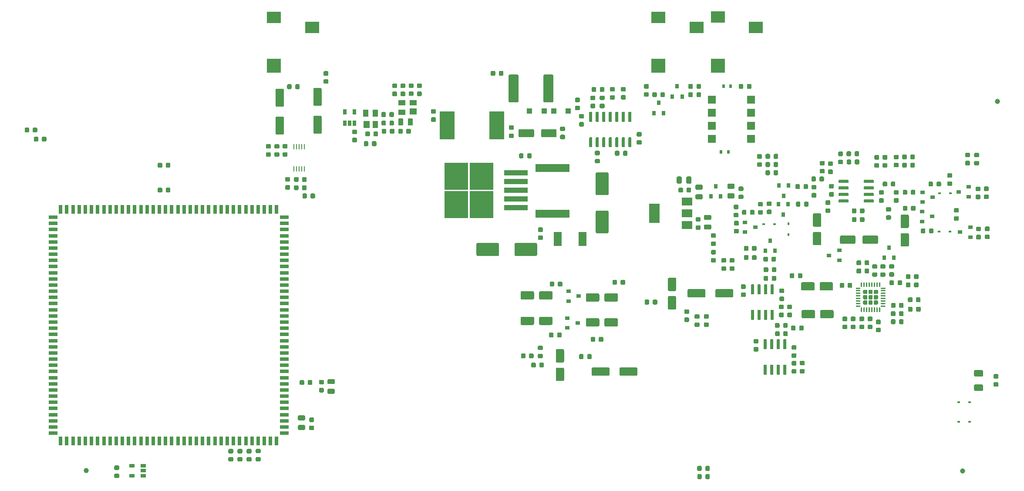
<source format=gbr>
G04 #@! TF.GenerationSoftware,KiCad,Pcbnew,5.1.5-52549c5~84~ubuntu18.04.1*
G04 #@! TF.CreationDate,2020-07-09T18:44:40+02:00*
G04 #@! TF.ProjectId,bottom-board,626f7474-6f6d-42d6-926f-6172642e6b69,rev?*
G04 #@! TF.SameCoordinates,Original*
G04 #@! TF.FileFunction,Paste,Top*
G04 #@! TF.FilePolarity,Positive*
%FSLAX46Y46*%
G04 Gerber Fmt 4.6, Leading zero omitted, Abs format (unit mm)*
G04 Created by KiCad (PCBNEW 5.1.5-52549c5~84~ubuntu18.04.1) date 2020-07-09 18:44:40*
%MOMM*%
%LPD*%
G04 APERTURE LIST*
%ADD10R,0.700000X1.800000*%
%ADD11R,1.800000X0.700000*%
%ADD12C,0.100000*%
%ADD13R,1.600000X1.600000*%
%ADD14R,1.100000X1.100000*%
%ADD15R,1.400000X1.200000*%
%ADD16R,1.400000X1.000000*%
%ADD17R,1.000000X1.400000*%
%ADD18R,1.200000X1.400000*%
%ADD19R,0.600000X0.700000*%
%ADD20R,2.800000X2.200000*%
%ADD21R,2.800000X2.800000*%
%ADD22R,4.600000X1.100000*%
%ADD23R,4.550000X5.250000*%
%ADD24R,2.000000X3.800000*%
%ADD25R,2.000000X1.500000*%
%ADD26R,1.060000X0.650000*%
%ADD27R,0.650000X1.060000*%
%ADD28R,0.800000X0.900000*%
%ADD29C,1.000000*%
%ADD30R,2.900000X5.400000*%
%ADD31R,1.500000X2.700000*%
%ADD32R,0.600000X0.450000*%
%ADD33R,0.450000X0.600000*%
%ADD34R,0.250000X1.100000*%
%ADD35R,0.900000X0.800000*%
%ADD36R,6.600000X1.500000*%
G04 APERTURE END LIST*
D10*
X109500000Y-80750000D03*
X108300000Y-80750000D03*
X107100000Y-80750000D03*
X105900000Y-80750000D03*
X104700000Y-80750000D03*
X103500000Y-80750000D03*
X102300000Y-80750000D03*
X101100000Y-80750000D03*
X99900000Y-80750000D03*
X98700000Y-80750000D03*
X97500000Y-80750000D03*
X96300000Y-80750000D03*
X95100000Y-80750000D03*
X93900000Y-80750000D03*
X92700000Y-80750000D03*
X91500000Y-80750000D03*
X90300000Y-80750000D03*
X89100000Y-80750000D03*
X87900000Y-80750000D03*
X86700000Y-80750000D03*
X85500000Y-80750000D03*
X84300000Y-80750000D03*
X83100000Y-80750000D03*
X81900000Y-80750000D03*
X80700000Y-80750000D03*
X79500000Y-80750000D03*
X78300000Y-80750000D03*
X77100000Y-80750000D03*
X75900000Y-80750000D03*
X74700000Y-80750000D03*
X73500000Y-80750000D03*
X72300000Y-80750000D03*
X71100000Y-80750000D03*
X69900000Y-80750000D03*
X68700000Y-80750000D03*
X67500000Y-80750000D03*
D11*
X66000000Y-82250000D03*
X66000000Y-83450000D03*
X66000000Y-84650000D03*
X66000000Y-85850000D03*
X66000000Y-87050000D03*
X66000000Y-88250000D03*
X66000000Y-89450000D03*
X66000000Y-90650000D03*
X66000000Y-91850000D03*
X66000000Y-93050000D03*
X66000000Y-94250000D03*
X66000000Y-95450000D03*
X66000000Y-96650000D03*
X66000000Y-97850000D03*
X66000000Y-99050000D03*
X66000000Y-100250000D03*
X66000000Y-101450000D03*
X66000000Y-102650000D03*
X66000000Y-103850000D03*
X66000000Y-105050000D03*
X66000000Y-106250000D03*
X66000000Y-107450000D03*
X66000000Y-108650000D03*
X66000000Y-109850000D03*
X66000000Y-111050000D03*
X66000000Y-112250000D03*
X66000000Y-113450000D03*
X66000000Y-114650000D03*
X66000000Y-115850000D03*
X66000000Y-117050000D03*
X66000000Y-118250000D03*
X66000000Y-119450000D03*
X66000000Y-120650000D03*
X66000000Y-121850000D03*
X66000000Y-123050000D03*
X66000000Y-124250000D03*
D10*
X67500000Y-125750000D03*
X68700000Y-125750000D03*
X69900000Y-125750000D03*
X71100000Y-125750000D03*
X72300000Y-125750000D03*
X73500000Y-125750000D03*
X74700000Y-125750000D03*
X75900000Y-125750000D03*
X77100000Y-125750000D03*
X78300000Y-125750000D03*
X79500000Y-125750000D03*
X80700000Y-125750000D03*
X81900000Y-125750000D03*
X83100000Y-125750000D03*
X84300000Y-125750000D03*
X85500000Y-125750000D03*
X86700000Y-125750000D03*
X87900000Y-125750000D03*
X89100000Y-125750000D03*
X90300000Y-125750000D03*
X91500000Y-125750000D03*
X92700000Y-125750000D03*
X93900000Y-125750000D03*
X95100000Y-125750000D03*
X96300000Y-125750000D03*
X97500000Y-125750000D03*
X98700000Y-125750000D03*
X99900000Y-125750000D03*
X101100000Y-125750000D03*
X102300000Y-125750000D03*
X103500000Y-125750000D03*
X104700000Y-125750000D03*
X105900000Y-125750000D03*
X107100000Y-125750000D03*
X108300000Y-125750000D03*
X109500000Y-125750000D03*
D11*
X111000000Y-124250000D03*
X111000000Y-123050000D03*
X111000000Y-121850000D03*
X111000000Y-120650000D03*
X111000000Y-119450000D03*
X111000000Y-118250000D03*
X111000000Y-117050000D03*
X111000000Y-115850000D03*
X111000000Y-114650000D03*
X111000000Y-113450000D03*
X111000000Y-112250000D03*
X111000000Y-111050000D03*
X111000000Y-109850000D03*
X111000000Y-108650000D03*
X111000000Y-107450000D03*
X111000000Y-106250000D03*
X111000000Y-105050000D03*
X111000000Y-103850000D03*
X111000000Y-102650000D03*
X111000000Y-101450000D03*
X111000000Y-100250000D03*
X111000000Y-99050000D03*
X111000000Y-97850000D03*
X111000000Y-96650000D03*
X111000000Y-95450000D03*
X111000000Y-94250000D03*
X111000000Y-93050000D03*
X111000000Y-91850000D03*
X111000000Y-90650000D03*
X111000000Y-89450000D03*
X111000000Y-88250000D03*
X111000000Y-87050000D03*
X111000000Y-85850000D03*
X111000000Y-84650000D03*
X111000000Y-83450000D03*
X111000000Y-82250000D03*
D12*
G36*
X116227691Y-113926053D02*
G01*
X116248926Y-113929203D01*
X116269750Y-113934419D01*
X116289962Y-113941651D01*
X116309368Y-113950830D01*
X116327781Y-113961866D01*
X116345024Y-113974654D01*
X116360930Y-113989070D01*
X116375346Y-114004976D01*
X116388134Y-114022219D01*
X116399170Y-114040632D01*
X116408349Y-114060038D01*
X116415581Y-114080250D01*
X116420797Y-114101074D01*
X116423947Y-114122309D01*
X116425000Y-114143750D01*
X116425000Y-114656250D01*
X116423947Y-114677691D01*
X116420797Y-114698926D01*
X116415581Y-114719750D01*
X116408349Y-114739962D01*
X116399170Y-114759368D01*
X116388134Y-114777781D01*
X116375346Y-114795024D01*
X116360930Y-114810930D01*
X116345024Y-114825346D01*
X116327781Y-114838134D01*
X116309368Y-114849170D01*
X116289962Y-114858349D01*
X116269750Y-114865581D01*
X116248926Y-114870797D01*
X116227691Y-114873947D01*
X116206250Y-114875000D01*
X115768750Y-114875000D01*
X115747309Y-114873947D01*
X115726074Y-114870797D01*
X115705250Y-114865581D01*
X115685038Y-114858349D01*
X115665632Y-114849170D01*
X115647219Y-114838134D01*
X115629976Y-114825346D01*
X115614070Y-114810930D01*
X115599654Y-114795024D01*
X115586866Y-114777781D01*
X115575830Y-114759368D01*
X115566651Y-114739962D01*
X115559419Y-114719750D01*
X115554203Y-114698926D01*
X115551053Y-114677691D01*
X115550000Y-114656250D01*
X115550000Y-114143750D01*
X115551053Y-114122309D01*
X115554203Y-114101074D01*
X115559419Y-114080250D01*
X115566651Y-114060038D01*
X115575830Y-114040632D01*
X115586866Y-114022219D01*
X115599654Y-114004976D01*
X115614070Y-113989070D01*
X115629976Y-113974654D01*
X115647219Y-113961866D01*
X115665632Y-113950830D01*
X115685038Y-113941651D01*
X115705250Y-113934419D01*
X115726074Y-113929203D01*
X115747309Y-113926053D01*
X115768750Y-113925000D01*
X116206250Y-113925000D01*
X116227691Y-113926053D01*
G37*
G36*
X114652691Y-113926053D02*
G01*
X114673926Y-113929203D01*
X114694750Y-113934419D01*
X114714962Y-113941651D01*
X114734368Y-113950830D01*
X114752781Y-113961866D01*
X114770024Y-113974654D01*
X114785930Y-113989070D01*
X114800346Y-114004976D01*
X114813134Y-114022219D01*
X114824170Y-114040632D01*
X114833349Y-114060038D01*
X114840581Y-114080250D01*
X114845797Y-114101074D01*
X114848947Y-114122309D01*
X114850000Y-114143750D01*
X114850000Y-114656250D01*
X114848947Y-114677691D01*
X114845797Y-114698926D01*
X114840581Y-114719750D01*
X114833349Y-114739962D01*
X114824170Y-114759368D01*
X114813134Y-114777781D01*
X114800346Y-114795024D01*
X114785930Y-114810930D01*
X114770024Y-114825346D01*
X114752781Y-114838134D01*
X114734368Y-114849170D01*
X114714962Y-114858349D01*
X114694750Y-114865581D01*
X114673926Y-114870797D01*
X114652691Y-114873947D01*
X114631250Y-114875000D01*
X114193750Y-114875000D01*
X114172309Y-114873947D01*
X114151074Y-114870797D01*
X114130250Y-114865581D01*
X114110038Y-114858349D01*
X114090632Y-114849170D01*
X114072219Y-114838134D01*
X114054976Y-114825346D01*
X114039070Y-114810930D01*
X114024654Y-114795024D01*
X114011866Y-114777781D01*
X114000830Y-114759368D01*
X113991651Y-114739962D01*
X113984419Y-114719750D01*
X113979203Y-114698926D01*
X113976053Y-114677691D01*
X113975000Y-114656250D01*
X113975000Y-114143750D01*
X113976053Y-114122309D01*
X113979203Y-114101074D01*
X113984419Y-114080250D01*
X113991651Y-114060038D01*
X114000830Y-114040632D01*
X114011866Y-114022219D01*
X114024654Y-114004976D01*
X114039070Y-113989070D01*
X114054976Y-113974654D01*
X114072219Y-113961866D01*
X114090632Y-113950830D01*
X114110038Y-113941651D01*
X114130250Y-113934419D01*
X114151074Y-113929203D01*
X114172309Y-113926053D01*
X114193750Y-113925000D01*
X114631250Y-113925000D01*
X114652691Y-113926053D01*
G37*
D13*
X194140000Y-59390000D03*
X201760000Y-67010000D03*
X194140000Y-61930000D03*
X201760000Y-64470000D03*
X194140000Y-64470000D03*
X201760000Y-61930000D03*
X194140000Y-67010000D03*
X201760000Y-59390000D03*
D12*
G36*
X215174504Y-85101204D02*
G01*
X215198773Y-85104804D01*
X215222571Y-85110765D01*
X215245671Y-85119030D01*
X215267849Y-85129520D01*
X215288893Y-85142133D01*
X215308598Y-85156747D01*
X215326777Y-85173223D01*
X215343253Y-85191402D01*
X215357867Y-85211107D01*
X215370480Y-85232151D01*
X215380970Y-85254329D01*
X215389235Y-85277429D01*
X215395196Y-85301227D01*
X215398796Y-85325496D01*
X215400000Y-85350000D01*
X215400000Y-87450000D01*
X215398796Y-87474504D01*
X215395196Y-87498773D01*
X215389235Y-87522571D01*
X215380970Y-87545671D01*
X215370480Y-87567849D01*
X215357867Y-87588893D01*
X215343253Y-87608598D01*
X215326777Y-87626777D01*
X215308598Y-87643253D01*
X215288893Y-87657867D01*
X215267849Y-87670480D01*
X215245671Y-87680970D01*
X215222571Y-87689235D01*
X215198773Y-87695196D01*
X215174504Y-87698796D01*
X215150000Y-87700000D01*
X214050000Y-87700000D01*
X214025496Y-87698796D01*
X214001227Y-87695196D01*
X213977429Y-87689235D01*
X213954329Y-87680970D01*
X213932151Y-87670480D01*
X213911107Y-87657867D01*
X213891402Y-87643253D01*
X213873223Y-87626777D01*
X213856747Y-87608598D01*
X213842133Y-87588893D01*
X213829520Y-87567849D01*
X213819030Y-87545671D01*
X213810765Y-87522571D01*
X213804804Y-87498773D01*
X213801204Y-87474504D01*
X213800000Y-87450000D01*
X213800000Y-85350000D01*
X213801204Y-85325496D01*
X213804804Y-85301227D01*
X213810765Y-85277429D01*
X213819030Y-85254329D01*
X213829520Y-85232151D01*
X213842133Y-85211107D01*
X213856747Y-85191402D01*
X213873223Y-85173223D01*
X213891402Y-85156747D01*
X213911107Y-85142133D01*
X213932151Y-85129520D01*
X213954329Y-85119030D01*
X213977429Y-85110765D01*
X214001227Y-85104804D01*
X214025496Y-85101204D01*
X214050000Y-85100000D01*
X215150000Y-85100000D01*
X215174504Y-85101204D01*
G37*
G36*
X215174504Y-81501204D02*
G01*
X215198773Y-81504804D01*
X215222571Y-81510765D01*
X215245671Y-81519030D01*
X215267849Y-81529520D01*
X215288893Y-81542133D01*
X215308598Y-81556747D01*
X215326777Y-81573223D01*
X215343253Y-81591402D01*
X215357867Y-81611107D01*
X215370480Y-81632151D01*
X215380970Y-81654329D01*
X215389235Y-81677429D01*
X215395196Y-81701227D01*
X215398796Y-81725496D01*
X215400000Y-81750000D01*
X215400000Y-83850000D01*
X215398796Y-83874504D01*
X215395196Y-83898773D01*
X215389235Y-83922571D01*
X215380970Y-83945671D01*
X215370480Y-83967849D01*
X215357867Y-83988893D01*
X215343253Y-84008598D01*
X215326777Y-84026777D01*
X215308598Y-84043253D01*
X215288893Y-84057867D01*
X215267849Y-84070480D01*
X215245671Y-84080970D01*
X215222571Y-84089235D01*
X215198773Y-84095196D01*
X215174504Y-84098796D01*
X215150000Y-84100000D01*
X214050000Y-84100000D01*
X214025496Y-84098796D01*
X214001227Y-84095196D01*
X213977429Y-84089235D01*
X213954329Y-84080970D01*
X213932151Y-84070480D01*
X213911107Y-84057867D01*
X213891402Y-84043253D01*
X213873223Y-84026777D01*
X213856747Y-84008598D01*
X213842133Y-83988893D01*
X213829520Y-83967849D01*
X213819030Y-83945671D01*
X213810765Y-83922571D01*
X213804804Y-83898773D01*
X213801204Y-83874504D01*
X213800000Y-83850000D01*
X213800000Y-81750000D01*
X213801204Y-81725496D01*
X213804804Y-81701227D01*
X213810765Y-81677429D01*
X213819030Y-81654329D01*
X213829520Y-81632151D01*
X213842133Y-81611107D01*
X213856747Y-81591402D01*
X213873223Y-81573223D01*
X213891402Y-81556747D01*
X213911107Y-81542133D01*
X213932151Y-81529520D01*
X213954329Y-81519030D01*
X213977429Y-81510765D01*
X214001227Y-81504804D01*
X214025496Y-81501204D01*
X214050000Y-81500000D01*
X215150000Y-81500000D01*
X215174504Y-81501204D01*
G37*
G36*
X124937691Y-65213553D02*
G01*
X124958926Y-65216703D01*
X124979750Y-65221919D01*
X124999962Y-65229151D01*
X125019368Y-65238330D01*
X125037781Y-65249366D01*
X125055024Y-65262154D01*
X125070930Y-65276570D01*
X125085346Y-65292476D01*
X125098134Y-65309719D01*
X125109170Y-65328132D01*
X125118349Y-65347538D01*
X125125581Y-65367750D01*
X125130797Y-65388574D01*
X125133947Y-65409809D01*
X125135000Y-65431250D01*
X125135000Y-65868750D01*
X125133947Y-65890191D01*
X125130797Y-65911426D01*
X125125581Y-65932250D01*
X125118349Y-65952462D01*
X125109170Y-65971868D01*
X125098134Y-65990281D01*
X125085346Y-66007524D01*
X125070930Y-66023430D01*
X125055024Y-66037846D01*
X125037781Y-66050634D01*
X125019368Y-66061670D01*
X124999962Y-66070849D01*
X124979750Y-66078081D01*
X124958926Y-66083297D01*
X124937691Y-66086447D01*
X124916250Y-66087500D01*
X124403750Y-66087500D01*
X124382309Y-66086447D01*
X124361074Y-66083297D01*
X124340250Y-66078081D01*
X124320038Y-66070849D01*
X124300632Y-66061670D01*
X124282219Y-66050634D01*
X124264976Y-66037846D01*
X124249070Y-66023430D01*
X124234654Y-66007524D01*
X124221866Y-65990281D01*
X124210830Y-65971868D01*
X124201651Y-65952462D01*
X124194419Y-65932250D01*
X124189203Y-65911426D01*
X124186053Y-65890191D01*
X124185000Y-65868750D01*
X124185000Y-65431250D01*
X124186053Y-65409809D01*
X124189203Y-65388574D01*
X124194419Y-65367750D01*
X124201651Y-65347538D01*
X124210830Y-65328132D01*
X124221866Y-65309719D01*
X124234654Y-65292476D01*
X124249070Y-65276570D01*
X124264976Y-65262154D01*
X124282219Y-65249366D01*
X124300632Y-65238330D01*
X124320038Y-65229151D01*
X124340250Y-65221919D01*
X124361074Y-65216703D01*
X124382309Y-65213553D01*
X124403750Y-65212500D01*
X124916250Y-65212500D01*
X124937691Y-65213553D01*
G37*
G36*
X124937691Y-66788553D02*
G01*
X124958926Y-66791703D01*
X124979750Y-66796919D01*
X124999962Y-66804151D01*
X125019368Y-66813330D01*
X125037781Y-66824366D01*
X125055024Y-66837154D01*
X125070930Y-66851570D01*
X125085346Y-66867476D01*
X125098134Y-66884719D01*
X125109170Y-66903132D01*
X125118349Y-66922538D01*
X125125581Y-66942750D01*
X125130797Y-66963574D01*
X125133947Y-66984809D01*
X125135000Y-67006250D01*
X125135000Y-67443750D01*
X125133947Y-67465191D01*
X125130797Y-67486426D01*
X125125581Y-67507250D01*
X125118349Y-67527462D01*
X125109170Y-67546868D01*
X125098134Y-67565281D01*
X125085346Y-67582524D01*
X125070930Y-67598430D01*
X125055024Y-67612846D01*
X125037781Y-67625634D01*
X125019368Y-67636670D01*
X124999962Y-67645849D01*
X124979750Y-67653081D01*
X124958926Y-67658297D01*
X124937691Y-67661447D01*
X124916250Y-67662500D01*
X124403750Y-67662500D01*
X124382309Y-67661447D01*
X124361074Y-67658297D01*
X124340250Y-67653081D01*
X124320038Y-67645849D01*
X124300632Y-67636670D01*
X124282219Y-67625634D01*
X124264976Y-67612846D01*
X124249070Y-67598430D01*
X124234654Y-67582524D01*
X124221866Y-67565281D01*
X124210830Y-67546868D01*
X124201651Y-67527462D01*
X124194419Y-67507250D01*
X124189203Y-67486426D01*
X124186053Y-67465191D01*
X124185000Y-67443750D01*
X124185000Y-67006250D01*
X124186053Y-66984809D01*
X124189203Y-66963574D01*
X124194419Y-66942750D01*
X124201651Y-66922538D01*
X124210830Y-66903132D01*
X124221866Y-66884719D01*
X124234654Y-66867476D01*
X124249070Y-66851570D01*
X124264976Y-66837154D01*
X124282219Y-66824366D01*
X124300632Y-66813330D01*
X124320038Y-66804151D01*
X124340250Y-66796919D01*
X124361074Y-66791703D01*
X124382309Y-66788553D01*
X124403750Y-66787500D01*
X124916250Y-66787500D01*
X124937691Y-66788553D01*
G37*
G36*
X159924504Y-87271204D02*
G01*
X159948773Y-87274804D01*
X159972571Y-87280765D01*
X159995671Y-87289030D01*
X160017849Y-87299520D01*
X160038893Y-87312133D01*
X160058598Y-87326747D01*
X160076777Y-87343223D01*
X160093253Y-87361402D01*
X160107867Y-87381107D01*
X160120480Y-87402151D01*
X160130970Y-87424329D01*
X160139235Y-87447429D01*
X160145196Y-87471227D01*
X160148796Y-87495496D01*
X160150000Y-87520000D01*
X160150000Y-89520000D01*
X160148796Y-89544504D01*
X160145196Y-89568773D01*
X160139235Y-89592571D01*
X160130970Y-89615671D01*
X160120480Y-89637849D01*
X160107867Y-89658893D01*
X160093253Y-89678598D01*
X160076777Y-89696777D01*
X160058598Y-89713253D01*
X160038893Y-89727867D01*
X160017849Y-89740480D01*
X159995671Y-89750970D01*
X159972571Y-89759235D01*
X159948773Y-89765196D01*
X159924504Y-89768796D01*
X159900000Y-89770000D01*
X156000000Y-89770000D01*
X155975496Y-89768796D01*
X155951227Y-89765196D01*
X155927429Y-89759235D01*
X155904329Y-89750970D01*
X155882151Y-89740480D01*
X155861107Y-89727867D01*
X155841402Y-89713253D01*
X155823223Y-89696777D01*
X155806747Y-89678598D01*
X155792133Y-89658893D01*
X155779520Y-89637849D01*
X155769030Y-89615671D01*
X155760765Y-89592571D01*
X155754804Y-89568773D01*
X155751204Y-89544504D01*
X155750000Y-89520000D01*
X155750000Y-87520000D01*
X155751204Y-87495496D01*
X155754804Y-87471227D01*
X155760765Y-87447429D01*
X155769030Y-87424329D01*
X155779520Y-87402151D01*
X155792133Y-87381107D01*
X155806747Y-87361402D01*
X155823223Y-87343223D01*
X155841402Y-87326747D01*
X155861107Y-87312133D01*
X155882151Y-87299520D01*
X155904329Y-87289030D01*
X155927429Y-87280765D01*
X155951227Y-87274804D01*
X155975496Y-87271204D01*
X156000000Y-87270000D01*
X159900000Y-87270000D01*
X159924504Y-87271204D01*
G37*
G36*
X152524504Y-87271204D02*
G01*
X152548773Y-87274804D01*
X152572571Y-87280765D01*
X152595671Y-87289030D01*
X152617849Y-87299520D01*
X152638893Y-87312133D01*
X152658598Y-87326747D01*
X152676777Y-87343223D01*
X152693253Y-87361402D01*
X152707867Y-87381107D01*
X152720480Y-87402151D01*
X152730970Y-87424329D01*
X152739235Y-87447429D01*
X152745196Y-87471227D01*
X152748796Y-87495496D01*
X152750000Y-87520000D01*
X152750000Y-89520000D01*
X152748796Y-89544504D01*
X152745196Y-89568773D01*
X152739235Y-89592571D01*
X152730970Y-89615671D01*
X152720480Y-89637849D01*
X152707867Y-89658893D01*
X152693253Y-89678598D01*
X152676777Y-89696777D01*
X152658598Y-89713253D01*
X152638893Y-89727867D01*
X152617849Y-89740480D01*
X152595671Y-89750970D01*
X152572571Y-89759235D01*
X152548773Y-89765196D01*
X152524504Y-89768796D01*
X152500000Y-89770000D01*
X148600000Y-89770000D01*
X148575496Y-89768796D01*
X148551227Y-89765196D01*
X148527429Y-89759235D01*
X148504329Y-89750970D01*
X148482151Y-89740480D01*
X148461107Y-89727867D01*
X148441402Y-89713253D01*
X148423223Y-89696777D01*
X148406747Y-89678598D01*
X148392133Y-89658893D01*
X148379520Y-89637849D01*
X148369030Y-89615671D01*
X148360765Y-89592571D01*
X148354804Y-89568773D01*
X148351204Y-89544504D01*
X148350000Y-89520000D01*
X148350000Y-87520000D01*
X148351204Y-87495496D01*
X148354804Y-87471227D01*
X148360765Y-87447429D01*
X148369030Y-87424329D01*
X148379520Y-87402151D01*
X148392133Y-87381107D01*
X148406747Y-87361402D01*
X148423223Y-87343223D01*
X148441402Y-87326747D01*
X148461107Y-87312133D01*
X148482151Y-87299520D01*
X148504329Y-87289030D01*
X148527429Y-87280765D01*
X148551227Y-87274804D01*
X148575496Y-87271204D01*
X148600000Y-87270000D01*
X152500000Y-87270000D01*
X152524504Y-87271204D01*
G37*
G36*
X193800142Y-81788674D02*
G01*
X193823803Y-81792184D01*
X193847007Y-81797996D01*
X193869529Y-81806054D01*
X193891153Y-81816282D01*
X193911670Y-81828579D01*
X193930883Y-81842829D01*
X193948607Y-81858893D01*
X193964671Y-81876617D01*
X193978921Y-81895830D01*
X193991218Y-81916347D01*
X194001446Y-81937971D01*
X194009504Y-81960493D01*
X194015316Y-81983697D01*
X194018826Y-82007358D01*
X194020000Y-82031250D01*
X194020000Y-82518750D01*
X194018826Y-82542642D01*
X194015316Y-82566303D01*
X194009504Y-82589507D01*
X194001446Y-82612029D01*
X193991218Y-82633653D01*
X193978921Y-82654170D01*
X193964671Y-82673383D01*
X193948607Y-82691107D01*
X193930883Y-82707171D01*
X193911670Y-82721421D01*
X193891153Y-82733718D01*
X193869529Y-82743946D01*
X193847007Y-82752004D01*
X193823803Y-82757816D01*
X193800142Y-82761326D01*
X193776250Y-82762500D01*
X192863750Y-82762500D01*
X192839858Y-82761326D01*
X192816197Y-82757816D01*
X192792993Y-82752004D01*
X192770471Y-82743946D01*
X192748847Y-82733718D01*
X192728330Y-82721421D01*
X192709117Y-82707171D01*
X192691393Y-82691107D01*
X192675329Y-82673383D01*
X192661079Y-82654170D01*
X192648782Y-82633653D01*
X192638554Y-82612029D01*
X192630496Y-82589507D01*
X192624684Y-82566303D01*
X192621174Y-82542642D01*
X192620000Y-82518750D01*
X192620000Y-82031250D01*
X192621174Y-82007358D01*
X192624684Y-81983697D01*
X192630496Y-81960493D01*
X192638554Y-81937971D01*
X192648782Y-81916347D01*
X192661079Y-81895830D01*
X192675329Y-81876617D01*
X192691393Y-81858893D01*
X192709117Y-81842829D01*
X192728330Y-81828579D01*
X192748847Y-81816282D01*
X192770471Y-81806054D01*
X192792993Y-81797996D01*
X192816197Y-81792184D01*
X192839858Y-81788674D01*
X192863750Y-81787500D01*
X193776250Y-81787500D01*
X193800142Y-81788674D01*
G37*
G36*
X193800142Y-83663674D02*
G01*
X193823803Y-83667184D01*
X193847007Y-83672996D01*
X193869529Y-83681054D01*
X193891153Y-83691282D01*
X193911670Y-83703579D01*
X193930883Y-83717829D01*
X193948607Y-83733893D01*
X193964671Y-83751617D01*
X193978921Y-83770830D01*
X193991218Y-83791347D01*
X194001446Y-83812971D01*
X194009504Y-83835493D01*
X194015316Y-83858697D01*
X194018826Y-83882358D01*
X194020000Y-83906250D01*
X194020000Y-84393750D01*
X194018826Y-84417642D01*
X194015316Y-84441303D01*
X194009504Y-84464507D01*
X194001446Y-84487029D01*
X193991218Y-84508653D01*
X193978921Y-84529170D01*
X193964671Y-84548383D01*
X193948607Y-84566107D01*
X193930883Y-84582171D01*
X193911670Y-84596421D01*
X193891153Y-84608718D01*
X193869529Y-84618946D01*
X193847007Y-84627004D01*
X193823803Y-84632816D01*
X193800142Y-84636326D01*
X193776250Y-84637500D01*
X192863750Y-84637500D01*
X192839858Y-84636326D01*
X192816197Y-84632816D01*
X192792993Y-84627004D01*
X192770471Y-84618946D01*
X192748847Y-84608718D01*
X192728330Y-84596421D01*
X192709117Y-84582171D01*
X192691393Y-84566107D01*
X192675329Y-84548383D01*
X192661079Y-84529170D01*
X192648782Y-84508653D01*
X192638554Y-84487029D01*
X192630496Y-84464507D01*
X192624684Y-84441303D01*
X192621174Y-84417642D01*
X192620000Y-84393750D01*
X192620000Y-83906250D01*
X192621174Y-83882358D01*
X192624684Y-83858697D01*
X192630496Y-83835493D01*
X192638554Y-83812971D01*
X192648782Y-83791347D01*
X192661079Y-83770830D01*
X192675329Y-83751617D01*
X192691393Y-83733893D01*
X192709117Y-83717829D01*
X192728330Y-83703579D01*
X192748847Y-83691282D01*
X192770471Y-83681054D01*
X192792993Y-83672996D01*
X192816197Y-83667184D01*
X192839858Y-83663674D01*
X192863750Y-83662500D01*
X193776250Y-83662500D01*
X193800142Y-83663674D01*
G37*
G36*
X140277691Y-61238553D02*
G01*
X140298926Y-61241703D01*
X140319750Y-61246919D01*
X140339962Y-61254151D01*
X140359368Y-61263330D01*
X140377781Y-61274366D01*
X140395024Y-61287154D01*
X140410930Y-61301570D01*
X140425346Y-61317476D01*
X140438134Y-61334719D01*
X140449170Y-61353132D01*
X140458349Y-61372538D01*
X140465581Y-61392750D01*
X140470797Y-61413574D01*
X140473947Y-61434809D01*
X140475000Y-61456250D01*
X140475000Y-61893750D01*
X140473947Y-61915191D01*
X140470797Y-61936426D01*
X140465581Y-61957250D01*
X140458349Y-61977462D01*
X140449170Y-61996868D01*
X140438134Y-62015281D01*
X140425346Y-62032524D01*
X140410930Y-62048430D01*
X140395024Y-62062846D01*
X140377781Y-62075634D01*
X140359368Y-62086670D01*
X140339962Y-62095849D01*
X140319750Y-62103081D01*
X140298926Y-62108297D01*
X140277691Y-62111447D01*
X140256250Y-62112500D01*
X139743750Y-62112500D01*
X139722309Y-62111447D01*
X139701074Y-62108297D01*
X139680250Y-62103081D01*
X139660038Y-62095849D01*
X139640632Y-62086670D01*
X139622219Y-62075634D01*
X139604976Y-62062846D01*
X139589070Y-62048430D01*
X139574654Y-62032524D01*
X139561866Y-62015281D01*
X139550830Y-61996868D01*
X139541651Y-61977462D01*
X139534419Y-61957250D01*
X139529203Y-61936426D01*
X139526053Y-61915191D01*
X139525000Y-61893750D01*
X139525000Y-61456250D01*
X139526053Y-61434809D01*
X139529203Y-61413574D01*
X139534419Y-61392750D01*
X139541651Y-61372538D01*
X139550830Y-61353132D01*
X139561866Y-61334719D01*
X139574654Y-61317476D01*
X139589070Y-61301570D01*
X139604976Y-61287154D01*
X139622219Y-61274366D01*
X139640632Y-61263330D01*
X139660038Y-61254151D01*
X139680250Y-61246919D01*
X139701074Y-61241703D01*
X139722309Y-61238553D01*
X139743750Y-61237500D01*
X140256250Y-61237500D01*
X140277691Y-61238553D01*
G37*
G36*
X140277691Y-62813553D02*
G01*
X140298926Y-62816703D01*
X140319750Y-62821919D01*
X140339962Y-62829151D01*
X140359368Y-62838330D01*
X140377781Y-62849366D01*
X140395024Y-62862154D01*
X140410930Y-62876570D01*
X140425346Y-62892476D01*
X140438134Y-62909719D01*
X140449170Y-62928132D01*
X140458349Y-62947538D01*
X140465581Y-62967750D01*
X140470797Y-62988574D01*
X140473947Y-63009809D01*
X140475000Y-63031250D01*
X140475000Y-63468750D01*
X140473947Y-63490191D01*
X140470797Y-63511426D01*
X140465581Y-63532250D01*
X140458349Y-63552462D01*
X140449170Y-63571868D01*
X140438134Y-63590281D01*
X140425346Y-63607524D01*
X140410930Y-63623430D01*
X140395024Y-63637846D01*
X140377781Y-63650634D01*
X140359368Y-63661670D01*
X140339962Y-63670849D01*
X140319750Y-63678081D01*
X140298926Y-63683297D01*
X140277691Y-63686447D01*
X140256250Y-63687500D01*
X139743750Y-63687500D01*
X139722309Y-63686447D01*
X139701074Y-63683297D01*
X139680250Y-63678081D01*
X139660038Y-63670849D01*
X139640632Y-63661670D01*
X139622219Y-63650634D01*
X139604976Y-63637846D01*
X139589070Y-63623430D01*
X139574654Y-63607524D01*
X139561866Y-63590281D01*
X139550830Y-63571868D01*
X139541651Y-63552462D01*
X139534419Y-63532250D01*
X139529203Y-63511426D01*
X139526053Y-63490191D01*
X139525000Y-63468750D01*
X139525000Y-63031250D01*
X139526053Y-63009809D01*
X139529203Y-62988574D01*
X139534419Y-62967750D01*
X139541651Y-62947538D01*
X139550830Y-62928132D01*
X139561866Y-62909719D01*
X139574654Y-62892476D01*
X139589070Y-62876570D01*
X139604976Y-62862154D01*
X139622219Y-62849366D01*
X139640632Y-62838330D01*
X139660038Y-62829151D01*
X139680250Y-62821919D01*
X139701074Y-62816703D01*
X139722309Y-62813553D01*
X139743750Y-62812500D01*
X140256250Y-62812500D01*
X140277691Y-62813553D01*
G37*
G36*
X155427691Y-65963553D02*
G01*
X155448926Y-65966703D01*
X155469750Y-65971919D01*
X155489962Y-65979151D01*
X155509368Y-65988330D01*
X155527781Y-65999366D01*
X155545024Y-66012154D01*
X155560930Y-66026570D01*
X155575346Y-66042476D01*
X155588134Y-66059719D01*
X155599170Y-66078132D01*
X155608349Y-66097538D01*
X155615581Y-66117750D01*
X155620797Y-66138574D01*
X155623947Y-66159809D01*
X155625000Y-66181250D01*
X155625000Y-66618750D01*
X155623947Y-66640191D01*
X155620797Y-66661426D01*
X155615581Y-66682250D01*
X155608349Y-66702462D01*
X155599170Y-66721868D01*
X155588134Y-66740281D01*
X155575346Y-66757524D01*
X155560930Y-66773430D01*
X155545024Y-66787846D01*
X155527781Y-66800634D01*
X155509368Y-66811670D01*
X155489962Y-66820849D01*
X155469750Y-66828081D01*
X155448926Y-66833297D01*
X155427691Y-66836447D01*
X155406250Y-66837500D01*
X154893750Y-66837500D01*
X154872309Y-66836447D01*
X154851074Y-66833297D01*
X154830250Y-66828081D01*
X154810038Y-66820849D01*
X154790632Y-66811670D01*
X154772219Y-66800634D01*
X154754976Y-66787846D01*
X154739070Y-66773430D01*
X154724654Y-66757524D01*
X154711866Y-66740281D01*
X154700830Y-66721868D01*
X154691651Y-66702462D01*
X154684419Y-66682250D01*
X154679203Y-66661426D01*
X154676053Y-66640191D01*
X154675000Y-66618750D01*
X154675000Y-66181250D01*
X154676053Y-66159809D01*
X154679203Y-66138574D01*
X154684419Y-66117750D01*
X154691651Y-66097538D01*
X154700830Y-66078132D01*
X154711866Y-66059719D01*
X154724654Y-66042476D01*
X154739070Y-66026570D01*
X154754976Y-66012154D01*
X154772219Y-65999366D01*
X154790632Y-65988330D01*
X154810038Y-65979151D01*
X154830250Y-65971919D01*
X154851074Y-65966703D01*
X154872309Y-65963553D01*
X154893750Y-65962500D01*
X155406250Y-65962500D01*
X155427691Y-65963553D01*
G37*
G36*
X155427691Y-64388553D02*
G01*
X155448926Y-64391703D01*
X155469750Y-64396919D01*
X155489962Y-64404151D01*
X155509368Y-64413330D01*
X155527781Y-64424366D01*
X155545024Y-64437154D01*
X155560930Y-64451570D01*
X155575346Y-64467476D01*
X155588134Y-64484719D01*
X155599170Y-64503132D01*
X155608349Y-64522538D01*
X155615581Y-64542750D01*
X155620797Y-64563574D01*
X155623947Y-64584809D01*
X155625000Y-64606250D01*
X155625000Y-65043750D01*
X155623947Y-65065191D01*
X155620797Y-65086426D01*
X155615581Y-65107250D01*
X155608349Y-65127462D01*
X155599170Y-65146868D01*
X155588134Y-65165281D01*
X155575346Y-65182524D01*
X155560930Y-65198430D01*
X155545024Y-65212846D01*
X155527781Y-65225634D01*
X155509368Y-65236670D01*
X155489962Y-65245849D01*
X155469750Y-65253081D01*
X155448926Y-65258297D01*
X155427691Y-65261447D01*
X155406250Y-65262500D01*
X154893750Y-65262500D01*
X154872309Y-65261447D01*
X154851074Y-65258297D01*
X154830250Y-65253081D01*
X154810038Y-65245849D01*
X154790632Y-65236670D01*
X154772219Y-65225634D01*
X154754976Y-65212846D01*
X154739070Y-65198430D01*
X154724654Y-65182524D01*
X154711866Y-65165281D01*
X154700830Y-65146868D01*
X154691651Y-65127462D01*
X154684419Y-65107250D01*
X154679203Y-65086426D01*
X154676053Y-65065191D01*
X154675000Y-65043750D01*
X154675000Y-64606250D01*
X154676053Y-64584809D01*
X154679203Y-64563574D01*
X154684419Y-64542750D01*
X154691651Y-64522538D01*
X154700830Y-64503132D01*
X154711866Y-64484719D01*
X154724654Y-64467476D01*
X154739070Y-64451570D01*
X154754976Y-64437154D01*
X154772219Y-64424366D01*
X154790632Y-64413330D01*
X154810038Y-64404151D01*
X154830250Y-64396919D01*
X154851074Y-64391703D01*
X154872309Y-64388553D01*
X154893750Y-64387500D01*
X155406250Y-64387500D01*
X155427691Y-64388553D01*
G37*
G36*
X161087691Y-85801053D02*
G01*
X161108926Y-85804203D01*
X161129750Y-85809419D01*
X161149962Y-85816651D01*
X161169368Y-85825830D01*
X161187781Y-85836866D01*
X161205024Y-85849654D01*
X161220930Y-85864070D01*
X161235346Y-85879976D01*
X161248134Y-85897219D01*
X161259170Y-85915632D01*
X161268349Y-85935038D01*
X161275581Y-85955250D01*
X161280797Y-85976074D01*
X161283947Y-85997309D01*
X161285000Y-86018750D01*
X161285000Y-86456250D01*
X161283947Y-86477691D01*
X161280797Y-86498926D01*
X161275581Y-86519750D01*
X161268349Y-86539962D01*
X161259170Y-86559368D01*
X161248134Y-86577781D01*
X161235346Y-86595024D01*
X161220930Y-86610930D01*
X161205024Y-86625346D01*
X161187781Y-86638134D01*
X161169368Y-86649170D01*
X161149962Y-86658349D01*
X161129750Y-86665581D01*
X161108926Y-86670797D01*
X161087691Y-86673947D01*
X161066250Y-86675000D01*
X160553750Y-86675000D01*
X160532309Y-86673947D01*
X160511074Y-86670797D01*
X160490250Y-86665581D01*
X160470038Y-86658349D01*
X160450632Y-86649170D01*
X160432219Y-86638134D01*
X160414976Y-86625346D01*
X160399070Y-86610930D01*
X160384654Y-86595024D01*
X160371866Y-86577781D01*
X160360830Y-86559368D01*
X160351651Y-86539962D01*
X160344419Y-86519750D01*
X160339203Y-86498926D01*
X160336053Y-86477691D01*
X160335000Y-86456250D01*
X160335000Y-86018750D01*
X160336053Y-85997309D01*
X160339203Y-85976074D01*
X160344419Y-85955250D01*
X160351651Y-85935038D01*
X160360830Y-85915632D01*
X160371866Y-85897219D01*
X160384654Y-85879976D01*
X160399070Y-85864070D01*
X160414976Y-85849654D01*
X160432219Y-85836866D01*
X160450632Y-85825830D01*
X160470038Y-85816651D01*
X160490250Y-85809419D01*
X160511074Y-85804203D01*
X160532309Y-85801053D01*
X160553750Y-85800000D01*
X161066250Y-85800000D01*
X161087691Y-85801053D01*
G37*
G36*
X161087691Y-84226053D02*
G01*
X161108926Y-84229203D01*
X161129750Y-84234419D01*
X161149962Y-84241651D01*
X161169368Y-84250830D01*
X161187781Y-84261866D01*
X161205024Y-84274654D01*
X161220930Y-84289070D01*
X161235346Y-84304976D01*
X161248134Y-84322219D01*
X161259170Y-84340632D01*
X161268349Y-84360038D01*
X161275581Y-84380250D01*
X161280797Y-84401074D01*
X161283947Y-84422309D01*
X161285000Y-84443750D01*
X161285000Y-84881250D01*
X161283947Y-84902691D01*
X161280797Y-84923926D01*
X161275581Y-84944750D01*
X161268349Y-84964962D01*
X161259170Y-84984368D01*
X161248134Y-85002781D01*
X161235346Y-85020024D01*
X161220930Y-85035930D01*
X161205024Y-85050346D01*
X161187781Y-85063134D01*
X161169368Y-85074170D01*
X161149962Y-85083349D01*
X161129750Y-85090581D01*
X161108926Y-85095797D01*
X161087691Y-85098947D01*
X161066250Y-85100000D01*
X160553750Y-85100000D01*
X160532309Y-85098947D01*
X160511074Y-85095797D01*
X160490250Y-85090581D01*
X160470038Y-85083349D01*
X160450632Y-85074170D01*
X160432219Y-85063134D01*
X160414976Y-85050346D01*
X160399070Y-85035930D01*
X160384654Y-85020024D01*
X160371866Y-85002781D01*
X160360830Y-84984368D01*
X160351651Y-84964962D01*
X160344419Y-84944750D01*
X160339203Y-84923926D01*
X160336053Y-84902691D01*
X160335000Y-84881250D01*
X160335000Y-84443750D01*
X160336053Y-84422309D01*
X160339203Y-84401074D01*
X160344419Y-84380250D01*
X160351651Y-84360038D01*
X160360830Y-84340632D01*
X160371866Y-84322219D01*
X160384654Y-84304976D01*
X160399070Y-84289070D01*
X160414976Y-84274654D01*
X160432219Y-84261866D01*
X160450632Y-84250830D01*
X160470038Y-84241651D01*
X160490250Y-84234419D01*
X160511074Y-84229203D01*
X160532309Y-84226053D01*
X160553750Y-84225000D01*
X161066250Y-84225000D01*
X161087691Y-84226053D01*
G37*
G36*
X157315191Y-69826053D02*
G01*
X157336426Y-69829203D01*
X157357250Y-69834419D01*
X157377462Y-69841651D01*
X157396868Y-69850830D01*
X157415281Y-69861866D01*
X157432524Y-69874654D01*
X157448430Y-69889070D01*
X157462846Y-69904976D01*
X157475634Y-69922219D01*
X157486670Y-69940632D01*
X157495849Y-69960038D01*
X157503081Y-69980250D01*
X157508297Y-70001074D01*
X157511447Y-70022309D01*
X157512500Y-70043750D01*
X157512500Y-70556250D01*
X157511447Y-70577691D01*
X157508297Y-70598926D01*
X157503081Y-70619750D01*
X157495849Y-70639962D01*
X157486670Y-70659368D01*
X157475634Y-70677781D01*
X157462846Y-70695024D01*
X157448430Y-70710930D01*
X157432524Y-70725346D01*
X157415281Y-70738134D01*
X157396868Y-70749170D01*
X157377462Y-70758349D01*
X157357250Y-70765581D01*
X157336426Y-70770797D01*
X157315191Y-70773947D01*
X157293750Y-70775000D01*
X156856250Y-70775000D01*
X156834809Y-70773947D01*
X156813574Y-70770797D01*
X156792750Y-70765581D01*
X156772538Y-70758349D01*
X156753132Y-70749170D01*
X156734719Y-70738134D01*
X156717476Y-70725346D01*
X156701570Y-70710930D01*
X156687154Y-70695024D01*
X156674366Y-70677781D01*
X156663330Y-70659368D01*
X156654151Y-70639962D01*
X156646919Y-70619750D01*
X156641703Y-70598926D01*
X156638553Y-70577691D01*
X156637500Y-70556250D01*
X156637500Y-70043750D01*
X156638553Y-70022309D01*
X156641703Y-70001074D01*
X156646919Y-69980250D01*
X156654151Y-69960038D01*
X156663330Y-69940632D01*
X156674366Y-69922219D01*
X156687154Y-69904976D01*
X156701570Y-69889070D01*
X156717476Y-69874654D01*
X156734719Y-69861866D01*
X156753132Y-69850830D01*
X156772538Y-69841651D01*
X156792750Y-69834419D01*
X156813574Y-69829203D01*
X156834809Y-69826053D01*
X156856250Y-69825000D01*
X157293750Y-69825000D01*
X157315191Y-69826053D01*
G37*
G36*
X158890191Y-69826053D02*
G01*
X158911426Y-69829203D01*
X158932250Y-69834419D01*
X158952462Y-69841651D01*
X158971868Y-69850830D01*
X158990281Y-69861866D01*
X159007524Y-69874654D01*
X159023430Y-69889070D01*
X159037846Y-69904976D01*
X159050634Y-69922219D01*
X159061670Y-69940632D01*
X159070849Y-69960038D01*
X159078081Y-69980250D01*
X159083297Y-70001074D01*
X159086447Y-70022309D01*
X159087500Y-70043750D01*
X159087500Y-70556250D01*
X159086447Y-70577691D01*
X159083297Y-70598926D01*
X159078081Y-70619750D01*
X159070849Y-70639962D01*
X159061670Y-70659368D01*
X159050634Y-70677781D01*
X159037846Y-70695024D01*
X159023430Y-70710930D01*
X159007524Y-70725346D01*
X158990281Y-70738134D01*
X158971868Y-70749170D01*
X158952462Y-70758349D01*
X158932250Y-70765581D01*
X158911426Y-70770797D01*
X158890191Y-70773947D01*
X158868750Y-70775000D01*
X158431250Y-70775000D01*
X158409809Y-70773947D01*
X158388574Y-70770797D01*
X158367750Y-70765581D01*
X158347538Y-70758349D01*
X158328132Y-70749170D01*
X158309719Y-70738134D01*
X158292476Y-70725346D01*
X158276570Y-70710930D01*
X158262154Y-70695024D01*
X158249366Y-70677781D01*
X158238330Y-70659368D01*
X158229151Y-70639962D01*
X158221919Y-70619750D01*
X158216703Y-70598926D01*
X158213553Y-70577691D01*
X158212500Y-70556250D01*
X158212500Y-70043750D01*
X158213553Y-70022309D01*
X158216703Y-70001074D01*
X158221919Y-69980250D01*
X158229151Y-69960038D01*
X158238330Y-69940632D01*
X158249366Y-69922219D01*
X158262154Y-69904976D01*
X158276570Y-69889070D01*
X158292476Y-69874654D01*
X158309719Y-69861866D01*
X158328132Y-69850830D01*
X158347538Y-69841651D01*
X158367750Y-69834419D01*
X158388574Y-69829203D01*
X158409809Y-69826053D01*
X158431250Y-69825000D01*
X158868750Y-69825000D01*
X158890191Y-69826053D01*
G37*
G36*
X189927642Y-74321174D02*
G01*
X189951303Y-74324684D01*
X189974507Y-74330496D01*
X189997029Y-74338554D01*
X190018653Y-74348782D01*
X190039170Y-74361079D01*
X190058383Y-74375329D01*
X190076107Y-74391393D01*
X190092171Y-74409117D01*
X190106421Y-74428330D01*
X190118718Y-74448847D01*
X190128946Y-74470471D01*
X190137004Y-74492993D01*
X190142816Y-74516197D01*
X190146326Y-74539858D01*
X190147500Y-74563750D01*
X190147500Y-75476250D01*
X190146326Y-75500142D01*
X190142816Y-75523803D01*
X190137004Y-75547007D01*
X190128946Y-75569529D01*
X190118718Y-75591153D01*
X190106421Y-75611670D01*
X190092171Y-75630883D01*
X190076107Y-75648607D01*
X190058383Y-75664671D01*
X190039170Y-75678921D01*
X190018653Y-75691218D01*
X189997029Y-75701446D01*
X189974507Y-75709504D01*
X189951303Y-75715316D01*
X189927642Y-75718826D01*
X189903750Y-75720000D01*
X189416250Y-75720000D01*
X189392358Y-75718826D01*
X189368697Y-75715316D01*
X189345493Y-75709504D01*
X189322971Y-75701446D01*
X189301347Y-75691218D01*
X189280830Y-75678921D01*
X189261617Y-75664671D01*
X189243893Y-75648607D01*
X189227829Y-75630883D01*
X189213579Y-75611670D01*
X189201282Y-75591153D01*
X189191054Y-75569529D01*
X189182996Y-75547007D01*
X189177184Y-75523803D01*
X189173674Y-75500142D01*
X189172500Y-75476250D01*
X189172500Y-74563750D01*
X189173674Y-74539858D01*
X189177184Y-74516197D01*
X189182996Y-74492993D01*
X189191054Y-74470471D01*
X189201282Y-74448847D01*
X189213579Y-74428330D01*
X189227829Y-74409117D01*
X189243893Y-74391393D01*
X189261617Y-74375329D01*
X189280830Y-74361079D01*
X189301347Y-74348782D01*
X189322971Y-74338554D01*
X189345493Y-74330496D01*
X189368697Y-74324684D01*
X189392358Y-74321174D01*
X189416250Y-74320000D01*
X189903750Y-74320000D01*
X189927642Y-74321174D01*
G37*
G36*
X188052642Y-74321174D02*
G01*
X188076303Y-74324684D01*
X188099507Y-74330496D01*
X188122029Y-74338554D01*
X188143653Y-74348782D01*
X188164170Y-74361079D01*
X188183383Y-74375329D01*
X188201107Y-74391393D01*
X188217171Y-74409117D01*
X188231421Y-74428330D01*
X188243718Y-74448847D01*
X188253946Y-74470471D01*
X188262004Y-74492993D01*
X188267816Y-74516197D01*
X188271326Y-74539858D01*
X188272500Y-74563750D01*
X188272500Y-75476250D01*
X188271326Y-75500142D01*
X188267816Y-75523803D01*
X188262004Y-75547007D01*
X188253946Y-75569529D01*
X188243718Y-75591153D01*
X188231421Y-75611670D01*
X188217171Y-75630883D01*
X188201107Y-75648607D01*
X188183383Y-75664671D01*
X188164170Y-75678921D01*
X188143653Y-75691218D01*
X188122029Y-75701446D01*
X188099507Y-75709504D01*
X188076303Y-75715316D01*
X188052642Y-75718826D01*
X188028750Y-75720000D01*
X187541250Y-75720000D01*
X187517358Y-75718826D01*
X187493697Y-75715316D01*
X187470493Y-75709504D01*
X187447971Y-75701446D01*
X187426347Y-75691218D01*
X187405830Y-75678921D01*
X187386617Y-75664671D01*
X187368893Y-75648607D01*
X187352829Y-75630883D01*
X187338579Y-75611670D01*
X187326282Y-75591153D01*
X187316054Y-75569529D01*
X187307996Y-75547007D01*
X187302184Y-75523803D01*
X187298674Y-75500142D01*
X187297500Y-75476250D01*
X187297500Y-74563750D01*
X187298674Y-74539858D01*
X187302184Y-74516197D01*
X187307996Y-74492993D01*
X187316054Y-74470471D01*
X187326282Y-74448847D01*
X187338579Y-74428330D01*
X187352829Y-74409117D01*
X187368893Y-74391393D01*
X187386617Y-74375329D01*
X187405830Y-74361079D01*
X187426347Y-74348782D01*
X187447971Y-74338554D01*
X187470493Y-74330496D01*
X187493697Y-74324684D01*
X187517358Y-74321174D01*
X187541250Y-74320000D01*
X188028750Y-74320000D01*
X188052642Y-74321174D01*
G37*
G36*
X188325191Y-76496053D02*
G01*
X188346426Y-76499203D01*
X188367250Y-76504419D01*
X188387462Y-76511651D01*
X188406868Y-76520830D01*
X188425281Y-76531866D01*
X188442524Y-76544654D01*
X188458430Y-76559070D01*
X188472846Y-76574976D01*
X188485634Y-76592219D01*
X188496670Y-76610632D01*
X188505849Y-76630038D01*
X188513081Y-76650250D01*
X188518297Y-76671074D01*
X188521447Y-76692309D01*
X188522500Y-76713750D01*
X188522500Y-77226250D01*
X188521447Y-77247691D01*
X188518297Y-77268926D01*
X188513081Y-77289750D01*
X188505849Y-77309962D01*
X188496670Y-77329368D01*
X188485634Y-77347781D01*
X188472846Y-77365024D01*
X188458430Y-77380930D01*
X188442524Y-77395346D01*
X188425281Y-77408134D01*
X188406868Y-77419170D01*
X188387462Y-77428349D01*
X188367250Y-77435581D01*
X188346426Y-77440797D01*
X188325191Y-77443947D01*
X188303750Y-77445000D01*
X187866250Y-77445000D01*
X187844809Y-77443947D01*
X187823574Y-77440797D01*
X187802750Y-77435581D01*
X187782538Y-77428349D01*
X187763132Y-77419170D01*
X187744719Y-77408134D01*
X187727476Y-77395346D01*
X187711570Y-77380930D01*
X187697154Y-77365024D01*
X187684366Y-77347781D01*
X187673330Y-77329368D01*
X187664151Y-77309962D01*
X187656919Y-77289750D01*
X187651703Y-77268926D01*
X187648553Y-77247691D01*
X187647500Y-77226250D01*
X187647500Y-76713750D01*
X187648553Y-76692309D01*
X187651703Y-76671074D01*
X187656919Y-76650250D01*
X187664151Y-76630038D01*
X187673330Y-76610632D01*
X187684366Y-76592219D01*
X187697154Y-76574976D01*
X187711570Y-76559070D01*
X187727476Y-76544654D01*
X187744719Y-76531866D01*
X187763132Y-76520830D01*
X187782538Y-76511651D01*
X187802750Y-76504419D01*
X187823574Y-76499203D01*
X187844809Y-76496053D01*
X187866250Y-76495000D01*
X188303750Y-76495000D01*
X188325191Y-76496053D01*
G37*
G36*
X189900191Y-76496053D02*
G01*
X189921426Y-76499203D01*
X189942250Y-76504419D01*
X189962462Y-76511651D01*
X189981868Y-76520830D01*
X190000281Y-76531866D01*
X190017524Y-76544654D01*
X190033430Y-76559070D01*
X190047846Y-76574976D01*
X190060634Y-76592219D01*
X190071670Y-76610632D01*
X190080849Y-76630038D01*
X190088081Y-76650250D01*
X190093297Y-76671074D01*
X190096447Y-76692309D01*
X190097500Y-76713750D01*
X190097500Y-77226250D01*
X190096447Y-77247691D01*
X190093297Y-77268926D01*
X190088081Y-77289750D01*
X190080849Y-77309962D01*
X190071670Y-77329368D01*
X190060634Y-77347781D01*
X190047846Y-77365024D01*
X190033430Y-77380930D01*
X190017524Y-77395346D01*
X190000281Y-77408134D01*
X189981868Y-77419170D01*
X189962462Y-77428349D01*
X189942250Y-77435581D01*
X189921426Y-77440797D01*
X189900191Y-77443947D01*
X189878750Y-77445000D01*
X189441250Y-77445000D01*
X189419809Y-77443947D01*
X189398574Y-77440797D01*
X189377750Y-77435581D01*
X189357538Y-77428349D01*
X189338132Y-77419170D01*
X189319719Y-77408134D01*
X189302476Y-77395346D01*
X189286570Y-77380930D01*
X189272154Y-77365024D01*
X189259366Y-77347781D01*
X189248330Y-77329368D01*
X189239151Y-77309962D01*
X189231919Y-77289750D01*
X189226703Y-77268926D01*
X189223553Y-77247691D01*
X189222500Y-77226250D01*
X189222500Y-76713750D01*
X189223553Y-76692309D01*
X189226703Y-76671074D01*
X189231919Y-76650250D01*
X189239151Y-76630038D01*
X189248330Y-76610632D01*
X189259366Y-76592219D01*
X189272154Y-76574976D01*
X189286570Y-76559070D01*
X189302476Y-76544654D01*
X189319719Y-76531866D01*
X189338132Y-76520830D01*
X189357538Y-76511651D01*
X189377750Y-76504419D01*
X189398574Y-76499203D01*
X189419809Y-76496053D01*
X189441250Y-76495000D01*
X189878750Y-76495000D01*
X189900191Y-76496053D01*
G37*
G36*
X191747691Y-83813553D02*
G01*
X191768926Y-83816703D01*
X191789750Y-83821919D01*
X191809962Y-83829151D01*
X191829368Y-83838330D01*
X191847781Y-83849366D01*
X191865024Y-83862154D01*
X191880930Y-83876570D01*
X191895346Y-83892476D01*
X191908134Y-83909719D01*
X191919170Y-83928132D01*
X191928349Y-83947538D01*
X191935581Y-83967750D01*
X191940797Y-83988574D01*
X191943947Y-84009809D01*
X191945000Y-84031250D01*
X191945000Y-84468750D01*
X191943947Y-84490191D01*
X191940797Y-84511426D01*
X191935581Y-84532250D01*
X191928349Y-84552462D01*
X191919170Y-84571868D01*
X191908134Y-84590281D01*
X191895346Y-84607524D01*
X191880930Y-84623430D01*
X191865024Y-84637846D01*
X191847781Y-84650634D01*
X191829368Y-84661670D01*
X191809962Y-84670849D01*
X191789750Y-84678081D01*
X191768926Y-84683297D01*
X191747691Y-84686447D01*
X191726250Y-84687500D01*
X191213750Y-84687500D01*
X191192309Y-84686447D01*
X191171074Y-84683297D01*
X191150250Y-84678081D01*
X191130038Y-84670849D01*
X191110632Y-84661670D01*
X191092219Y-84650634D01*
X191074976Y-84637846D01*
X191059070Y-84623430D01*
X191044654Y-84607524D01*
X191031866Y-84590281D01*
X191020830Y-84571868D01*
X191011651Y-84552462D01*
X191004419Y-84532250D01*
X190999203Y-84511426D01*
X190996053Y-84490191D01*
X190995000Y-84468750D01*
X190995000Y-84031250D01*
X190996053Y-84009809D01*
X190999203Y-83988574D01*
X191004419Y-83967750D01*
X191011651Y-83947538D01*
X191020830Y-83928132D01*
X191031866Y-83909719D01*
X191044654Y-83892476D01*
X191059070Y-83876570D01*
X191074976Y-83862154D01*
X191092219Y-83849366D01*
X191110632Y-83838330D01*
X191130038Y-83829151D01*
X191150250Y-83821919D01*
X191171074Y-83816703D01*
X191192309Y-83813553D01*
X191213750Y-83812500D01*
X191726250Y-83812500D01*
X191747691Y-83813553D01*
G37*
G36*
X191747691Y-82238553D02*
G01*
X191768926Y-82241703D01*
X191789750Y-82246919D01*
X191809962Y-82254151D01*
X191829368Y-82263330D01*
X191847781Y-82274366D01*
X191865024Y-82287154D01*
X191880930Y-82301570D01*
X191895346Y-82317476D01*
X191908134Y-82334719D01*
X191919170Y-82353132D01*
X191928349Y-82372538D01*
X191935581Y-82392750D01*
X191940797Y-82413574D01*
X191943947Y-82434809D01*
X191945000Y-82456250D01*
X191945000Y-82893750D01*
X191943947Y-82915191D01*
X191940797Y-82936426D01*
X191935581Y-82957250D01*
X191928349Y-82977462D01*
X191919170Y-82996868D01*
X191908134Y-83015281D01*
X191895346Y-83032524D01*
X191880930Y-83048430D01*
X191865024Y-83062846D01*
X191847781Y-83075634D01*
X191829368Y-83086670D01*
X191809962Y-83095849D01*
X191789750Y-83103081D01*
X191768926Y-83108297D01*
X191747691Y-83111447D01*
X191726250Y-83112500D01*
X191213750Y-83112500D01*
X191192309Y-83111447D01*
X191171074Y-83108297D01*
X191150250Y-83103081D01*
X191130038Y-83095849D01*
X191110632Y-83086670D01*
X191092219Y-83075634D01*
X191074976Y-83062846D01*
X191059070Y-83048430D01*
X191044654Y-83032524D01*
X191031866Y-83015281D01*
X191020830Y-82996868D01*
X191011651Y-82977462D01*
X191004419Y-82957250D01*
X190999203Y-82936426D01*
X190996053Y-82915191D01*
X190995000Y-82893750D01*
X190995000Y-82456250D01*
X190996053Y-82434809D01*
X190999203Y-82413574D01*
X191004419Y-82392750D01*
X191011651Y-82372538D01*
X191020830Y-82353132D01*
X191031866Y-82334719D01*
X191044654Y-82317476D01*
X191059070Y-82301570D01*
X191074976Y-82287154D01*
X191092219Y-82274366D01*
X191110632Y-82263330D01*
X191130038Y-82254151D01*
X191150250Y-82246919D01*
X191171074Y-82241703D01*
X191192309Y-82238553D01*
X191213750Y-82237500D01*
X191726250Y-82237500D01*
X191747691Y-82238553D01*
G37*
G36*
X192120462Y-75919234D02*
G01*
X192144123Y-75922744D01*
X192167327Y-75928556D01*
X192189849Y-75936614D01*
X192211473Y-75946842D01*
X192231990Y-75959139D01*
X192251203Y-75973389D01*
X192268927Y-75989453D01*
X192284991Y-76007177D01*
X192299241Y-76026390D01*
X192311538Y-76046907D01*
X192321766Y-76068531D01*
X192329824Y-76091053D01*
X192335636Y-76114257D01*
X192339146Y-76137918D01*
X192340320Y-76161810D01*
X192340320Y-76649310D01*
X192339146Y-76673202D01*
X192335636Y-76696863D01*
X192329824Y-76720067D01*
X192321766Y-76742589D01*
X192311538Y-76764213D01*
X192299241Y-76784730D01*
X192284991Y-76803943D01*
X192268927Y-76821667D01*
X192251203Y-76837731D01*
X192231990Y-76851981D01*
X192211473Y-76864278D01*
X192189849Y-76874506D01*
X192167327Y-76882564D01*
X192144123Y-76888376D01*
X192120462Y-76891886D01*
X192096570Y-76893060D01*
X191184070Y-76893060D01*
X191160178Y-76891886D01*
X191136517Y-76888376D01*
X191113313Y-76882564D01*
X191090791Y-76874506D01*
X191069167Y-76864278D01*
X191048650Y-76851981D01*
X191029437Y-76837731D01*
X191011713Y-76821667D01*
X190995649Y-76803943D01*
X190981399Y-76784730D01*
X190969102Y-76764213D01*
X190958874Y-76742589D01*
X190950816Y-76720067D01*
X190945004Y-76696863D01*
X190941494Y-76673202D01*
X190940320Y-76649310D01*
X190940320Y-76161810D01*
X190941494Y-76137918D01*
X190945004Y-76114257D01*
X190950816Y-76091053D01*
X190958874Y-76068531D01*
X190969102Y-76046907D01*
X190981399Y-76026390D01*
X190995649Y-76007177D01*
X191011713Y-75989453D01*
X191029437Y-75973389D01*
X191048650Y-75959139D01*
X191069167Y-75946842D01*
X191090791Y-75936614D01*
X191113313Y-75928556D01*
X191136517Y-75922744D01*
X191160178Y-75919234D01*
X191184070Y-75918060D01*
X192096570Y-75918060D01*
X192120462Y-75919234D01*
G37*
G36*
X192120462Y-77794234D02*
G01*
X192144123Y-77797744D01*
X192167327Y-77803556D01*
X192189849Y-77811614D01*
X192211473Y-77821842D01*
X192231990Y-77834139D01*
X192251203Y-77848389D01*
X192268927Y-77864453D01*
X192284991Y-77882177D01*
X192299241Y-77901390D01*
X192311538Y-77921907D01*
X192321766Y-77943531D01*
X192329824Y-77966053D01*
X192335636Y-77989257D01*
X192339146Y-78012918D01*
X192340320Y-78036810D01*
X192340320Y-78524310D01*
X192339146Y-78548202D01*
X192335636Y-78571863D01*
X192329824Y-78595067D01*
X192321766Y-78617589D01*
X192311538Y-78639213D01*
X192299241Y-78659730D01*
X192284991Y-78678943D01*
X192268927Y-78696667D01*
X192251203Y-78712731D01*
X192231990Y-78726981D01*
X192211473Y-78739278D01*
X192189849Y-78749506D01*
X192167327Y-78757564D01*
X192144123Y-78763376D01*
X192120462Y-78766886D01*
X192096570Y-78768060D01*
X191184070Y-78768060D01*
X191160178Y-78766886D01*
X191136517Y-78763376D01*
X191113313Y-78757564D01*
X191090791Y-78749506D01*
X191069167Y-78739278D01*
X191048650Y-78726981D01*
X191029437Y-78712731D01*
X191011713Y-78696667D01*
X190995649Y-78678943D01*
X190981399Y-78659730D01*
X190969102Y-78639213D01*
X190958874Y-78617589D01*
X190950816Y-78595067D01*
X190945004Y-78571863D01*
X190941494Y-78548202D01*
X190940320Y-78524310D01*
X190940320Y-78036810D01*
X190941494Y-78012918D01*
X190945004Y-77989257D01*
X190950816Y-77966053D01*
X190958874Y-77943531D01*
X190969102Y-77921907D01*
X190981399Y-77901390D01*
X190995649Y-77882177D01*
X191011713Y-77864453D01*
X191029437Y-77848389D01*
X191048650Y-77834139D01*
X191069167Y-77821842D01*
X191090791Y-77811614D01*
X191113313Y-77803556D01*
X191136517Y-77797744D01*
X191160178Y-77794234D01*
X191184070Y-77793060D01*
X192096570Y-77793060D01*
X192120462Y-77794234D01*
G37*
G36*
X198333302Y-75731274D02*
G01*
X198356963Y-75734784D01*
X198380167Y-75740596D01*
X198402689Y-75748654D01*
X198424313Y-75758882D01*
X198444830Y-75771179D01*
X198464043Y-75785429D01*
X198481767Y-75801493D01*
X198497831Y-75819217D01*
X198512081Y-75838430D01*
X198524378Y-75858947D01*
X198534606Y-75880571D01*
X198542664Y-75903093D01*
X198548476Y-75926297D01*
X198551986Y-75949958D01*
X198553160Y-75973850D01*
X198553160Y-76461350D01*
X198551986Y-76485242D01*
X198548476Y-76508903D01*
X198542664Y-76532107D01*
X198534606Y-76554629D01*
X198524378Y-76576253D01*
X198512081Y-76596770D01*
X198497831Y-76615983D01*
X198481767Y-76633707D01*
X198464043Y-76649771D01*
X198444830Y-76664021D01*
X198424313Y-76676318D01*
X198402689Y-76686546D01*
X198380167Y-76694604D01*
X198356963Y-76700416D01*
X198333302Y-76703926D01*
X198309410Y-76705100D01*
X197396910Y-76705100D01*
X197373018Y-76703926D01*
X197349357Y-76700416D01*
X197326153Y-76694604D01*
X197303631Y-76686546D01*
X197282007Y-76676318D01*
X197261490Y-76664021D01*
X197242277Y-76649771D01*
X197224553Y-76633707D01*
X197208489Y-76615983D01*
X197194239Y-76596770D01*
X197181942Y-76576253D01*
X197171714Y-76554629D01*
X197163656Y-76532107D01*
X197157844Y-76508903D01*
X197154334Y-76485242D01*
X197153160Y-76461350D01*
X197153160Y-75973850D01*
X197154334Y-75949958D01*
X197157844Y-75926297D01*
X197163656Y-75903093D01*
X197171714Y-75880571D01*
X197181942Y-75858947D01*
X197194239Y-75838430D01*
X197208489Y-75819217D01*
X197224553Y-75801493D01*
X197242277Y-75785429D01*
X197261490Y-75771179D01*
X197282007Y-75758882D01*
X197303631Y-75748654D01*
X197326153Y-75740596D01*
X197349357Y-75734784D01*
X197373018Y-75731274D01*
X197396910Y-75730100D01*
X198309410Y-75730100D01*
X198333302Y-75731274D01*
G37*
G36*
X198333302Y-77606274D02*
G01*
X198356963Y-77609784D01*
X198380167Y-77615596D01*
X198402689Y-77623654D01*
X198424313Y-77633882D01*
X198444830Y-77646179D01*
X198464043Y-77660429D01*
X198481767Y-77676493D01*
X198497831Y-77694217D01*
X198512081Y-77713430D01*
X198524378Y-77733947D01*
X198534606Y-77755571D01*
X198542664Y-77778093D01*
X198548476Y-77801297D01*
X198551986Y-77824958D01*
X198553160Y-77848850D01*
X198553160Y-78336350D01*
X198551986Y-78360242D01*
X198548476Y-78383903D01*
X198542664Y-78407107D01*
X198534606Y-78429629D01*
X198524378Y-78451253D01*
X198512081Y-78471770D01*
X198497831Y-78490983D01*
X198481767Y-78508707D01*
X198464043Y-78524771D01*
X198444830Y-78539021D01*
X198424313Y-78551318D01*
X198402689Y-78561546D01*
X198380167Y-78569604D01*
X198356963Y-78575416D01*
X198333302Y-78578926D01*
X198309410Y-78580100D01*
X197396910Y-78580100D01*
X197373018Y-78578926D01*
X197349357Y-78575416D01*
X197326153Y-78569604D01*
X197303631Y-78561546D01*
X197282007Y-78551318D01*
X197261490Y-78539021D01*
X197242277Y-78524771D01*
X197224553Y-78508707D01*
X197208489Y-78490983D01*
X197194239Y-78471770D01*
X197181942Y-78451253D01*
X197171714Y-78429629D01*
X197163656Y-78407107D01*
X197157844Y-78383903D01*
X197154334Y-78360242D01*
X197153160Y-78336350D01*
X197153160Y-77848850D01*
X197154334Y-77824958D01*
X197157844Y-77801297D01*
X197163656Y-77778093D01*
X197171714Y-77755571D01*
X197181942Y-77733947D01*
X197194239Y-77713430D01*
X197208489Y-77694217D01*
X197224553Y-77676493D01*
X197242277Y-77660429D01*
X197261490Y-77646179D01*
X197282007Y-77633882D01*
X197303631Y-77623654D01*
X197326153Y-77615596D01*
X197349357Y-77609784D01*
X197373018Y-77606274D01*
X197396910Y-77605100D01*
X198309410Y-77605100D01*
X198333302Y-77606274D01*
G37*
G36*
X114830142Y-120776174D02*
G01*
X114853803Y-120779684D01*
X114877007Y-120785496D01*
X114899529Y-120793554D01*
X114921153Y-120803782D01*
X114941670Y-120816079D01*
X114960883Y-120830329D01*
X114978607Y-120846393D01*
X114994671Y-120864117D01*
X115008921Y-120883330D01*
X115021218Y-120903847D01*
X115031446Y-120925471D01*
X115039504Y-120947993D01*
X115045316Y-120971197D01*
X115048826Y-120994858D01*
X115050000Y-121018750D01*
X115050000Y-121506250D01*
X115048826Y-121530142D01*
X115045316Y-121553803D01*
X115039504Y-121577007D01*
X115031446Y-121599529D01*
X115021218Y-121621153D01*
X115008921Y-121641670D01*
X114994671Y-121660883D01*
X114978607Y-121678607D01*
X114960883Y-121694671D01*
X114941670Y-121708921D01*
X114921153Y-121721218D01*
X114899529Y-121731446D01*
X114877007Y-121739504D01*
X114853803Y-121745316D01*
X114830142Y-121748826D01*
X114806250Y-121750000D01*
X113893750Y-121750000D01*
X113869858Y-121748826D01*
X113846197Y-121745316D01*
X113822993Y-121739504D01*
X113800471Y-121731446D01*
X113778847Y-121721218D01*
X113758330Y-121708921D01*
X113739117Y-121694671D01*
X113721393Y-121678607D01*
X113705329Y-121660883D01*
X113691079Y-121641670D01*
X113678782Y-121621153D01*
X113668554Y-121599529D01*
X113660496Y-121577007D01*
X113654684Y-121553803D01*
X113651174Y-121530142D01*
X113650000Y-121506250D01*
X113650000Y-121018750D01*
X113651174Y-120994858D01*
X113654684Y-120971197D01*
X113660496Y-120947993D01*
X113668554Y-120925471D01*
X113678782Y-120903847D01*
X113691079Y-120883330D01*
X113705329Y-120864117D01*
X113721393Y-120846393D01*
X113739117Y-120830329D01*
X113758330Y-120816079D01*
X113778847Y-120803782D01*
X113800471Y-120793554D01*
X113822993Y-120785496D01*
X113846197Y-120779684D01*
X113869858Y-120776174D01*
X113893750Y-120775000D01*
X114806250Y-120775000D01*
X114830142Y-120776174D01*
G37*
G36*
X114830142Y-122651174D02*
G01*
X114853803Y-122654684D01*
X114877007Y-122660496D01*
X114899529Y-122668554D01*
X114921153Y-122678782D01*
X114941670Y-122691079D01*
X114960883Y-122705329D01*
X114978607Y-122721393D01*
X114994671Y-122739117D01*
X115008921Y-122758330D01*
X115021218Y-122778847D01*
X115031446Y-122800471D01*
X115039504Y-122822993D01*
X115045316Y-122846197D01*
X115048826Y-122869858D01*
X115050000Y-122893750D01*
X115050000Y-123381250D01*
X115048826Y-123405142D01*
X115045316Y-123428803D01*
X115039504Y-123452007D01*
X115031446Y-123474529D01*
X115021218Y-123496153D01*
X115008921Y-123516670D01*
X114994671Y-123535883D01*
X114978607Y-123553607D01*
X114960883Y-123569671D01*
X114941670Y-123583921D01*
X114921153Y-123596218D01*
X114899529Y-123606446D01*
X114877007Y-123614504D01*
X114853803Y-123620316D01*
X114830142Y-123623826D01*
X114806250Y-123625000D01*
X113893750Y-123625000D01*
X113869858Y-123623826D01*
X113846197Y-123620316D01*
X113822993Y-123614504D01*
X113800471Y-123606446D01*
X113778847Y-123596218D01*
X113758330Y-123583921D01*
X113739117Y-123569671D01*
X113721393Y-123553607D01*
X113705329Y-123535883D01*
X113691079Y-123516670D01*
X113678782Y-123496153D01*
X113668554Y-123474529D01*
X113660496Y-123452007D01*
X113654684Y-123428803D01*
X113651174Y-123405142D01*
X113650000Y-123381250D01*
X113650000Y-122893750D01*
X113651174Y-122869858D01*
X113654684Y-122846197D01*
X113660496Y-122822993D01*
X113668554Y-122800471D01*
X113678782Y-122778847D01*
X113691079Y-122758330D01*
X113705329Y-122739117D01*
X113721393Y-122721393D01*
X113739117Y-122705329D01*
X113758330Y-122691079D01*
X113778847Y-122678782D01*
X113800471Y-122668554D01*
X113822993Y-122660496D01*
X113846197Y-122654684D01*
X113869858Y-122651174D01*
X113893750Y-122650000D01*
X114806250Y-122650000D01*
X114830142Y-122651174D01*
G37*
G36*
X116577691Y-122791053D02*
G01*
X116598926Y-122794203D01*
X116619750Y-122799419D01*
X116639962Y-122806651D01*
X116659368Y-122815830D01*
X116677781Y-122826866D01*
X116695024Y-122839654D01*
X116710930Y-122854070D01*
X116725346Y-122869976D01*
X116738134Y-122887219D01*
X116749170Y-122905632D01*
X116758349Y-122925038D01*
X116765581Y-122945250D01*
X116770797Y-122966074D01*
X116773947Y-122987309D01*
X116775000Y-123008750D01*
X116775000Y-123446250D01*
X116773947Y-123467691D01*
X116770797Y-123488926D01*
X116765581Y-123509750D01*
X116758349Y-123529962D01*
X116749170Y-123549368D01*
X116738134Y-123567781D01*
X116725346Y-123585024D01*
X116710930Y-123600930D01*
X116695024Y-123615346D01*
X116677781Y-123628134D01*
X116659368Y-123639170D01*
X116639962Y-123648349D01*
X116619750Y-123655581D01*
X116598926Y-123660797D01*
X116577691Y-123663947D01*
X116556250Y-123665000D01*
X116043750Y-123665000D01*
X116022309Y-123663947D01*
X116001074Y-123660797D01*
X115980250Y-123655581D01*
X115960038Y-123648349D01*
X115940632Y-123639170D01*
X115922219Y-123628134D01*
X115904976Y-123615346D01*
X115889070Y-123600930D01*
X115874654Y-123585024D01*
X115861866Y-123567781D01*
X115850830Y-123549368D01*
X115841651Y-123529962D01*
X115834419Y-123509750D01*
X115829203Y-123488926D01*
X115826053Y-123467691D01*
X115825000Y-123446250D01*
X115825000Y-123008750D01*
X115826053Y-122987309D01*
X115829203Y-122966074D01*
X115834419Y-122945250D01*
X115841651Y-122925038D01*
X115850830Y-122905632D01*
X115861866Y-122887219D01*
X115874654Y-122869976D01*
X115889070Y-122854070D01*
X115904976Y-122839654D01*
X115922219Y-122826866D01*
X115940632Y-122815830D01*
X115960038Y-122806651D01*
X115980250Y-122799419D01*
X116001074Y-122794203D01*
X116022309Y-122791053D01*
X116043750Y-122790000D01*
X116556250Y-122790000D01*
X116577691Y-122791053D01*
G37*
G36*
X116577691Y-121216053D02*
G01*
X116598926Y-121219203D01*
X116619750Y-121224419D01*
X116639962Y-121231651D01*
X116659368Y-121240830D01*
X116677781Y-121251866D01*
X116695024Y-121264654D01*
X116710930Y-121279070D01*
X116725346Y-121294976D01*
X116738134Y-121312219D01*
X116749170Y-121330632D01*
X116758349Y-121350038D01*
X116765581Y-121370250D01*
X116770797Y-121391074D01*
X116773947Y-121412309D01*
X116775000Y-121433750D01*
X116775000Y-121871250D01*
X116773947Y-121892691D01*
X116770797Y-121913926D01*
X116765581Y-121934750D01*
X116758349Y-121954962D01*
X116749170Y-121974368D01*
X116738134Y-121992781D01*
X116725346Y-122010024D01*
X116710930Y-122025930D01*
X116695024Y-122040346D01*
X116677781Y-122053134D01*
X116659368Y-122064170D01*
X116639962Y-122073349D01*
X116619750Y-122080581D01*
X116598926Y-122085797D01*
X116577691Y-122088947D01*
X116556250Y-122090000D01*
X116043750Y-122090000D01*
X116022309Y-122088947D01*
X116001074Y-122085797D01*
X115980250Y-122080581D01*
X115960038Y-122073349D01*
X115940632Y-122064170D01*
X115922219Y-122053134D01*
X115904976Y-122040346D01*
X115889070Y-122025930D01*
X115874654Y-122010024D01*
X115861866Y-121992781D01*
X115850830Y-121974368D01*
X115841651Y-121954962D01*
X115834419Y-121934750D01*
X115829203Y-121913926D01*
X115826053Y-121892691D01*
X115825000Y-121871250D01*
X115825000Y-121433750D01*
X115826053Y-121412309D01*
X115829203Y-121391074D01*
X115834419Y-121370250D01*
X115841651Y-121350038D01*
X115850830Y-121330632D01*
X115861866Y-121312219D01*
X115874654Y-121294976D01*
X115889070Y-121279070D01*
X115904976Y-121264654D01*
X115922219Y-121251866D01*
X115940632Y-121240830D01*
X115960038Y-121231651D01*
X115980250Y-121224419D01*
X116001074Y-121219203D01*
X116022309Y-121216053D01*
X116043750Y-121215000D01*
X116556250Y-121215000D01*
X116577691Y-121216053D01*
G37*
G36*
X130528631Y-61797293D02*
G01*
X130549866Y-61800443D01*
X130570690Y-61805659D01*
X130590902Y-61812891D01*
X130610308Y-61822070D01*
X130628721Y-61833106D01*
X130645964Y-61845894D01*
X130661870Y-61860310D01*
X130676286Y-61876216D01*
X130689074Y-61893459D01*
X130700110Y-61911872D01*
X130709289Y-61931278D01*
X130716521Y-61951490D01*
X130721737Y-61972314D01*
X130724887Y-61993549D01*
X130725940Y-62014990D01*
X130725940Y-62527490D01*
X130724887Y-62548931D01*
X130721737Y-62570166D01*
X130716521Y-62590990D01*
X130709289Y-62611202D01*
X130700110Y-62630608D01*
X130689074Y-62649021D01*
X130676286Y-62666264D01*
X130661870Y-62682170D01*
X130645964Y-62696586D01*
X130628721Y-62709374D01*
X130610308Y-62720410D01*
X130590902Y-62729589D01*
X130570690Y-62736821D01*
X130549866Y-62742037D01*
X130528631Y-62745187D01*
X130507190Y-62746240D01*
X130069690Y-62746240D01*
X130048249Y-62745187D01*
X130027014Y-62742037D01*
X130006190Y-62736821D01*
X129985978Y-62729589D01*
X129966572Y-62720410D01*
X129948159Y-62709374D01*
X129930916Y-62696586D01*
X129915010Y-62682170D01*
X129900594Y-62666264D01*
X129887806Y-62649021D01*
X129876770Y-62630608D01*
X129867591Y-62611202D01*
X129860359Y-62590990D01*
X129855143Y-62570166D01*
X129851993Y-62548931D01*
X129850940Y-62527490D01*
X129850940Y-62014990D01*
X129851993Y-61993549D01*
X129855143Y-61972314D01*
X129860359Y-61951490D01*
X129867591Y-61931278D01*
X129876770Y-61911872D01*
X129887806Y-61893459D01*
X129900594Y-61876216D01*
X129915010Y-61860310D01*
X129930916Y-61845894D01*
X129948159Y-61833106D01*
X129966572Y-61822070D01*
X129985978Y-61812891D01*
X130006190Y-61805659D01*
X130027014Y-61800443D01*
X130048249Y-61797293D01*
X130069690Y-61796240D01*
X130507190Y-61796240D01*
X130528631Y-61797293D01*
G37*
G36*
X132103631Y-61797293D02*
G01*
X132124866Y-61800443D01*
X132145690Y-61805659D01*
X132165902Y-61812891D01*
X132185308Y-61822070D01*
X132203721Y-61833106D01*
X132220964Y-61845894D01*
X132236870Y-61860310D01*
X132251286Y-61876216D01*
X132264074Y-61893459D01*
X132275110Y-61911872D01*
X132284289Y-61931278D01*
X132291521Y-61951490D01*
X132296737Y-61972314D01*
X132299887Y-61993549D01*
X132300940Y-62014990D01*
X132300940Y-62527490D01*
X132299887Y-62548931D01*
X132296737Y-62570166D01*
X132291521Y-62590990D01*
X132284289Y-62611202D01*
X132275110Y-62630608D01*
X132264074Y-62649021D01*
X132251286Y-62666264D01*
X132236870Y-62682170D01*
X132220964Y-62696586D01*
X132203721Y-62709374D01*
X132185308Y-62720410D01*
X132165902Y-62729589D01*
X132145690Y-62736821D01*
X132124866Y-62742037D01*
X132103631Y-62745187D01*
X132082190Y-62746240D01*
X131644690Y-62746240D01*
X131623249Y-62745187D01*
X131602014Y-62742037D01*
X131581190Y-62736821D01*
X131560978Y-62729589D01*
X131541572Y-62720410D01*
X131523159Y-62709374D01*
X131505916Y-62696586D01*
X131490010Y-62682170D01*
X131475594Y-62666264D01*
X131462806Y-62649021D01*
X131451770Y-62630608D01*
X131442591Y-62611202D01*
X131435359Y-62590990D01*
X131430143Y-62570166D01*
X131426993Y-62548931D01*
X131425940Y-62527490D01*
X131425940Y-62014990D01*
X131426993Y-61993549D01*
X131430143Y-61972314D01*
X131435359Y-61951490D01*
X131442591Y-61931278D01*
X131451770Y-61911872D01*
X131462806Y-61893459D01*
X131475594Y-61876216D01*
X131490010Y-61860310D01*
X131505916Y-61845894D01*
X131523159Y-61833106D01*
X131541572Y-61822070D01*
X131560978Y-61812891D01*
X131581190Y-61805659D01*
X131602014Y-61800443D01*
X131623249Y-61797293D01*
X131644690Y-61796240D01*
X132082190Y-61796240D01*
X132103631Y-61797293D01*
G37*
G36*
X133888082Y-63020214D02*
G01*
X133911743Y-63023724D01*
X133934947Y-63029536D01*
X133957469Y-63037594D01*
X133979093Y-63047822D01*
X133999610Y-63060119D01*
X134018823Y-63074369D01*
X134036547Y-63090433D01*
X134052611Y-63108157D01*
X134066861Y-63127370D01*
X134079158Y-63147887D01*
X134089386Y-63169511D01*
X134097444Y-63192033D01*
X134103256Y-63215237D01*
X134106766Y-63238898D01*
X134107940Y-63262790D01*
X134107940Y-64175290D01*
X134106766Y-64199182D01*
X134103256Y-64222843D01*
X134097444Y-64246047D01*
X134089386Y-64268569D01*
X134079158Y-64290193D01*
X134066861Y-64310710D01*
X134052611Y-64329923D01*
X134036547Y-64347647D01*
X134018823Y-64363711D01*
X133999610Y-64377961D01*
X133979093Y-64390258D01*
X133957469Y-64400486D01*
X133934947Y-64408544D01*
X133911743Y-64414356D01*
X133888082Y-64417866D01*
X133864190Y-64419040D01*
X133376690Y-64419040D01*
X133352798Y-64417866D01*
X133329137Y-64414356D01*
X133305933Y-64408544D01*
X133283411Y-64400486D01*
X133261787Y-64390258D01*
X133241270Y-64377961D01*
X133222057Y-64363711D01*
X133204333Y-64347647D01*
X133188269Y-64329923D01*
X133174019Y-64310710D01*
X133161722Y-64290193D01*
X133151494Y-64268569D01*
X133143436Y-64246047D01*
X133137624Y-64222843D01*
X133134114Y-64199182D01*
X133132940Y-64175290D01*
X133132940Y-63262790D01*
X133134114Y-63238898D01*
X133137624Y-63215237D01*
X133143436Y-63192033D01*
X133151494Y-63169511D01*
X133161722Y-63147887D01*
X133174019Y-63127370D01*
X133188269Y-63108157D01*
X133204333Y-63090433D01*
X133222057Y-63074369D01*
X133241270Y-63060119D01*
X133261787Y-63047822D01*
X133283411Y-63037594D01*
X133305933Y-63029536D01*
X133329137Y-63023724D01*
X133352798Y-63020214D01*
X133376690Y-63019040D01*
X133864190Y-63019040D01*
X133888082Y-63020214D01*
G37*
G36*
X135763082Y-63020214D02*
G01*
X135786743Y-63023724D01*
X135809947Y-63029536D01*
X135832469Y-63037594D01*
X135854093Y-63047822D01*
X135874610Y-63060119D01*
X135893823Y-63074369D01*
X135911547Y-63090433D01*
X135927611Y-63108157D01*
X135941861Y-63127370D01*
X135954158Y-63147887D01*
X135964386Y-63169511D01*
X135972444Y-63192033D01*
X135978256Y-63215237D01*
X135981766Y-63238898D01*
X135982940Y-63262790D01*
X135982940Y-64175290D01*
X135981766Y-64199182D01*
X135978256Y-64222843D01*
X135972444Y-64246047D01*
X135964386Y-64268569D01*
X135954158Y-64290193D01*
X135941861Y-64310710D01*
X135927611Y-64329923D01*
X135911547Y-64347647D01*
X135893823Y-64363711D01*
X135874610Y-64377961D01*
X135854093Y-64390258D01*
X135832469Y-64400486D01*
X135809947Y-64408544D01*
X135786743Y-64414356D01*
X135763082Y-64417866D01*
X135739190Y-64419040D01*
X135251690Y-64419040D01*
X135227798Y-64417866D01*
X135204137Y-64414356D01*
X135180933Y-64408544D01*
X135158411Y-64400486D01*
X135136787Y-64390258D01*
X135116270Y-64377961D01*
X135097057Y-64363711D01*
X135079333Y-64347647D01*
X135063269Y-64329923D01*
X135049019Y-64310710D01*
X135036722Y-64290193D01*
X135026494Y-64268569D01*
X135018436Y-64246047D01*
X135012624Y-64222843D01*
X135009114Y-64199182D01*
X135007940Y-64175290D01*
X135007940Y-63262790D01*
X135009114Y-63238898D01*
X135012624Y-63215237D01*
X135018436Y-63192033D01*
X135026494Y-63169511D01*
X135036722Y-63147887D01*
X135049019Y-63127370D01*
X135063269Y-63108157D01*
X135079333Y-63090433D01*
X135097057Y-63074369D01*
X135116270Y-63060119D01*
X135136787Y-63047822D01*
X135158411Y-63037594D01*
X135180933Y-63029536D01*
X135204137Y-63023724D01*
X135227798Y-63020214D01*
X135251690Y-63019040D01*
X135739190Y-63019040D01*
X135763082Y-63020214D01*
G37*
G36*
X135400351Y-65038333D02*
G01*
X135421586Y-65041483D01*
X135442410Y-65046699D01*
X135462622Y-65053931D01*
X135482028Y-65063110D01*
X135500441Y-65074146D01*
X135517684Y-65086934D01*
X135533590Y-65101350D01*
X135548006Y-65117256D01*
X135560794Y-65134499D01*
X135571830Y-65152912D01*
X135581009Y-65172318D01*
X135588241Y-65192530D01*
X135593457Y-65213354D01*
X135596607Y-65234589D01*
X135597660Y-65256030D01*
X135597660Y-65768530D01*
X135596607Y-65789971D01*
X135593457Y-65811206D01*
X135588241Y-65832030D01*
X135581009Y-65852242D01*
X135571830Y-65871648D01*
X135560794Y-65890061D01*
X135548006Y-65907304D01*
X135533590Y-65923210D01*
X135517684Y-65937626D01*
X135500441Y-65950414D01*
X135482028Y-65961450D01*
X135462622Y-65970629D01*
X135442410Y-65977861D01*
X135421586Y-65983077D01*
X135400351Y-65986227D01*
X135378910Y-65987280D01*
X134941410Y-65987280D01*
X134919969Y-65986227D01*
X134898734Y-65983077D01*
X134877910Y-65977861D01*
X134857698Y-65970629D01*
X134838292Y-65961450D01*
X134819879Y-65950414D01*
X134802636Y-65937626D01*
X134786730Y-65923210D01*
X134772314Y-65907304D01*
X134759526Y-65890061D01*
X134748490Y-65871648D01*
X134739311Y-65852242D01*
X134732079Y-65832030D01*
X134726863Y-65811206D01*
X134723713Y-65789971D01*
X134722660Y-65768530D01*
X134722660Y-65256030D01*
X134723713Y-65234589D01*
X134726863Y-65213354D01*
X134732079Y-65192530D01*
X134739311Y-65172318D01*
X134748490Y-65152912D01*
X134759526Y-65134499D01*
X134772314Y-65117256D01*
X134786730Y-65101350D01*
X134802636Y-65086934D01*
X134819879Y-65074146D01*
X134838292Y-65063110D01*
X134857698Y-65053931D01*
X134877910Y-65046699D01*
X134898734Y-65041483D01*
X134919969Y-65038333D01*
X134941410Y-65037280D01*
X135378910Y-65037280D01*
X135400351Y-65038333D01*
G37*
G36*
X133825351Y-65038333D02*
G01*
X133846586Y-65041483D01*
X133867410Y-65046699D01*
X133887622Y-65053931D01*
X133907028Y-65063110D01*
X133925441Y-65074146D01*
X133942684Y-65086934D01*
X133958590Y-65101350D01*
X133973006Y-65117256D01*
X133985794Y-65134499D01*
X133996830Y-65152912D01*
X134006009Y-65172318D01*
X134013241Y-65192530D01*
X134018457Y-65213354D01*
X134021607Y-65234589D01*
X134022660Y-65256030D01*
X134022660Y-65768530D01*
X134021607Y-65789971D01*
X134018457Y-65811206D01*
X134013241Y-65832030D01*
X134006009Y-65852242D01*
X133996830Y-65871648D01*
X133985794Y-65890061D01*
X133973006Y-65907304D01*
X133958590Y-65923210D01*
X133942684Y-65937626D01*
X133925441Y-65950414D01*
X133907028Y-65961450D01*
X133887622Y-65970629D01*
X133867410Y-65977861D01*
X133846586Y-65983077D01*
X133825351Y-65986227D01*
X133803910Y-65987280D01*
X133366410Y-65987280D01*
X133344969Y-65986227D01*
X133323734Y-65983077D01*
X133302910Y-65977861D01*
X133282698Y-65970629D01*
X133263292Y-65961450D01*
X133244879Y-65950414D01*
X133227636Y-65937626D01*
X133211730Y-65923210D01*
X133197314Y-65907304D01*
X133184526Y-65890061D01*
X133173490Y-65871648D01*
X133164311Y-65852242D01*
X133157079Y-65832030D01*
X133151863Y-65811206D01*
X133148713Y-65789971D01*
X133147660Y-65768530D01*
X133147660Y-65256030D01*
X133148713Y-65234589D01*
X133151863Y-65213354D01*
X133157079Y-65192530D01*
X133164311Y-65172318D01*
X133173490Y-65152912D01*
X133184526Y-65134499D01*
X133197314Y-65117256D01*
X133211730Y-65101350D01*
X133227636Y-65086934D01*
X133244879Y-65074146D01*
X133263292Y-65063110D01*
X133282698Y-65053931D01*
X133302910Y-65046699D01*
X133323734Y-65041483D01*
X133344969Y-65038333D01*
X133366410Y-65037280D01*
X133803910Y-65037280D01*
X133825351Y-65038333D01*
G37*
G36*
X127432691Y-65576053D02*
G01*
X127453926Y-65579203D01*
X127474750Y-65584419D01*
X127494962Y-65591651D01*
X127514368Y-65600830D01*
X127532781Y-65611866D01*
X127550024Y-65624654D01*
X127565930Y-65639070D01*
X127580346Y-65654976D01*
X127593134Y-65672219D01*
X127604170Y-65690632D01*
X127613349Y-65710038D01*
X127620581Y-65730250D01*
X127625797Y-65751074D01*
X127628947Y-65772309D01*
X127630000Y-65793750D01*
X127630000Y-66306250D01*
X127628947Y-66327691D01*
X127625797Y-66348926D01*
X127620581Y-66369750D01*
X127613349Y-66389962D01*
X127604170Y-66409368D01*
X127593134Y-66427781D01*
X127580346Y-66445024D01*
X127565930Y-66460930D01*
X127550024Y-66475346D01*
X127532781Y-66488134D01*
X127514368Y-66499170D01*
X127494962Y-66508349D01*
X127474750Y-66515581D01*
X127453926Y-66520797D01*
X127432691Y-66523947D01*
X127411250Y-66525000D01*
X126973750Y-66525000D01*
X126952309Y-66523947D01*
X126931074Y-66520797D01*
X126910250Y-66515581D01*
X126890038Y-66508349D01*
X126870632Y-66499170D01*
X126852219Y-66488134D01*
X126834976Y-66475346D01*
X126819070Y-66460930D01*
X126804654Y-66445024D01*
X126791866Y-66427781D01*
X126780830Y-66409368D01*
X126771651Y-66389962D01*
X126764419Y-66369750D01*
X126759203Y-66348926D01*
X126756053Y-66327691D01*
X126755000Y-66306250D01*
X126755000Y-65793750D01*
X126756053Y-65772309D01*
X126759203Y-65751074D01*
X126764419Y-65730250D01*
X126771651Y-65710038D01*
X126780830Y-65690632D01*
X126791866Y-65672219D01*
X126804654Y-65654976D01*
X126819070Y-65639070D01*
X126834976Y-65624654D01*
X126852219Y-65611866D01*
X126870632Y-65600830D01*
X126890038Y-65591651D01*
X126910250Y-65584419D01*
X126931074Y-65579203D01*
X126952309Y-65576053D01*
X126973750Y-65575000D01*
X127411250Y-65575000D01*
X127432691Y-65576053D01*
G37*
G36*
X129007691Y-65576053D02*
G01*
X129028926Y-65579203D01*
X129049750Y-65584419D01*
X129069962Y-65591651D01*
X129089368Y-65600830D01*
X129107781Y-65611866D01*
X129125024Y-65624654D01*
X129140930Y-65639070D01*
X129155346Y-65654976D01*
X129168134Y-65672219D01*
X129179170Y-65690632D01*
X129188349Y-65710038D01*
X129195581Y-65730250D01*
X129200797Y-65751074D01*
X129203947Y-65772309D01*
X129205000Y-65793750D01*
X129205000Y-66306250D01*
X129203947Y-66327691D01*
X129200797Y-66348926D01*
X129195581Y-66369750D01*
X129188349Y-66389962D01*
X129179170Y-66409368D01*
X129168134Y-66427781D01*
X129155346Y-66445024D01*
X129140930Y-66460930D01*
X129125024Y-66475346D01*
X129107781Y-66488134D01*
X129089368Y-66499170D01*
X129069962Y-66508349D01*
X129049750Y-66515581D01*
X129028926Y-66520797D01*
X129007691Y-66523947D01*
X128986250Y-66525000D01*
X128548750Y-66525000D01*
X128527309Y-66523947D01*
X128506074Y-66520797D01*
X128485250Y-66515581D01*
X128465038Y-66508349D01*
X128445632Y-66499170D01*
X128427219Y-66488134D01*
X128409976Y-66475346D01*
X128394070Y-66460930D01*
X128379654Y-66445024D01*
X128366866Y-66427781D01*
X128355830Y-66409368D01*
X128346651Y-66389962D01*
X128339419Y-66369750D01*
X128334203Y-66348926D01*
X128331053Y-66327691D01*
X128330000Y-66306250D01*
X128330000Y-65793750D01*
X128331053Y-65772309D01*
X128334203Y-65751074D01*
X128339419Y-65730250D01*
X128346651Y-65710038D01*
X128355830Y-65690632D01*
X128366866Y-65672219D01*
X128379654Y-65654976D01*
X128394070Y-65639070D01*
X128409976Y-65624654D01*
X128427219Y-65611866D01*
X128445632Y-65600830D01*
X128465038Y-65591651D01*
X128485250Y-65584419D01*
X128506074Y-65579203D01*
X128527309Y-65576053D01*
X128548750Y-65575000D01*
X128986250Y-65575000D01*
X129007691Y-65576053D01*
G37*
G36*
X168277691Y-60563553D02*
G01*
X168298926Y-60566703D01*
X168319750Y-60571919D01*
X168339962Y-60579151D01*
X168359368Y-60588330D01*
X168377781Y-60599366D01*
X168395024Y-60612154D01*
X168410930Y-60626570D01*
X168425346Y-60642476D01*
X168438134Y-60659719D01*
X168449170Y-60678132D01*
X168458349Y-60697538D01*
X168465581Y-60717750D01*
X168470797Y-60738574D01*
X168473947Y-60759809D01*
X168475000Y-60781250D01*
X168475000Y-61218750D01*
X168473947Y-61240191D01*
X168470797Y-61261426D01*
X168465581Y-61282250D01*
X168458349Y-61302462D01*
X168449170Y-61321868D01*
X168438134Y-61340281D01*
X168425346Y-61357524D01*
X168410930Y-61373430D01*
X168395024Y-61387846D01*
X168377781Y-61400634D01*
X168359368Y-61411670D01*
X168339962Y-61420849D01*
X168319750Y-61428081D01*
X168298926Y-61433297D01*
X168277691Y-61436447D01*
X168256250Y-61437500D01*
X167743750Y-61437500D01*
X167722309Y-61436447D01*
X167701074Y-61433297D01*
X167680250Y-61428081D01*
X167660038Y-61420849D01*
X167640632Y-61411670D01*
X167622219Y-61400634D01*
X167604976Y-61387846D01*
X167589070Y-61373430D01*
X167574654Y-61357524D01*
X167561866Y-61340281D01*
X167550830Y-61321868D01*
X167541651Y-61302462D01*
X167534419Y-61282250D01*
X167529203Y-61261426D01*
X167526053Y-61240191D01*
X167525000Y-61218750D01*
X167525000Y-60781250D01*
X167526053Y-60759809D01*
X167529203Y-60738574D01*
X167534419Y-60717750D01*
X167541651Y-60697538D01*
X167550830Y-60678132D01*
X167561866Y-60659719D01*
X167574654Y-60642476D01*
X167589070Y-60626570D01*
X167604976Y-60612154D01*
X167622219Y-60599366D01*
X167640632Y-60588330D01*
X167660038Y-60579151D01*
X167680250Y-60571919D01*
X167701074Y-60566703D01*
X167722309Y-60563553D01*
X167743750Y-60562500D01*
X168256250Y-60562500D01*
X168277691Y-60563553D01*
G37*
G36*
X168277691Y-58988553D02*
G01*
X168298926Y-58991703D01*
X168319750Y-58996919D01*
X168339962Y-59004151D01*
X168359368Y-59013330D01*
X168377781Y-59024366D01*
X168395024Y-59037154D01*
X168410930Y-59051570D01*
X168425346Y-59067476D01*
X168438134Y-59084719D01*
X168449170Y-59103132D01*
X168458349Y-59122538D01*
X168465581Y-59142750D01*
X168470797Y-59163574D01*
X168473947Y-59184809D01*
X168475000Y-59206250D01*
X168475000Y-59643750D01*
X168473947Y-59665191D01*
X168470797Y-59686426D01*
X168465581Y-59707250D01*
X168458349Y-59727462D01*
X168449170Y-59746868D01*
X168438134Y-59765281D01*
X168425346Y-59782524D01*
X168410930Y-59798430D01*
X168395024Y-59812846D01*
X168377781Y-59825634D01*
X168359368Y-59836670D01*
X168339962Y-59845849D01*
X168319750Y-59853081D01*
X168298926Y-59858297D01*
X168277691Y-59861447D01*
X168256250Y-59862500D01*
X167743750Y-59862500D01*
X167722309Y-59861447D01*
X167701074Y-59858297D01*
X167680250Y-59853081D01*
X167660038Y-59845849D01*
X167640632Y-59836670D01*
X167622219Y-59825634D01*
X167604976Y-59812846D01*
X167589070Y-59798430D01*
X167574654Y-59782524D01*
X167561866Y-59765281D01*
X167550830Y-59746868D01*
X167541651Y-59727462D01*
X167534419Y-59707250D01*
X167529203Y-59686426D01*
X167526053Y-59665191D01*
X167525000Y-59643750D01*
X167525000Y-59206250D01*
X167526053Y-59184809D01*
X167529203Y-59163574D01*
X167534419Y-59142750D01*
X167541651Y-59122538D01*
X167550830Y-59103132D01*
X167561866Y-59084719D01*
X167574654Y-59067476D01*
X167589070Y-59051570D01*
X167604976Y-59037154D01*
X167622219Y-59024366D01*
X167640632Y-59013330D01*
X167660038Y-59004151D01*
X167680250Y-58996919D01*
X167701074Y-58991703D01*
X167722309Y-58988553D01*
X167743750Y-58987500D01*
X168256250Y-58987500D01*
X168277691Y-58988553D01*
G37*
G36*
X120580142Y-113738674D02*
G01*
X120603803Y-113742184D01*
X120627007Y-113747996D01*
X120649529Y-113756054D01*
X120671153Y-113766282D01*
X120691670Y-113778579D01*
X120710883Y-113792829D01*
X120728607Y-113808893D01*
X120744671Y-113826617D01*
X120758921Y-113845830D01*
X120771218Y-113866347D01*
X120781446Y-113887971D01*
X120789504Y-113910493D01*
X120795316Y-113933697D01*
X120798826Y-113957358D01*
X120800000Y-113981250D01*
X120800000Y-114468750D01*
X120798826Y-114492642D01*
X120795316Y-114516303D01*
X120789504Y-114539507D01*
X120781446Y-114562029D01*
X120771218Y-114583653D01*
X120758921Y-114604170D01*
X120744671Y-114623383D01*
X120728607Y-114641107D01*
X120710883Y-114657171D01*
X120691670Y-114671421D01*
X120671153Y-114683718D01*
X120649529Y-114693946D01*
X120627007Y-114702004D01*
X120603803Y-114707816D01*
X120580142Y-114711326D01*
X120556250Y-114712500D01*
X119643750Y-114712500D01*
X119619858Y-114711326D01*
X119596197Y-114707816D01*
X119572993Y-114702004D01*
X119550471Y-114693946D01*
X119528847Y-114683718D01*
X119508330Y-114671421D01*
X119489117Y-114657171D01*
X119471393Y-114641107D01*
X119455329Y-114623383D01*
X119441079Y-114604170D01*
X119428782Y-114583653D01*
X119418554Y-114562029D01*
X119410496Y-114539507D01*
X119404684Y-114516303D01*
X119401174Y-114492642D01*
X119400000Y-114468750D01*
X119400000Y-113981250D01*
X119401174Y-113957358D01*
X119404684Y-113933697D01*
X119410496Y-113910493D01*
X119418554Y-113887971D01*
X119428782Y-113866347D01*
X119441079Y-113845830D01*
X119455329Y-113826617D01*
X119471393Y-113808893D01*
X119489117Y-113792829D01*
X119508330Y-113778579D01*
X119528847Y-113766282D01*
X119550471Y-113756054D01*
X119572993Y-113747996D01*
X119596197Y-113742184D01*
X119619858Y-113738674D01*
X119643750Y-113737500D01*
X120556250Y-113737500D01*
X120580142Y-113738674D01*
G37*
G36*
X120580142Y-115613674D02*
G01*
X120603803Y-115617184D01*
X120627007Y-115622996D01*
X120649529Y-115631054D01*
X120671153Y-115641282D01*
X120691670Y-115653579D01*
X120710883Y-115667829D01*
X120728607Y-115683893D01*
X120744671Y-115701617D01*
X120758921Y-115720830D01*
X120771218Y-115741347D01*
X120781446Y-115762971D01*
X120789504Y-115785493D01*
X120795316Y-115808697D01*
X120798826Y-115832358D01*
X120800000Y-115856250D01*
X120800000Y-116343750D01*
X120798826Y-116367642D01*
X120795316Y-116391303D01*
X120789504Y-116414507D01*
X120781446Y-116437029D01*
X120771218Y-116458653D01*
X120758921Y-116479170D01*
X120744671Y-116498383D01*
X120728607Y-116516107D01*
X120710883Y-116532171D01*
X120691670Y-116546421D01*
X120671153Y-116558718D01*
X120649529Y-116568946D01*
X120627007Y-116577004D01*
X120603803Y-116582816D01*
X120580142Y-116586326D01*
X120556250Y-116587500D01*
X119643750Y-116587500D01*
X119619858Y-116586326D01*
X119596197Y-116582816D01*
X119572993Y-116577004D01*
X119550471Y-116568946D01*
X119528847Y-116558718D01*
X119508330Y-116546421D01*
X119489117Y-116532171D01*
X119471393Y-116516107D01*
X119455329Y-116498383D01*
X119441079Y-116479170D01*
X119428782Y-116458653D01*
X119418554Y-116437029D01*
X119410496Y-116414507D01*
X119404684Y-116391303D01*
X119401174Y-116367642D01*
X119400000Y-116343750D01*
X119400000Y-115856250D01*
X119401174Y-115832358D01*
X119404684Y-115808697D01*
X119410496Y-115785493D01*
X119418554Y-115762971D01*
X119428782Y-115741347D01*
X119441079Y-115720830D01*
X119455329Y-115701617D01*
X119471393Y-115683893D01*
X119489117Y-115667829D01*
X119508330Y-115653579D01*
X119528847Y-115641282D01*
X119550471Y-115631054D01*
X119572993Y-115622996D01*
X119596197Y-115617184D01*
X119619858Y-115613674D01*
X119643750Y-115612500D01*
X120556250Y-115612500D01*
X120580142Y-115613674D01*
G37*
G36*
X118477691Y-115451053D02*
G01*
X118498926Y-115454203D01*
X118519750Y-115459419D01*
X118539962Y-115466651D01*
X118559368Y-115475830D01*
X118577781Y-115486866D01*
X118595024Y-115499654D01*
X118610930Y-115514070D01*
X118625346Y-115529976D01*
X118638134Y-115547219D01*
X118649170Y-115565632D01*
X118658349Y-115585038D01*
X118665581Y-115605250D01*
X118670797Y-115626074D01*
X118673947Y-115647309D01*
X118675000Y-115668750D01*
X118675000Y-116106250D01*
X118673947Y-116127691D01*
X118670797Y-116148926D01*
X118665581Y-116169750D01*
X118658349Y-116189962D01*
X118649170Y-116209368D01*
X118638134Y-116227781D01*
X118625346Y-116245024D01*
X118610930Y-116260930D01*
X118595024Y-116275346D01*
X118577781Y-116288134D01*
X118559368Y-116299170D01*
X118539962Y-116308349D01*
X118519750Y-116315581D01*
X118498926Y-116320797D01*
X118477691Y-116323947D01*
X118456250Y-116325000D01*
X117943750Y-116325000D01*
X117922309Y-116323947D01*
X117901074Y-116320797D01*
X117880250Y-116315581D01*
X117860038Y-116308349D01*
X117840632Y-116299170D01*
X117822219Y-116288134D01*
X117804976Y-116275346D01*
X117789070Y-116260930D01*
X117774654Y-116245024D01*
X117761866Y-116227781D01*
X117750830Y-116209368D01*
X117741651Y-116189962D01*
X117734419Y-116169750D01*
X117729203Y-116148926D01*
X117726053Y-116127691D01*
X117725000Y-116106250D01*
X117725000Y-115668750D01*
X117726053Y-115647309D01*
X117729203Y-115626074D01*
X117734419Y-115605250D01*
X117741651Y-115585038D01*
X117750830Y-115565632D01*
X117761866Y-115547219D01*
X117774654Y-115529976D01*
X117789070Y-115514070D01*
X117804976Y-115499654D01*
X117822219Y-115486866D01*
X117840632Y-115475830D01*
X117860038Y-115466651D01*
X117880250Y-115459419D01*
X117901074Y-115454203D01*
X117922309Y-115451053D01*
X117943750Y-115450000D01*
X118456250Y-115450000D01*
X118477691Y-115451053D01*
G37*
G36*
X118477691Y-113876053D02*
G01*
X118498926Y-113879203D01*
X118519750Y-113884419D01*
X118539962Y-113891651D01*
X118559368Y-113900830D01*
X118577781Y-113911866D01*
X118595024Y-113924654D01*
X118610930Y-113939070D01*
X118625346Y-113954976D01*
X118638134Y-113972219D01*
X118649170Y-113990632D01*
X118658349Y-114010038D01*
X118665581Y-114030250D01*
X118670797Y-114051074D01*
X118673947Y-114072309D01*
X118675000Y-114093750D01*
X118675000Y-114531250D01*
X118673947Y-114552691D01*
X118670797Y-114573926D01*
X118665581Y-114594750D01*
X118658349Y-114614962D01*
X118649170Y-114634368D01*
X118638134Y-114652781D01*
X118625346Y-114670024D01*
X118610930Y-114685930D01*
X118595024Y-114700346D01*
X118577781Y-114713134D01*
X118559368Y-114724170D01*
X118539962Y-114733349D01*
X118519750Y-114740581D01*
X118498926Y-114745797D01*
X118477691Y-114748947D01*
X118456250Y-114750000D01*
X117943750Y-114750000D01*
X117922309Y-114748947D01*
X117901074Y-114745797D01*
X117880250Y-114740581D01*
X117860038Y-114733349D01*
X117840632Y-114724170D01*
X117822219Y-114713134D01*
X117804976Y-114700346D01*
X117789070Y-114685930D01*
X117774654Y-114670024D01*
X117761866Y-114652781D01*
X117750830Y-114634368D01*
X117741651Y-114614962D01*
X117734419Y-114594750D01*
X117729203Y-114573926D01*
X117726053Y-114552691D01*
X117725000Y-114531250D01*
X117725000Y-114093750D01*
X117726053Y-114072309D01*
X117729203Y-114051074D01*
X117734419Y-114030250D01*
X117741651Y-114010038D01*
X117750830Y-113990632D01*
X117761866Y-113972219D01*
X117774654Y-113954976D01*
X117789070Y-113939070D01*
X117804976Y-113924654D01*
X117822219Y-113911866D01*
X117840632Y-113900830D01*
X117860038Y-113891651D01*
X117880250Y-113884419D01*
X117901074Y-113879203D01*
X117922309Y-113876053D01*
X117943750Y-113875000D01*
X118456250Y-113875000D01*
X118477691Y-113876053D01*
G37*
G36*
X78677691Y-130538553D02*
G01*
X78698926Y-130541703D01*
X78719750Y-130546919D01*
X78739962Y-130554151D01*
X78759368Y-130563330D01*
X78777781Y-130574366D01*
X78795024Y-130587154D01*
X78810930Y-130601570D01*
X78825346Y-130617476D01*
X78838134Y-130634719D01*
X78849170Y-130653132D01*
X78858349Y-130672538D01*
X78865581Y-130692750D01*
X78870797Y-130713574D01*
X78873947Y-130734809D01*
X78875000Y-130756250D01*
X78875000Y-131193750D01*
X78873947Y-131215191D01*
X78870797Y-131236426D01*
X78865581Y-131257250D01*
X78858349Y-131277462D01*
X78849170Y-131296868D01*
X78838134Y-131315281D01*
X78825346Y-131332524D01*
X78810930Y-131348430D01*
X78795024Y-131362846D01*
X78777781Y-131375634D01*
X78759368Y-131386670D01*
X78739962Y-131395849D01*
X78719750Y-131403081D01*
X78698926Y-131408297D01*
X78677691Y-131411447D01*
X78656250Y-131412500D01*
X78143750Y-131412500D01*
X78122309Y-131411447D01*
X78101074Y-131408297D01*
X78080250Y-131403081D01*
X78060038Y-131395849D01*
X78040632Y-131386670D01*
X78022219Y-131375634D01*
X78004976Y-131362846D01*
X77989070Y-131348430D01*
X77974654Y-131332524D01*
X77961866Y-131315281D01*
X77950830Y-131296868D01*
X77941651Y-131277462D01*
X77934419Y-131257250D01*
X77929203Y-131236426D01*
X77926053Y-131215191D01*
X77925000Y-131193750D01*
X77925000Y-130756250D01*
X77926053Y-130734809D01*
X77929203Y-130713574D01*
X77934419Y-130692750D01*
X77941651Y-130672538D01*
X77950830Y-130653132D01*
X77961866Y-130634719D01*
X77974654Y-130617476D01*
X77989070Y-130601570D01*
X78004976Y-130587154D01*
X78022219Y-130574366D01*
X78040632Y-130563330D01*
X78060038Y-130554151D01*
X78080250Y-130546919D01*
X78101074Y-130541703D01*
X78122309Y-130538553D01*
X78143750Y-130537500D01*
X78656250Y-130537500D01*
X78677691Y-130538553D01*
G37*
G36*
X78677691Y-132113553D02*
G01*
X78698926Y-132116703D01*
X78719750Y-132121919D01*
X78739962Y-132129151D01*
X78759368Y-132138330D01*
X78777781Y-132149366D01*
X78795024Y-132162154D01*
X78810930Y-132176570D01*
X78825346Y-132192476D01*
X78838134Y-132209719D01*
X78849170Y-132228132D01*
X78858349Y-132247538D01*
X78865581Y-132267750D01*
X78870797Y-132288574D01*
X78873947Y-132309809D01*
X78875000Y-132331250D01*
X78875000Y-132768750D01*
X78873947Y-132790191D01*
X78870797Y-132811426D01*
X78865581Y-132832250D01*
X78858349Y-132852462D01*
X78849170Y-132871868D01*
X78838134Y-132890281D01*
X78825346Y-132907524D01*
X78810930Y-132923430D01*
X78795024Y-132937846D01*
X78777781Y-132950634D01*
X78759368Y-132961670D01*
X78739962Y-132970849D01*
X78719750Y-132978081D01*
X78698926Y-132983297D01*
X78677691Y-132986447D01*
X78656250Y-132987500D01*
X78143750Y-132987500D01*
X78122309Y-132986447D01*
X78101074Y-132983297D01*
X78080250Y-132978081D01*
X78060038Y-132970849D01*
X78040632Y-132961670D01*
X78022219Y-132950634D01*
X78004976Y-132937846D01*
X77989070Y-132923430D01*
X77974654Y-132907524D01*
X77961866Y-132890281D01*
X77950830Y-132871868D01*
X77941651Y-132852462D01*
X77934419Y-132832250D01*
X77929203Y-132811426D01*
X77926053Y-132790191D01*
X77925000Y-132768750D01*
X77925000Y-132331250D01*
X77926053Y-132309809D01*
X77929203Y-132288574D01*
X77934419Y-132267750D01*
X77941651Y-132247538D01*
X77950830Y-132228132D01*
X77961866Y-132209719D01*
X77974654Y-132192476D01*
X77989070Y-132176570D01*
X78004976Y-132162154D01*
X78022219Y-132149366D01*
X78040632Y-132138330D01*
X78060038Y-132129151D01*
X78080250Y-132121919D01*
X78101074Y-132116703D01*
X78122309Y-132113553D01*
X78143750Y-132112500D01*
X78656250Y-132112500D01*
X78677691Y-132113553D01*
G37*
D14*
X161500000Y-61550000D03*
X158700000Y-61550000D03*
X166200000Y-61600000D03*
X163400000Y-61600000D03*
D15*
X136026480Y-61695040D03*
D16*
X136026480Y-59975040D03*
X133826480Y-59975040D03*
X133826480Y-61875040D03*
D17*
X126820000Y-62010000D03*
X128720000Y-62010000D03*
X128720000Y-64210000D03*
D18*
X127000000Y-64210000D03*
D19*
X197800000Y-56800000D03*
X196400000Y-56800000D03*
X195950000Y-69575000D03*
X197350000Y-69575000D03*
D20*
X202720000Y-45340000D03*
X195320000Y-43340000D03*
D21*
X195320000Y-52740000D03*
X183750000Y-52770000D03*
D20*
X183750000Y-43370000D03*
X191150000Y-45370000D03*
D12*
G36*
X130625151Y-65038333D02*
G01*
X130646386Y-65041483D01*
X130667210Y-65046699D01*
X130687422Y-65053931D01*
X130706828Y-65063110D01*
X130725241Y-65074146D01*
X130742484Y-65086934D01*
X130758390Y-65101350D01*
X130772806Y-65117256D01*
X130785594Y-65134499D01*
X130796630Y-65152912D01*
X130805809Y-65172318D01*
X130813041Y-65192530D01*
X130818257Y-65213354D01*
X130821407Y-65234589D01*
X130822460Y-65256030D01*
X130822460Y-65768530D01*
X130821407Y-65789971D01*
X130818257Y-65811206D01*
X130813041Y-65832030D01*
X130805809Y-65852242D01*
X130796630Y-65871648D01*
X130785594Y-65890061D01*
X130772806Y-65907304D01*
X130758390Y-65923210D01*
X130742484Y-65937626D01*
X130725241Y-65950414D01*
X130706828Y-65961450D01*
X130687422Y-65970629D01*
X130667210Y-65977861D01*
X130646386Y-65983077D01*
X130625151Y-65986227D01*
X130603710Y-65987280D01*
X130166210Y-65987280D01*
X130144769Y-65986227D01*
X130123534Y-65983077D01*
X130102710Y-65977861D01*
X130082498Y-65970629D01*
X130063092Y-65961450D01*
X130044679Y-65950414D01*
X130027436Y-65937626D01*
X130011530Y-65923210D01*
X129997114Y-65907304D01*
X129984326Y-65890061D01*
X129973290Y-65871648D01*
X129964111Y-65852242D01*
X129956879Y-65832030D01*
X129951663Y-65811206D01*
X129948513Y-65789971D01*
X129947460Y-65768530D01*
X129947460Y-65256030D01*
X129948513Y-65234589D01*
X129951663Y-65213354D01*
X129956879Y-65192530D01*
X129964111Y-65172318D01*
X129973290Y-65152912D01*
X129984326Y-65134499D01*
X129997114Y-65117256D01*
X130011530Y-65101350D01*
X130027436Y-65086934D01*
X130044679Y-65074146D01*
X130063092Y-65063110D01*
X130082498Y-65053931D01*
X130102710Y-65046699D01*
X130123534Y-65041483D01*
X130144769Y-65038333D01*
X130166210Y-65037280D01*
X130603710Y-65037280D01*
X130625151Y-65038333D01*
G37*
G36*
X132200151Y-65038333D02*
G01*
X132221386Y-65041483D01*
X132242210Y-65046699D01*
X132262422Y-65053931D01*
X132281828Y-65063110D01*
X132300241Y-65074146D01*
X132317484Y-65086934D01*
X132333390Y-65101350D01*
X132347806Y-65117256D01*
X132360594Y-65134499D01*
X132371630Y-65152912D01*
X132380809Y-65172318D01*
X132388041Y-65192530D01*
X132393257Y-65213354D01*
X132396407Y-65234589D01*
X132397460Y-65256030D01*
X132397460Y-65768530D01*
X132396407Y-65789971D01*
X132393257Y-65811206D01*
X132388041Y-65832030D01*
X132380809Y-65852242D01*
X132371630Y-65871648D01*
X132360594Y-65890061D01*
X132347806Y-65907304D01*
X132333390Y-65923210D01*
X132317484Y-65937626D01*
X132300241Y-65950414D01*
X132281828Y-65961450D01*
X132262422Y-65970629D01*
X132242210Y-65977861D01*
X132221386Y-65983077D01*
X132200151Y-65986227D01*
X132178710Y-65987280D01*
X131741210Y-65987280D01*
X131719769Y-65986227D01*
X131698534Y-65983077D01*
X131677710Y-65977861D01*
X131657498Y-65970629D01*
X131638092Y-65961450D01*
X131619679Y-65950414D01*
X131602436Y-65937626D01*
X131586530Y-65923210D01*
X131572114Y-65907304D01*
X131559326Y-65890061D01*
X131548290Y-65871648D01*
X131539111Y-65852242D01*
X131531879Y-65832030D01*
X131526663Y-65811206D01*
X131523513Y-65789971D01*
X131522460Y-65768530D01*
X131522460Y-65256030D01*
X131523513Y-65234589D01*
X131526663Y-65213354D01*
X131531879Y-65192530D01*
X131539111Y-65172318D01*
X131548290Y-65152912D01*
X131559326Y-65134499D01*
X131572114Y-65117256D01*
X131586530Y-65101350D01*
X131602436Y-65086934D01*
X131619679Y-65074146D01*
X131638092Y-65063110D01*
X131657498Y-65053931D01*
X131677710Y-65046699D01*
X131698534Y-65041483D01*
X131719769Y-65038333D01*
X131741210Y-65037280D01*
X132178710Y-65037280D01*
X132200151Y-65038333D01*
G37*
G36*
X130543871Y-63468613D02*
G01*
X130565106Y-63471763D01*
X130585930Y-63476979D01*
X130606142Y-63484211D01*
X130625548Y-63493390D01*
X130643961Y-63504426D01*
X130661204Y-63517214D01*
X130677110Y-63531630D01*
X130691526Y-63547536D01*
X130704314Y-63564779D01*
X130715350Y-63583192D01*
X130724529Y-63602598D01*
X130731761Y-63622810D01*
X130736977Y-63643634D01*
X130740127Y-63664869D01*
X130741180Y-63686310D01*
X130741180Y-64198810D01*
X130740127Y-64220251D01*
X130736977Y-64241486D01*
X130731761Y-64262310D01*
X130724529Y-64282522D01*
X130715350Y-64301928D01*
X130704314Y-64320341D01*
X130691526Y-64337584D01*
X130677110Y-64353490D01*
X130661204Y-64367906D01*
X130643961Y-64380694D01*
X130625548Y-64391730D01*
X130606142Y-64400909D01*
X130585930Y-64408141D01*
X130565106Y-64413357D01*
X130543871Y-64416507D01*
X130522430Y-64417560D01*
X130084930Y-64417560D01*
X130063489Y-64416507D01*
X130042254Y-64413357D01*
X130021430Y-64408141D01*
X130001218Y-64400909D01*
X129981812Y-64391730D01*
X129963399Y-64380694D01*
X129946156Y-64367906D01*
X129930250Y-64353490D01*
X129915834Y-64337584D01*
X129903046Y-64320341D01*
X129892010Y-64301928D01*
X129882831Y-64282522D01*
X129875599Y-64262310D01*
X129870383Y-64241486D01*
X129867233Y-64220251D01*
X129866180Y-64198810D01*
X129866180Y-63686310D01*
X129867233Y-63664869D01*
X129870383Y-63643634D01*
X129875599Y-63622810D01*
X129882831Y-63602598D01*
X129892010Y-63583192D01*
X129903046Y-63564779D01*
X129915834Y-63547536D01*
X129930250Y-63531630D01*
X129946156Y-63517214D01*
X129963399Y-63504426D01*
X129981812Y-63493390D01*
X130001218Y-63484211D01*
X130021430Y-63476979D01*
X130042254Y-63471763D01*
X130063489Y-63468613D01*
X130084930Y-63467560D01*
X130522430Y-63467560D01*
X130543871Y-63468613D01*
G37*
G36*
X132118871Y-63468613D02*
G01*
X132140106Y-63471763D01*
X132160930Y-63476979D01*
X132181142Y-63484211D01*
X132200548Y-63493390D01*
X132218961Y-63504426D01*
X132236204Y-63517214D01*
X132252110Y-63531630D01*
X132266526Y-63547536D01*
X132279314Y-63564779D01*
X132290350Y-63583192D01*
X132299529Y-63602598D01*
X132306761Y-63622810D01*
X132311977Y-63643634D01*
X132315127Y-63664869D01*
X132316180Y-63686310D01*
X132316180Y-64198810D01*
X132315127Y-64220251D01*
X132311977Y-64241486D01*
X132306761Y-64262310D01*
X132299529Y-64282522D01*
X132290350Y-64301928D01*
X132279314Y-64320341D01*
X132266526Y-64337584D01*
X132252110Y-64353490D01*
X132236204Y-64367906D01*
X132218961Y-64380694D01*
X132200548Y-64391730D01*
X132181142Y-64400909D01*
X132160930Y-64408141D01*
X132140106Y-64413357D01*
X132118871Y-64416507D01*
X132097430Y-64417560D01*
X131659930Y-64417560D01*
X131638489Y-64416507D01*
X131617254Y-64413357D01*
X131596430Y-64408141D01*
X131576218Y-64400909D01*
X131556812Y-64391730D01*
X131538399Y-64380694D01*
X131521156Y-64367906D01*
X131505250Y-64353490D01*
X131490834Y-64337584D01*
X131478046Y-64320341D01*
X131467010Y-64301928D01*
X131457831Y-64282522D01*
X131450599Y-64262310D01*
X131445383Y-64241486D01*
X131442233Y-64220251D01*
X131441180Y-64198810D01*
X131441180Y-63686310D01*
X131442233Y-63664869D01*
X131445383Y-63643634D01*
X131450599Y-63622810D01*
X131457831Y-63602598D01*
X131467010Y-63583192D01*
X131478046Y-63564779D01*
X131490834Y-63547536D01*
X131505250Y-63531630D01*
X131521156Y-63517214D01*
X131538399Y-63504426D01*
X131556812Y-63493390D01*
X131576218Y-63484211D01*
X131596430Y-63476979D01*
X131617254Y-63471763D01*
X131638489Y-63468613D01*
X131659930Y-63467560D01*
X132097430Y-63467560D01*
X132118871Y-63468613D01*
G37*
G36*
X128707691Y-67466053D02*
G01*
X128728926Y-67469203D01*
X128749750Y-67474419D01*
X128769962Y-67481651D01*
X128789368Y-67490830D01*
X128807781Y-67501866D01*
X128825024Y-67514654D01*
X128840930Y-67529070D01*
X128855346Y-67544976D01*
X128868134Y-67562219D01*
X128879170Y-67580632D01*
X128888349Y-67600038D01*
X128895581Y-67620250D01*
X128900797Y-67641074D01*
X128903947Y-67662309D01*
X128905000Y-67683750D01*
X128905000Y-68196250D01*
X128903947Y-68217691D01*
X128900797Y-68238926D01*
X128895581Y-68259750D01*
X128888349Y-68279962D01*
X128879170Y-68299368D01*
X128868134Y-68317781D01*
X128855346Y-68335024D01*
X128840930Y-68350930D01*
X128825024Y-68365346D01*
X128807781Y-68378134D01*
X128789368Y-68389170D01*
X128769962Y-68398349D01*
X128749750Y-68405581D01*
X128728926Y-68410797D01*
X128707691Y-68413947D01*
X128686250Y-68415000D01*
X128248750Y-68415000D01*
X128227309Y-68413947D01*
X128206074Y-68410797D01*
X128185250Y-68405581D01*
X128165038Y-68398349D01*
X128145632Y-68389170D01*
X128127219Y-68378134D01*
X128109976Y-68365346D01*
X128094070Y-68350930D01*
X128079654Y-68335024D01*
X128066866Y-68317781D01*
X128055830Y-68299368D01*
X128046651Y-68279962D01*
X128039419Y-68259750D01*
X128034203Y-68238926D01*
X128031053Y-68217691D01*
X128030000Y-68196250D01*
X128030000Y-67683750D01*
X128031053Y-67662309D01*
X128034203Y-67641074D01*
X128039419Y-67620250D01*
X128046651Y-67600038D01*
X128055830Y-67580632D01*
X128066866Y-67562219D01*
X128079654Y-67544976D01*
X128094070Y-67529070D01*
X128109976Y-67514654D01*
X128127219Y-67501866D01*
X128145632Y-67490830D01*
X128165038Y-67481651D01*
X128185250Y-67474419D01*
X128206074Y-67469203D01*
X128227309Y-67466053D01*
X128248750Y-67465000D01*
X128686250Y-67465000D01*
X128707691Y-67466053D01*
G37*
G36*
X127132691Y-67466053D02*
G01*
X127153926Y-67469203D01*
X127174750Y-67474419D01*
X127194962Y-67481651D01*
X127214368Y-67490830D01*
X127232781Y-67501866D01*
X127250024Y-67514654D01*
X127265930Y-67529070D01*
X127280346Y-67544976D01*
X127293134Y-67562219D01*
X127304170Y-67580632D01*
X127313349Y-67600038D01*
X127320581Y-67620250D01*
X127325797Y-67641074D01*
X127328947Y-67662309D01*
X127330000Y-67683750D01*
X127330000Y-68196250D01*
X127328947Y-68217691D01*
X127325797Y-68238926D01*
X127320581Y-68259750D01*
X127313349Y-68279962D01*
X127304170Y-68299368D01*
X127293134Y-68317781D01*
X127280346Y-68335024D01*
X127265930Y-68350930D01*
X127250024Y-68365346D01*
X127232781Y-68378134D01*
X127214368Y-68389170D01*
X127194962Y-68398349D01*
X127174750Y-68405581D01*
X127153926Y-68410797D01*
X127132691Y-68413947D01*
X127111250Y-68415000D01*
X126673750Y-68415000D01*
X126652309Y-68413947D01*
X126631074Y-68410797D01*
X126610250Y-68405581D01*
X126590038Y-68398349D01*
X126570632Y-68389170D01*
X126552219Y-68378134D01*
X126534976Y-68365346D01*
X126519070Y-68350930D01*
X126504654Y-68335024D01*
X126491866Y-68317781D01*
X126480830Y-68299368D01*
X126471651Y-68279962D01*
X126464419Y-68259750D01*
X126459203Y-68238926D01*
X126456053Y-68217691D01*
X126455000Y-68196250D01*
X126455000Y-67683750D01*
X126456053Y-67662309D01*
X126459203Y-67641074D01*
X126464419Y-67620250D01*
X126471651Y-67600038D01*
X126480830Y-67580632D01*
X126491866Y-67562219D01*
X126504654Y-67544976D01*
X126519070Y-67529070D01*
X126534976Y-67514654D01*
X126552219Y-67501866D01*
X126570632Y-67490830D01*
X126590038Y-67481651D01*
X126610250Y-67474419D01*
X126631074Y-67469203D01*
X126652309Y-67466053D01*
X126673750Y-67465000D01*
X127111250Y-67465000D01*
X127132691Y-67466053D01*
G37*
G36*
X191827691Y-57926053D02*
G01*
X191848926Y-57929203D01*
X191869750Y-57934419D01*
X191889962Y-57941651D01*
X191909368Y-57950830D01*
X191927781Y-57961866D01*
X191945024Y-57974654D01*
X191960930Y-57989070D01*
X191975346Y-58004976D01*
X191988134Y-58022219D01*
X191999170Y-58040632D01*
X192008349Y-58060038D01*
X192015581Y-58080250D01*
X192020797Y-58101074D01*
X192023947Y-58122309D01*
X192025000Y-58143750D01*
X192025000Y-58656250D01*
X192023947Y-58677691D01*
X192020797Y-58698926D01*
X192015581Y-58719750D01*
X192008349Y-58739962D01*
X191999170Y-58759368D01*
X191988134Y-58777781D01*
X191975346Y-58795024D01*
X191960930Y-58810930D01*
X191945024Y-58825346D01*
X191927781Y-58838134D01*
X191909368Y-58849170D01*
X191889962Y-58858349D01*
X191869750Y-58865581D01*
X191848926Y-58870797D01*
X191827691Y-58873947D01*
X191806250Y-58875000D01*
X191368750Y-58875000D01*
X191347309Y-58873947D01*
X191326074Y-58870797D01*
X191305250Y-58865581D01*
X191285038Y-58858349D01*
X191265632Y-58849170D01*
X191247219Y-58838134D01*
X191229976Y-58825346D01*
X191214070Y-58810930D01*
X191199654Y-58795024D01*
X191186866Y-58777781D01*
X191175830Y-58759368D01*
X191166651Y-58739962D01*
X191159419Y-58719750D01*
X191154203Y-58698926D01*
X191151053Y-58677691D01*
X191150000Y-58656250D01*
X191150000Y-58143750D01*
X191151053Y-58122309D01*
X191154203Y-58101074D01*
X191159419Y-58080250D01*
X191166651Y-58060038D01*
X191175830Y-58040632D01*
X191186866Y-58022219D01*
X191199654Y-58004976D01*
X191214070Y-57989070D01*
X191229976Y-57974654D01*
X191247219Y-57961866D01*
X191265632Y-57950830D01*
X191285038Y-57941651D01*
X191305250Y-57934419D01*
X191326074Y-57929203D01*
X191347309Y-57926053D01*
X191368750Y-57925000D01*
X191806250Y-57925000D01*
X191827691Y-57926053D01*
G37*
G36*
X190252691Y-57926053D02*
G01*
X190273926Y-57929203D01*
X190294750Y-57934419D01*
X190314962Y-57941651D01*
X190334368Y-57950830D01*
X190352781Y-57961866D01*
X190370024Y-57974654D01*
X190385930Y-57989070D01*
X190400346Y-58004976D01*
X190413134Y-58022219D01*
X190424170Y-58040632D01*
X190433349Y-58060038D01*
X190440581Y-58080250D01*
X190445797Y-58101074D01*
X190448947Y-58122309D01*
X190450000Y-58143750D01*
X190450000Y-58656250D01*
X190448947Y-58677691D01*
X190445797Y-58698926D01*
X190440581Y-58719750D01*
X190433349Y-58739962D01*
X190424170Y-58759368D01*
X190413134Y-58777781D01*
X190400346Y-58795024D01*
X190385930Y-58810930D01*
X190370024Y-58825346D01*
X190352781Y-58838134D01*
X190334368Y-58849170D01*
X190314962Y-58858349D01*
X190294750Y-58865581D01*
X190273926Y-58870797D01*
X190252691Y-58873947D01*
X190231250Y-58875000D01*
X189793750Y-58875000D01*
X189772309Y-58873947D01*
X189751074Y-58870797D01*
X189730250Y-58865581D01*
X189710038Y-58858349D01*
X189690632Y-58849170D01*
X189672219Y-58838134D01*
X189654976Y-58825346D01*
X189639070Y-58810930D01*
X189624654Y-58795024D01*
X189611866Y-58777781D01*
X189600830Y-58759368D01*
X189591651Y-58739962D01*
X189584419Y-58719750D01*
X189579203Y-58698926D01*
X189576053Y-58677691D01*
X189575000Y-58656250D01*
X189575000Y-58143750D01*
X189576053Y-58122309D01*
X189579203Y-58101074D01*
X189584419Y-58080250D01*
X189591651Y-58060038D01*
X189600830Y-58040632D01*
X189611866Y-58022219D01*
X189624654Y-58004976D01*
X189639070Y-57989070D01*
X189654976Y-57974654D01*
X189672219Y-57961866D01*
X189690632Y-57950830D01*
X189710038Y-57941651D01*
X189730250Y-57934419D01*
X189751074Y-57929203D01*
X189772309Y-57926053D01*
X189793750Y-57925000D01*
X190231250Y-57925000D01*
X190252691Y-57926053D01*
G37*
G36*
X184815191Y-57926053D02*
G01*
X184836426Y-57929203D01*
X184857250Y-57934419D01*
X184877462Y-57941651D01*
X184896868Y-57950830D01*
X184915281Y-57961866D01*
X184932524Y-57974654D01*
X184948430Y-57989070D01*
X184962846Y-58004976D01*
X184975634Y-58022219D01*
X184986670Y-58040632D01*
X184995849Y-58060038D01*
X185003081Y-58080250D01*
X185008297Y-58101074D01*
X185011447Y-58122309D01*
X185012500Y-58143750D01*
X185012500Y-58656250D01*
X185011447Y-58677691D01*
X185008297Y-58698926D01*
X185003081Y-58719750D01*
X184995849Y-58739962D01*
X184986670Y-58759368D01*
X184975634Y-58777781D01*
X184962846Y-58795024D01*
X184948430Y-58810930D01*
X184932524Y-58825346D01*
X184915281Y-58838134D01*
X184896868Y-58849170D01*
X184877462Y-58858349D01*
X184857250Y-58865581D01*
X184836426Y-58870797D01*
X184815191Y-58873947D01*
X184793750Y-58875000D01*
X184356250Y-58875000D01*
X184334809Y-58873947D01*
X184313574Y-58870797D01*
X184292750Y-58865581D01*
X184272538Y-58858349D01*
X184253132Y-58849170D01*
X184234719Y-58838134D01*
X184217476Y-58825346D01*
X184201570Y-58810930D01*
X184187154Y-58795024D01*
X184174366Y-58777781D01*
X184163330Y-58759368D01*
X184154151Y-58739962D01*
X184146919Y-58719750D01*
X184141703Y-58698926D01*
X184138553Y-58677691D01*
X184137500Y-58656250D01*
X184137500Y-58143750D01*
X184138553Y-58122309D01*
X184141703Y-58101074D01*
X184146919Y-58080250D01*
X184154151Y-58060038D01*
X184163330Y-58040632D01*
X184174366Y-58022219D01*
X184187154Y-58004976D01*
X184201570Y-57989070D01*
X184217476Y-57974654D01*
X184234719Y-57961866D01*
X184253132Y-57950830D01*
X184272538Y-57941651D01*
X184292750Y-57934419D01*
X184313574Y-57929203D01*
X184334809Y-57926053D01*
X184356250Y-57925000D01*
X184793750Y-57925000D01*
X184815191Y-57926053D01*
G37*
G36*
X183240191Y-57926053D02*
G01*
X183261426Y-57929203D01*
X183282250Y-57934419D01*
X183302462Y-57941651D01*
X183321868Y-57950830D01*
X183340281Y-57961866D01*
X183357524Y-57974654D01*
X183373430Y-57989070D01*
X183387846Y-58004976D01*
X183400634Y-58022219D01*
X183411670Y-58040632D01*
X183420849Y-58060038D01*
X183428081Y-58080250D01*
X183433297Y-58101074D01*
X183436447Y-58122309D01*
X183437500Y-58143750D01*
X183437500Y-58656250D01*
X183436447Y-58677691D01*
X183433297Y-58698926D01*
X183428081Y-58719750D01*
X183420849Y-58739962D01*
X183411670Y-58759368D01*
X183400634Y-58777781D01*
X183387846Y-58795024D01*
X183373430Y-58810930D01*
X183357524Y-58825346D01*
X183340281Y-58838134D01*
X183321868Y-58849170D01*
X183302462Y-58858349D01*
X183282250Y-58865581D01*
X183261426Y-58870797D01*
X183240191Y-58873947D01*
X183218750Y-58875000D01*
X182781250Y-58875000D01*
X182759809Y-58873947D01*
X182738574Y-58870797D01*
X182717750Y-58865581D01*
X182697538Y-58858349D01*
X182678132Y-58849170D01*
X182659719Y-58838134D01*
X182642476Y-58825346D01*
X182626570Y-58810930D01*
X182612154Y-58795024D01*
X182599366Y-58777781D01*
X182588330Y-58759368D01*
X182579151Y-58739962D01*
X182571919Y-58719750D01*
X182566703Y-58698926D01*
X182563553Y-58677691D01*
X182562500Y-58656250D01*
X182562500Y-58143750D01*
X182563553Y-58122309D01*
X182566703Y-58101074D01*
X182571919Y-58080250D01*
X182579151Y-58060038D01*
X182588330Y-58040632D01*
X182599366Y-58022219D01*
X182612154Y-58004976D01*
X182626570Y-57989070D01*
X182642476Y-57974654D01*
X182659719Y-57961866D01*
X182678132Y-57950830D01*
X182697538Y-57941651D01*
X182717750Y-57934419D01*
X182738574Y-57929203D01*
X182759809Y-57926053D01*
X182781250Y-57925000D01*
X183218750Y-57925000D01*
X183240191Y-57926053D01*
G37*
G36*
X175965191Y-69326053D02*
G01*
X175986426Y-69329203D01*
X176007250Y-69334419D01*
X176027462Y-69341651D01*
X176046868Y-69350830D01*
X176065281Y-69361866D01*
X176082524Y-69374654D01*
X176098430Y-69389070D01*
X176112846Y-69404976D01*
X176125634Y-69422219D01*
X176136670Y-69440632D01*
X176145849Y-69460038D01*
X176153081Y-69480250D01*
X176158297Y-69501074D01*
X176161447Y-69522309D01*
X176162500Y-69543750D01*
X176162500Y-70056250D01*
X176161447Y-70077691D01*
X176158297Y-70098926D01*
X176153081Y-70119750D01*
X176145849Y-70139962D01*
X176136670Y-70159368D01*
X176125634Y-70177781D01*
X176112846Y-70195024D01*
X176098430Y-70210930D01*
X176082524Y-70225346D01*
X176065281Y-70238134D01*
X176046868Y-70249170D01*
X176027462Y-70258349D01*
X176007250Y-70265581D01*
X175986426Y-70270797D01*
X175965191Y-70273947D01*
X175943750Y-70275000D01*
X175506250Y-70275000D01*
X175484809Y-70273947D01*
X175463574Y-70270797D01*
X175442750Y-70265581D01*
X175422538Y-70258349D01*
X175403132Y-70249170D01*
X175384719Y-70238134D01*
X175367476Y-70225346D01*
X175351570Y-70210930D01*
X175337154Y-70195024D01*
X175324366Y-70177781D01*
X175313330Y-70159368D01*
X175304151Y-70139962D01*
X175296919Y-70119750D01*
X175291703Y-70098926D01*
X175288553Y-70077691D01*
X175287500Y-70056250D01*
X175287500Y-69543750D01*
X175288553Y-69522309D01*
X175291703Y-69501074D01*
X175296919Y-69480250D01*
X175304151Y-69460038D01*
X175313330Y-69440632D01*
X175324366Y-69422219D01*
X175337154Y-69404976D01*
X175351570Y-69389070D01*
X175367476Y-69374654D01*
X175384719Y-69361866D01*
X175403132Y-69350830D01*
X175422538Y-69341651D01*
X175442750Y-69334419D01*
X175463574Y-69329203D01*
X175484809Y-69326053D01*
X175506250Y-69325000D01*
X175943750Y-69325000D01*
X175965191Y-69326053D01*
G37*
G36*
X177540191Y-69326053D02*
G01*
X177561426Y-69329203D01*
X177582250Y-69334419D01*
X177602462Y-69341651D01*
X177621868Y-69350830D01*
X177640281Y-69361866D01*
X177657524Y-69374654D01*
X177673430Y-69389070D01*
X177687846Y-69404976D01*
X177700634Y-69422219D01*
X177711670Y-69440632D01*
X177720849Y-69460038D01*
X177728081Y-69480250D01*
X177733297Y-69501074D01*
X177736447Y-69522309D01*
X177737500Y-69543750D01*
X177737500Y-70056250D01*
X177736447Y-70077691D01*
X177733297Y-70098926D01*
X177728081Y-70119750D01*
X177720849Y-70139962D01*
X177711670Y-70159368D01*
X177700634Y-70177781D01*
X177687846Y-70195024D01*
X177673430Y-70210930D01*
X177657524Y-70225346D01*
X177640281Y-70238134D01*
X177621868Y-70249170D01*
X177602462Y-70258349D01*
X177582250Y-70265581D01*
X177561426Y-70270797D01*
X177540191Y-70273947D01*
X177518750Y-70275000D01*
X177081250Y-70275000D01*
X177059809Y-70273947D01*
X177038574Y-70270797D01*
X177017750Y-70265581D01*
X176997538Y-70258349D01*
X176978132Y-70249170D01*
X176959719Y-70238134D01*
X176942476Y-70225346D01*
X176926570Y-70210930D01*
X176912154Y-70195024D01*
X176899366Y-70177781D01*
X176888330Y-70159368D01*
X176879151Y-70139962D01*
X176871919Y-70119750D01*
X176866703Y-70098926D01*
X176863553Y-70077691D01*
X176862500Y-70056250D01*
X176862500Y-69543750D01*
X176863553Y-69522309D01*
X176866703Y-69501074D01*
X176871919Y-69480250D01*
X176879151Y-69460038D01*
X176888330Y-69440632D01*
X176899366Y-69422219D01*
X176912154Y-69404976D01*
X176926570Y-69389070D01*
X176942476Y-69374654D01*
X176959719Y-69361866D01*
X176978132Y-69350830D01*
X176997538Y-69341651D01*
X177017750Y-69334419D01*
X177038574Y-69329203D01*
X177059809Y-69326053D01*
X177081250Y-69325000D01*
X177518750Y-69325000D01*
X177540191Y-69326053D01*
G37*
G36*
X172147691Y-70893553D02*
G01*
X172168926Y-70896703D01*
X172189750Y-70901919D01*
X172209962Y-70909151D01*
X172229368Y-70918330D01*
X172247781Y-70929366D01*
X172265024Y-70942154D01*
X172280930Y-70956570D01*
X172295346Y-70972476D01*
X172308134Y-70989719D01*
X172319170Y-71008132D01*
X172328349Y-71027538D01*
X172335581Y-71047750D01*
X172340797Y-71068574D01*
X172343947Y-71089809D01*
X172345000Y-71111250D01*
X172345000Y-71548750D01*
X172343947Y-71570191D01*
X172340797Y-71591426D01*
X172335581Y-71612250D01*
X172328349Y-71632462D01*
X172319170Y-71651868D01*
X172308134Y-71670281D01*
X172295346Y-71687524D01*
X172280930Y-71703430D01*
X172265024Y-71717846D01*
X172247781Y-71730634D01*
X172229368Y-71741670D01*
X172209962Y-71750849D01*
X172189750Y-71758081D01*
X172168926Y-71763297D01*
X172147691Y-71766447D01*
X172126250Y-71767500D01*
X171613750Y-71767500D01*
X171592309Y-71766447D01*
X171571074Y-71763297D01*
X171550250Y-71758081D01*
X171530038Y-71750849D01*
X171510632Y-71741670D01*
X171492219Y-71730634D01*
X171474976Y-71717846D01*
X171459070Y-71703430D01*
X171444654Y-71687524D01*
X171431866Y-71670281D01*
X171420830Y-71651868D01*
X171411651Y-71632462D01*
X171404419Y-71612250D01*
X171399203Y-71591426D01*
X171396053Y-71570191D01*
X171395000Y-71548750D01*
X171395000Y-71111250D01*
X171396053Y-71089809D01*
X171399203Y-71068574D01*
X171404419Y-71047750D01*
X171411651Y-71027538D01*
X171420830Y-71008132D01*
X171431866Y-70989719D01*
X171444654Y-70972476D01*
X171459070Y-70956570D01*
X171474976Y-70942154D01*
X171492219Y-70929366D01*
X171510632Y-70918330D01*
X171530038Y-70909151D01*
X171550250Y-70901919D01*
X171571074Y-70896703D01*
X171592309Y-70893553D01*
X171613750Y-70892500D01*
X172126250Y-70892500D01*
X172147691Y-70893553D01*
G37*
G36*
X172147691Y-69318553D02*
G01*
X172168926Y-69321703D01*
X172189750Y-69326919D01*
X172209962Y-69334151D01*
X172229368Y-69343330D01*
X172247781Y-69354366D01*
X172265024Y-69367154D01*
X172280930Y-69381570D01*
X172295346Y-69397476D01*
X172308134Y-69414719D01*
X172319170Y-69433132D01*
X172328349Y-69452538D01*
X172335581Y-69472750D01*
X172340797Y-69493574D01*
X172343947Y-69514809D01*
X172345000Y-69536250D01*
X172345000Y-69973750D01*
X172343947Y-69995191D01*
X172340797Y-70016426D01*
X172335581Y-70037250D01*
X172328349Y-70057462D01*
X172319170Y-70076868D01*
X172308134Y-70095281D01*
X172295346Y-70112524D01*
X172280930Y-70128430D01*
X172265024Y-70142846D01*
X172247781Y-70155634D01*
X172229368Y-70166670D01*
X172209962Y-70175849D01*
X172189750Y-70183081D01*
X172168926Y-70188297D01*
X172147691Y-70191447D01*
X172126250Y-70192500D01*
X171613750Y-70192500D01*
X171592309Y-70191447D01*
X171571074Y-70188297D01*
X171550250Y-70183081D01*
X171530038Y-70175849D01*
X171510632Y-70166670D01*
X171492219Y-70155634D01*
X171474976Y-70142846D01*
X171459070Y-70128430D01*
X171444654Y-70112524D01*
X171431866Y-70095281D01*
X171420830Y-70076868D01*
X171411651Y-70057462D01*
X171404419Y-70037250D01*
X171399203Y-70016426D01*
X171396053Y-69995191D01*
X171395000Y-69973750D01*
X171395000Y-69536250D01*
X171396053Y-69514809D01*
X171399203Y-69493574D01*
X171404419Y-69472750D01*
X171411651Y-69452538D01*
X171420830Y-69433132D01*
X171431866Y-69414719D01*
X171444654Y-69397476D01*
X171459070Y-69381570D01*
X171474976Y-69367154D01*
X171492219Y-69354366D01*
X171510632Y-69343330D01*
X171530038Y-69334151D01*
X171550250Y-69326919D01*
X171571074Y-69321703D01*
X171592309Y-69318553D01*
X171613750Y-69317500D01*
X172126250Y-69317500D01*
X172147691Y-69318553D01*
G37*
G36*
X169077691Y-63738553D02*
G01*
X169098926Y-63741703D01*
X169119750Y-63746919D01*
X169139962Y-63754151D01*
X169159368Y-63763330D01*
X169177781Y-63774366D01*
X169195024Y-63787154D01*
X169210930Y-63801570D01*
X169225346Y-63817476D01*
X169238134Y-63834719D01*
X169249170Y-63853132D01*
X169258349Y-63872538D01*
X169265581Y-63892750D01*
X169270797Y-63913574D01*
X169273947Y-63934809D01*
X169275000Y-63956250D01*
X169275000Y-64393750D01*
X169273947Y-64415191D01*
X169270797Y-64436426D01*
X169265581Y-64457250D01*
X169258349Y-64477462D01*
X169249170Y-64496868D01*
X169238134Y-64515281D01*
X169225346Y-64532524D01*
X169210930Y-64548430D01*
X169195024Y-64562846D01*
X169177781Y-64575634D01*
X169159368Y-64586670D01*
X169139962Y-64595849D01*
X169119750Y-64603081D01*
X169098926Y-64608297D01*
X169077691Y-64611447D01*
X169056250Y-64612500D01*
X168543750Y-64612500D01*
X168522309Y-64611447D01*
X168501074Y-64608297D01*
X168480250Y-64603081D01*
X168460038Y-64595849D01*
X168440632Y-64586670D01*
X168422219Y-64575634D01*
X168404976Y-64562846D01*
X168389070Y-64548430D01*
X168374654Y-64532524D01*
X168361866Y-64515281D01*
X168350830Y-64496868D01*
X168341651Y-64477462D01*
X168334419Y-64457250D01*
X168329203Y-64436426D01*
X168326053Y-64415191D01*
X168325000Y-64393750D01*
X168325000Y-63956250D01*
X168326053Y-63934809D01*
X168329203Y-63913574D01*
X168334419Y-63892750D01*
X168341651Y-63872538D01*
X168350830Y-63853132D01*
X168361866Y-63834719D01*
X168374654Y-63817476D01*
X168389070Y-63801570D01*
X168404976Y-63787154D01*
X168422219Y-63774366D01*
X168440632Y-63763330D01*
X168460038Y-63754151D01*
X168480250Y-63746919D01*
X168501074Y-63741703D01*
X168522309Y-63738553D01*
X168543750Y-63737500D01*
X169056250Y-63737500D01*
X169077691Y-63738553D01*
G37*
G36*
X169077691Y-62163553D02*
G01*
X169098926Y-62166703D01*
X169119750Y-62171919D01*
X169139962Y-62179151D01*
X169159368Y-62188330D01*
X169177781Y-62199366D01*
X169195024Y-62212154D01*
X169210930Y-62226570D01*
X169225346Y-62242476D01*
X169238134Y-62259719D01*
X169249170Y-62278132D01*
X169258349Y-62297538D01*
X169265581Y-62317750D01*
X169270797Y-62338574D01*
X169273947Y-62359809D01*
X169275000Y-62381250D01*
X169275000Y-62818750D01*
X169273947Y-62840191D01*
X169270797Y-62861426D01*
X169265581Y-62882250D01*
X169258349Y-62902462D01*
X169249170Y-62921868D01*
X169238134Y-62940281D01*
X169225346Y-62957524D01*
X169210930Y-62973430D01*
X169195024Y-62987846D01*
X169177781Y-63000634D01*
X169159368Y-63011670D01*
X169139962Y-63020849D01*
X169119750Y-63028081D01*
X169098926Y-63033297D01*
X169077691Y-63036447D01*
X169056250Y-63037500D01*
X168543750Y-63037500D01*
X168522309Y-63036447D01*
X168501074Y-63033297D01*
X168480250Y-63028081D01*
X168460038Y-63020849D01*
X168440632Y-63011670D01*
X168422219Y-63000634D01*
X168404976Y-62987846D01*
X168389070Y-62973430D01*
X168374654Y-62957524D01*
X168361866Y-62940281D01*
X168350830Y-62921868D01*
X168341651Y-62902462D01*
X168334419Y-62882250D01*
X168329203Y-62861426D01*
X168326053Y-62840191D01*
X168325000Y-62818750D01*
X168325000Y-62381250D01*
X168326053Y-62359809D01*
X168329203Y-62338574D01*
X168334419Y-62317750D01*
X168341651Y-62297538D01*
X168350830Y-62278132D01*
X168361866Y-62259719D01*
X168374654Y-62242476D01*
X168389070Y-62226570D01*
X168404976Y-62212154D01*
X168422219Y-62199366D01*
X168440632Y-62188330D01*
X168460038Y-62179151D01*
X168480250Y-62171919D01*
X168501074Y-62166703D01*
X168522309Y-62163553D01*
X168543750Y-62162500D01*
X169056250Y-62162500D01*
X169077691Y-62163553D01*
G37*
G36*
X180277691Y-67251053D02*
G01*
X180298926Y-67254203D01*
X180319750Y-67259419D01*
X180339962Y-67266651D01*
X180359368Y-67275830D01*
X180377781Y-67286866D01*
X180395024Y-67299654D01*
X180410930Y-67314070D01*
X180425346Y-67329976D01*
X180438134Y-67347219D01*
X180449170Y-67365632D01*
X180458349Y-67385038D01*
X180465581Y-67405250D01*
X180470797Y-67426074D01*
X180473947Y-67447309D01*
X180475000Y-67468750D01*
X180475000Y-67906250D01*
X180473947Y-67927691D01*
X180470797Y-67948926D01*
X180465581Y-67969750D01*
X180458349Y-67989962D01*
X180449170Y-68009368D01*
X180438134Y-68027781D01*
X180425346Y-68045024D01*
X180410930Y-68060930D01*
X180395024Y-68075346D01*
X180377781Y-68088134D01*
X180359368Y-68099170D01*
X180339962Y-68108349D01*
X180319750Y-68115581D01*
X180298926Y-68120797D01*
X180277691Y-68123947D01*
X180256250Y-68125000D01*
X179743750Y-68125000D01*
X179722309Y-68123947D01*
X179701074Y-68120797D01*
X179680250Y-68115581D01*
X179660038Y-68108349D01*
X179640632Y-68099170D01*
X179622219Y-68088134D01*
X179604976Y-68075346D01*
X179589070Y-68060930D01*
X179574654Y-68045024D01*
X179561866Y-68027781D01*
X179550830Y-68009368D01*
X179541651Y-67989962D01*
X179534419Y-67969750D01*
X179529203Y-67948926D01*
X179526053Y-67927691D01*
X179525000Y-67906250D01*
X179525000Y-67468750D01*
X179526053Y-67447309D01*
X179529203Y-67426074D01*
X179534419Y-67405250D01*
X179541651Y-67385038D01*
X179550830Y-67365632D01*
X179561866Y-67347219D01*
X179574654Y-67329976D01*
X179589070Y-67314070D01*
X179604976Y-67299654D01*
X179622219Y-67286866D01*
X179640632Y-67275830D01*
X179660038Y-67266651D01*
X179680250Y-67259419D01*
X179701074Y-67254203D01*
X179722309Y-67251053D01*
X179743750Y-67250000D01*
X180256250Y-67250000D01*
X180277691Y-67251053D01*
G37*
G36*
X180277691Y-65676053D02*
G01*
X180298926Y-65679203D01*
X180319750Y-65684419D01*
X180339962Y-65691651D01*
X180359368Y-65700830D01*
X180377781Y-65711866D01*
X180395024Y-65724654D01*
X180410930Y-65739070D01*
X180425346Y-65754976D01*
X180438134Y-65772219D01*
X180449170Y-65790632D01*
X180458349Y-65810038D01*
X180465581Y-65830250D01*
X180470797Y-65851074D01*
X180473947Y-65872309D01*
X180475000Y-65893750D01*
X180475000Y-66331250D01*
X180473947Y-66352691D01*
X180470797Y-66373926D01*
X180465581Y-66394750D01*
X180458349Y-66414962D01*
X180449170Y-66434368D01*
X180438134Y-66452781D01*
X180425346Y-66470024D01*
X180410930Y-66485930D01*
X180395024Y-66500346D01*
X180377781Y-66513134D01*
X180359368Y-66524170D01*
X180339962Y-66533349D01*
X180319750Y-66540581D01*
X180298926Y-66545797D01*
X180277691Y-66548947D01*
X180256250Y-66550000D01*
X179743750Y-66550000D01*
X179722309Y-66548947D01*
X179701074Y-66545797D01*
X179680250Y-66540581D01*
X179660038Y-66533349D01*
X179640632Y-66524170D01*
X179622219Y-66513134D01*
X179604976Y-66500346D01*
X179589070Y-66485930D01*
X179574654Y-66470024D01*
X179561866Y-66452781D01*
X179550830Y-66434368D01*
X179541651Y-66414962D01*
X179534419Y-66394750D01*
X179529203Y-66373926D01*
X179526053Y-66352691D01*
X179525000Y-66331250D01*
X179525000Y-65893750D01*
X179526053Y-65872309D01*
X179529203Y-65851074D01*
X179534419Y-65830250D01*
X179541651Y-65810038D01*
X179550830Y-65790632D01*
X179561866Y-65772219D01*
X179574654Y-65754976D01*
X179589070Y-65739070D01*
X179604976Y-65724654D01*
X179622219Y-65711866D01*
X179640632Y-65700830D01*
X179660038Y-65691651D01*
X179680250Y-65684419D01*
X179701074Y-65679203D01*
X179722309Y-65676053D01*
X179743750Y-65675000D01*
X180256250Y-65675000D01*
X180277691Y-65676053D01*
G37*
G36*
X88632191Y-71662053D02*
G01*
X88653426Y-71665203D01*
X88674250Y-71670419D01*
X88694462Y-71677651D01*
X88713868Y-71686830D01*
X88732281Y-71697866D01*
X88749524Y-71710654D01*
X88765430Y-71725070D01*
X88779846Y-71740976D01*
X88792634Y-71758219D01*
X88803670Y-71776632D01*
X88812849Y-71796038D01*
X88820081Y-71816250D01*
X88825297Y-71837074D01*
X88828447Y-71858309D01*
X88829500Y-71879750D01*
X88829500Y-72392250D01*
X88828447Y-72413691D01*
X88825297Y-72434926D01*
X88820081Y-72455750D01*
X88812849Y-72475962D01*
X88803670Y-72495368D01*
X88792634Y-72513781D01*
X88779846Y-72531024D01*
X88765430Y-72546930D01*
X88749524Y-72561346D01*
X88732281Y-72574134D01*
X88713868Y-72585170D01*
X88694462Y-72594349D01*
X88674250Y-72601581D01*
X88653426Y-72606797D01*
X88632191Y-72609947D01*
X88610750Y-72611000D01*
X88173250Y-72611000D01*
X88151809Y-72609947D01*
X88130574Y-72606797D01*
X88109750Y-72601581D01*
X88089538Y-72594349D01*
X88070132Y-72585170D01*
X88051719Y-72574134D01*
X88034476Y-72561346D01*
X88018570Y-72546930D01*
X88004154Y-72531024D01*
X87991366Y-72513781D01*
X87980330Y-72495368D01*
X87971151Y-72475962D01*
X87963919Y-72455750D01*
X87958703Y-72434926D01*
X87955553Y-72413691D01*
X87954500Y-72392250D01*
X87954500Y-71879750D01*
X87955553Y-71858309D01*
X87958703Y-71837074D01*
X87963919Y-71816250D01*
X87971151Y-71796038D01*
X87980330Y-71776632D01*
X87991366Y-71758219D01*
X88004154Y-71740976D01*
X88018570Y-71725070D01*
X88034476Y-71710654D01*
X88051719Y-71697866D01*
X88070132Y-71686830D01*
X88089538Y-71677651D01*
X88109750Y-71670419D01*
X88130574Y-71665203D01*
X88151809Y-71662053D01*
X88173250Y-71661000D01*
X88610750Y-71661000D01*
X88632191Y-71662053D01*
G37*
G36*
X87057191Y-71662053D02*
G01*
X87078426Y-71665203D01*
X87099250Y-71670419D01*
X87119462Y-71677651D01*
X87138868Y-71686830D01*
X87157281Y-71697866D01*
X87174524Y-71710654D01*
X87190430Y-71725070D01*
X87204846Y-71740976D01*
X87217634Y-71758219D01*
X87228670Y-71776632D01*
X87237849Y-71796038D01*
X87245081Y-71816250D01*
X87250297Y-71837074D01*
X87253447Y-71858309D01*
X87254500Y-71879750D01*
X87254500Y-72392250D01*
X87253447Y-72413691D01*
X87250297Y-72434926D01*
X87245081Y-72455750D01*
X87237849Y-72475962D01*
X87228670Y-72495368D01*
X87217634Y-72513781D01*
X87204846Y-72531024D01*
X87190430Y-72546930D01*
X87174524Y-72561346D01*
X87157281Y-72574134D01*
X87138868Y-72585170D01*
X87119462Y-72594349D01*
X87099250Y-72601581D01*
X87078426Y-72606797D01*
X87057191Y-72609947D01*
X87035750Y-72611000D01*
X86598250Y-72611000D01*
X86576809Y-72609947D01*
X86555574Y-72606797D01*
X86534750Y-72601581D01*
X86514538Y-72594349D01*
X86495132Y-72585170D01*
X86476719Y-72574134D01*
X86459476Y-72561346D01*
X86443570Y-72546930D01*
X86429154Y-72531024D01*
X86416366Y-72513781D01*
X86405330Y-72495368D01*
X86396151Y-72475962D01*
X86388919Y-72455750D01*
X86383703Y-72434926D01*
X86380553Y-72413691D01*
X86379500Y-72392250D01*
X86379500Y-71879750D01*
X86380553Y-71858309D01*
X86383703Y-71837074D01*
X86388919Y-71816250D01*
X86396151Y-71796038D01*
X86405330Y-71776632D01*
X86416366Y-71758219D01*
X86429154Y-71740976D01*
X86443570Y-71725070D01*
X86459476Y-71710654D01*
X86476719Y-71697866D01*
X86495132Y-71686830D01*
X86514538Y-71677651D01*
X86534750Y-71670419D01*
X86555574Y-71665203D01*
X86576809Y-71662053D01*
X86598250Y-71661000D01*
X87035750Y-71661000D01*
X87057191Y-71662053D01*
G37*
D22*
X156050000Y-80420000D03*
X156050000Y-78720000D03*
X156050000Y-77020000D03*
X156050000Y-75320000D03*
X156050000Y-73620000D03*
D23*
X144475000Y-74245000D03*
X149325000Y-79795000D03*
X144475000Y-79795000D03*
X149325000Y-74245000D03*
D24*
X182970000Y-81500000D03*
D25*
X189270000Y-81500000D03*
X189270000Y-79200000D03*
X189270000Y-83800000D03*
D26*
X81400000Y-132500000D03*
X81400000Y-130600000D03*
X83600000Y-130600000D03*
X83600000Y-131550000D03*
X83600000Y-132500000D03*
D27*
X122730000Y-63990000D03*
X123680000Y-63990000D03*
X124630000Y-63990000D03*
X124630000Y-61790000D03*
X122730000Y-61790000D03*
D12*
G36*
X170754703Y-66700722D02*
G01*
X170769264Y-66702882D01*
X170783543Y-66706459D01*
X170797403Y-66711418D01*
X170810710Y-66717712D01*
X170823336Y-66725280D01*
X170835159Y-66734048D01*
X170846066Y-66743934D01*
X170855952Y-66754841D01*
X170864720Y-66766664D01*
X170872288Y-66779290D01*
X170878582Y-66792597D01*
X170883541Y-66806457D01*
X170887118Y-66820736D01*
X170889278Y-66835297D01*
X170890000Y-66850000D01*
X170890000Y-68500000D01*
X170889278Y-68514703D01*
X170887118Y-68529264D01*
X170883541Y-68543543D01*
X170878582Y-68557403D01*
X170872288Y-68570710D01*
X170864720Y-68583336D01*
X170855952Y-68595159D01*
X170846066Y-68606066D01*
X170835159Y-68615952D01*
X170823336Y-68624720D01*
X170810710Y-68632288D01*
X170797403Y-68638582D01*
X170783543Y-68643541D01*
X170769264Y-68647118D01*
X170754703Y-68649278D01*
X170740000Y-68650000D01*
X170440000Y-68650000D01*
X170425297Y-68649278D01*
X170410736Y-68647118D01*
X170396457Y-68643541D01*
X170382597Y-68638582D01*
X170369290Y-68632288D01*
X170356664Y-68624720D01*
X170344841Y-68615952D01*
X170333934Y-68606066D01*
X170324048Y-68595159D01*
X170315280Y-68583336D01*
X170307712Y-68570710D01*
X170301418Y-68557403D01*
X170296459Y-68543543D01*
X170292882Y-68529264D01*
X170290722Y-68514703D01*
X170290000Y-68500000D01*
X170290000Y-66850000D01*
X170290722Y-66835297D01*
X170292882Y-66820736D01*
X170296459Y-66806457D01*
X170301418Y-66792597D01*
X170307712Y-66779290D01*
X170315280Y-66766664D01*
X170324048Y-66754841D01*
X170333934Y-66743934D01*
X170344841Y-66734048D01*
X170356664Y-66725280D01*
X170369290Y-66717712D01*
X170382597Y-66711418D01*
X170396457Y-66706459D01*
X170410736Y-66702882D01*
X170425297Y-66700722D01*
X170440000Y-66700000D01*
X170740000Y-66700000D01*
X170754703Y-66700722D01*
G37*
G36*
X172024703Y-66700722D02*
G01*
X172039264Y-66702882D01*
X172053543Y-66706459D01*
X172067403Y-66711418D01*
X172080710Y-66717712D01*
X172093336Y-66725280D01*
X172105159Y-66734048D01*
X172116066Y-66743934D01*
X172125952Y-66754841D01*
X172134720Y-66766664D01*
X172142288Y-66779290D01*
X172148582Y-66792597D01*
X172153541Y-66806457D01*
X172157118Y-66820736D01*
X172159278Y-66835297D01*
X172160000Y-66850000D01*
X172160000Y-68500000D01*
X172159278Y-68514703D01*
X172157118Y-68529264D01*
X172153541Y-68543543D01*
X172148582Y-68557403D01*
X172142288Y-68570710D01*
X172134720Y-68583336D01*
X172125952Y-68595159D01*
X172116066Y-68606066D01*
X172105159Y-68615952D01*
X172093336Y-68624720D01*
X172080710Y-68632288D01*
X172067403Y-68638582D01*
X172053543Y-68643541D01*
X172039264Y-68647118D01*
X172024703Y-68649278D01*
X172010000Y-68650000D01*
X171710000Y-68650000D01*
X171695297Y-68649278D01*
X171680736Y-68647118D01*
X171666457Y-68643541D01*
X171652597Y-68638582D01*
X171639290Y-68632288D01*
X171626664Y-68624720D01*
X171614841Y-68615952D01*
X171603934Y-68606066D01*
X171594048Y-68595159D01*
X171585280Y-68583336D01*
X171577712Y-68570710D01*
X171571418Y-68557403D01*
X171566459Y-68543543D01*
X171562882Y-68529264D01*
X171560722Y-68514703D01*
X171560000Y-68500000D01*
X171560000Y-66850000D01*
X171560722Y-66835297D01*
X171562882Y-66820736D01*
X171566459Y-66806457D01*
X171571418Y-66792597D01*
X171577712Y-66779290D01*
X171585280Y-66766664D01*
X171594048Y-66754841D01*
X171603934Y-66743934D01*
X171614841Y-66734048D01*
X171626664Y-66725280D01*
X171639290Y-66717712D01*
X171652597Y-66711418D01*
X171666457Y-66706459D01*
X171680736Y-66702882D01*
X171695297Y-66700722D01*
X171710000Y-66700000D01*
X172010000Y-66700000D01*
X172024703Y-66700722D01*
G37*
G36*
X173294703Y-66700722D02*
G01*
X173309264Y-66702882D01*
X173323543Y-66706459D01*
X173337403Y-66711418D01*
X173350710Y-66717712D01*
X173363336Y-66725280D01*
X173375159Y-66734048D01*
X173386066Y-66743934D01*
X173395952Y-66754841D01*
X173404720Y-66766664D01*
X173412288Y-66779290D01*
X173418582Y-66792597D01*
X173423541Y-66806457D01*
X173427118Y-66820736D01*
X173429278Y-66835297D01*
X173430000Y-66850000D01*
X173430000Y-68500000D01*
X173429278Y-68514703D01*
X173427118Y-68529264D01*
X173423541Y-68543543D01*
X173418582Y-68557403D01*
X173412288Y-68570710D01*
X173404720Y-68583336D01*
X173395952Y-68595159D01*
X173386066Y-68606066D01*
X173375159Y-68615952D01*
X173363336Y-68624720D01*
X173350710Y-68632288D01*
X173337403Y-68638582D01*
X173323543Y-68643541D01*
X173309264Y-68647118D01*
X173294703Y-68649278D01*
X173280000Y-68650000D01*
X172980000Y-68650000D01*
X172965297Y-68649278D01*
X172950736Y-68647118D01*
X172936457Y-68643541D01*
X172922597Y-68638582D01*
X172909290Y-68632288D01*
X172896664Y-68624720D01*
X172884841Y-68615952D01*
X172873934Y-68606066D01*
X172864048Y-68595159D01*
X172855280Y-68583336D01*
X172847712Y-68570710D01*
X172841418Y-68557403D01*
X172836459Y-68543543D01*
X172832882Y-68529264D01*
X172830722Y-68514703D01*
X172830000Y-68500000D01*
X172830000Y-66850000D01*
X172830722Y-66835297D01*
X172832882Y-66820736D01*
X172836459Y-66806457D01*
X172841418Y-66792597D01*
X172847712Y-66779290D01*
X172855280Y-66766664D01*
X172864048Y-66754841D01*
X172873934Y-66743934D01*
X172884841Y-66734048D01*
X172896664Y-66725280D01*
X172909290Y-66717712D01*
X172922597Y-66711418D01*
X172936457Y-66706459D01*
X172950736Y-66702882D01*
X172965297Y-66700722D01*
X172980000Y-66700000D01*
X173280000Y-66700000D01*
X173294703Y-66700722D01*
G37*
G36*
X174564703Y-66700722D02*
G01*
X174579264Y-66702882D01*
X174593543Y-66706459D01*
X174607403Y-66711418D01*
X174620710Y-66717712D01*
X174633336Y-66725280D01*
X174645159Y-66734048D01*
X174656066Y-66743934D01*
X174665952Y-66754841D01*
X174674720Y-66766664D01*
X174682288Y-66779290D01*
X174688582Y-66792597D01*
X174693541Y-66806457D01*
X174697118Y-66820736D01*
X174699278Y-66835297D01*
X174700000Y-66850000D01*
X174700000Y-68500000D01*
X174699278Y-68514703D01*
X174697118Y-68529264D01*
X174693541Y-68543543D01*
X174688582Y-68557403D01*
X174682288Y-68570710D01*
X174674720Y-68583336D01*
X174665952Y-68595159D01*
X174656066Y-68606066D01*
X174645159Y-68615952D01*
X174633336Y-68624720D01*
X174620710Y-68632288D01*
X174607403Y-68638582D01*
X174593543Y-68643541D01*
X174579264Y-68647118D01*
X174564703Y-68649278D01*
X174550000Y-68650000D01*
X174250000Y-68650000D01*
X174235297Y-68649278D01*
X174220736Y-68647118D01*
X174206457Y-68643541D01*
X174192597Y-68638582D01*
X174179290Y-68632288D01*
X174166664Y-68624720D01*
X174154841Y-68615952D01*
X174143934Y-68606066D01*
X174134048Y-68595159D01*
X174125280Y-68583336D01*
X174117712Y-68570710D01*
X174111418Y-68557403D01*
X174106459Y-68543543D01*
X174102882Y-68529264D01*
X174100722Y-68514703D01*
X174100000Y-68500000D01*
X174100000Y-66850000D01*
X174100722Y-66835297D01*
X174102882Y-66820736D01*
X174106459Y-66806457D01*
X174111418Y-66792597D01*
X174117712Y-66779290D01*
X174125280Y-66766664D01*
X174134048Y-66754841D01*
X174143934Y-66743934D01*
X174154841Y-66734048D01*
X174166664Y-66725280D01*
X174179290Y-66717712D01*
X174192597Y-66711418D01*
X174206457Y-66706459D01*
X174220736Y-66702882D01*
X174235297Y-66700722D01*
X174250000Y-66700000D01*
X174550000Y-66700000D01*
X174564703Y-66700722D01*
G37*
G36*
X175834703Y-66700722D02*
G01*
X175849264Y-66702882D01*
X175863543Y-66706459D01*
X175877403Y-66711418D01*
X175890710Y-66717712D01*
X175903336Y-66725280D01*
X175915159Y-66734048D01*
X175926066Y-66743934D01*
X175935952Y-66754841D01*
X175944720Y-66766664D01*
X175952288Y-66779290D01*
X175958582Y-66792597D01*
X175963541Y-66806457D01*
X175967118Y-66820736D01*
X175969278Y-66835297D01*
X175970000Y-66850000D01*
X175970000Y-68500000D01*
X175969278Y-68514703D01*
X175967118Y-68529264D01*
X175963541Y-68543543D01*
X175958582Y-68557403D01*
X175952288Y-68570710D01*
X175944720Y-68583336D01*
X175935952Y-68595159D01*
X175926066Y-68606066D01*
X175915159Y-68615952D01*
X175903336Y-68624720D01*
X175890710Y-68632288D01*
X175877403Y-68638582D01*
X175863543Y-68643541D01*
X175849264Y-68647118D01*
X175834703Y-68649278D01*
X175820000Y-68650000D01*
X175520000Y-68650000D01*
X175505297Y-68649278D01*
X175490736Y-68647118D01*
X175476457Y-68643541D01*
X175462597Y-68638582D01*
X175449290Y-68632288D01*
X175436664Y-68624720D01*
X175424841Y-68615952D01*
X175413934Y-68606066D01*
X175404048Y-68595159D01*
X175395280Y-68583336D01*
X175387712Y-68570710D01*
X175381418Y-68557403D01*
X175376459Y-68543543D01*
X175372882Y-68529264D01*
X175370722Y-68514703D01*
X175370000Y-68500000D01*
X175370000Y-66850000D01*
X175370722Y-66835297D01*
X175372882Y-66820736D01*
X175376459Y-66806457D01*
X175381418Y-66792597D01*
X175387712Y-66779290D01*
X175395280Y-66766664D01*
X175404048Y-66754841D01*
X175413934Y-66743934D01*
X175424841Y-66734048D01*
X175436664Y-66725280D01*
X175449290Y-66717712D01*
X175462597Y-66711418D01*
X175476457Y-66706459D01*
X175490736Y-66702882D01*
X175505297Y-66700722D01*
X175520000Y-66700000D01*
X175820000Y-66700000D01*
X175834703Y-66700722D01*
G37*
G36*
X177104703Y-66700722D02*
G01*
X177119264Y-66702882D01*
X177133543Y-66706459D01*
X177147403Y-66711418D01*
X177160710Y-66717712D01*
X177173336Y-66725280D01*
X177185159Y-66734048D01*
X177196066Y-66743934D01*
X177205952Y-66754841D01*
X177214720Y-66766664D01*
X177222288Y-66779290D01*
X177228582Y-66792597D01*
X177233541Y-66806457D01*
X177237118Y-66820736D01*
X177239278Y-66835297D01*
X177240000Y-66850000D01*
X177240000Y-68500000D01*
X177239278Y-68514703D01*
X177237118Y-68529264D01*
X177233541Y-68543543D01*
X177228582Y-68557403D01*
X177222288Y-68570710D01*
X177214720Y-68583336D01*
X177205952Y-68595159D01*
X177196066Y-68606066D01*
X177185159Y-68615952D01*
X177173336Y-68624720D01*
X177160710Y-68632288D01*
X177147403Y-68638582D01*
X177133543Y-68643541D01*
X177119264Y-68647118D01*
X177104703Y-68649278D01*
X177090000Y-68650000D01*
X176790000Y-68650000D01*
X176775297Y-68649278D01*
X176760736Y-68647118D01*
X176746457Y-68643541D01*
X176732597Y-68638582D01*
X176719290Y-68632288D01*
X176706664Y-68624720D01*
X176694841Y-68615952D01*
X176683934Y-68606066D01*
X176674048Y-68595159D01*
X176665280Y-68583336D01*
X176657712Y-68570710D01*
X176651418Y-68557403D01*
X176646459Y-68543543D01*
X176642882Y-68529264D01*
X176640722Y-68514703D01*
X176640000Y-68500000D01*
X176640000Y-66850000D01*
X176640722Y-66835297D01*
X176642882Y-66820736D01*
X176646459Y-66806457D01*
X176651418Y-66792597D01*
X176657712Y-66779290D01*
X176665280Y-66766664D01*
X176674048Y-66754841D01*
X176683934Y-66743934D01*
X176694841Y-66734048D01*
X176706664Y-66725280D01*
X176719290Y-66717712D01*
X176732597Y-66711418D01*
X176746457Y-66706459D01*
X176760736Y-66702882D01*
X176775297Y-66700722D01*
X176790000Y-66700000D01*
X177090000Y-66700000D01*
X177104703Y-66700722D01*
G37*
G36*
X178374703Y-66700722D02*
G01*
X178389264Y-66702882D01*
X178403543Y-66706459D01*
X178417403Y-66711418D01*
X178430710Y-66717712D01*
X178443336Y-66725280D01*
X178455159Y-66734048D01*
X178466066Y-66743934D01*
X178475952Y-66754841D01*
X178484720Y-66766664D01*
X178492288Y-66779290D01*
X178498582Y-66792597D01*
X178503541Y-66806457D01*
X178507118Y-66820736D01*
X178509278Y-66835297D01*
X178510000Y-66850000D01*
X178510000Y-68500000D01*
X178509278Y-68514703D01*
X178507118Y-68529264D01*
X178503541Y-68543543D01*
X178498582Y-68557403D01*
X178492288Y-68570710D01*
X178484720Y-68583336D01*
X178475952Y-68595159D01*
X178466066Y-68606066D01*
X178455159Y-68615952D01*
X178443336Y-68624720D01*
X178430710Y-68632288D01*
X178417403Y-68638582D01*
X178403543Y-68643541D01*
X178389264Y-68647118D01*
X178374703Y-68649278D01*
X178360000Y-68650000D01*
X178060000Y-68650000D01*
X178045297Y-68649278D01*
X178030736Y-68647118D01*
X178016457Y-68643541D01*
X178002597Y-68638582D01*
X177989290Y-68632288D01*
X177976664Y-68624720D01*
X177964841Y-68615952D01*
X177953934Y-68606066D01*
X177944048Y-68595159D01*
X177935280Y-68583336D01*
X177927712Y-68570710D01*
X177921418Y-68557403D01*
X177916459Y-68543543D01*
X177912882Y-68529264D01*
X177910722Y-68514703D01*
X177910000Y-68500000D01*
X177910000Y-66850000D01*
X177910722Y-66835297D01*
X177912882Y-66820736D01*
X177916459Y-66806457D01*
X177921418Y-66792597D01*
X177927712Y-66779290D01*
X177935280Y-66766664D01*
X177944048Y-66754841D01*
X177953934Y-66743934D01*
X177964841Y-66734048D01*
X177976664Y-66725280D01*
X177989290Y-66717712D01*
X178002597Y-66711418D01*
X178016457Y-66706459D01*
X178030736Y-66702882D01*
X178045297Y-66700722D01*
X178060000Y-66700000D01*
X178360000Y-66700000D01*
X178374703Y-66700722D01*
G37*
G36*
X178374703Y-61750722D02*
G01*
X178389264Y-61752882D01*
X178403543Y-61756459D01*
X178417403Y-61761418D01*
X178430710Y-61767712D01*
X178443336Y-61775280D01*
X178455159Y-61784048D01*
X178466066Y-61793934D01*
X178475952Y-61804841D01*
X178484720Y-61816664D01*
X178492288Y-61829290D01*
X178498582Y-61842597D01*
X178503541Y-61856457D01*
X178507118Y-61870736D01*
X178509278Y-61885297D01*
X178510000Y-61900000D01*
X178510000Y-63550000D01*
X178509278Y-63564703D01*
X178507118Y-63579264D01*
X178503541Y-63593543D01*
X178498582Y-63607403D01*
X178492288Y-63620710D01*
X178484720Y-63633336D01*
X178475952Y-63645159D01*
X178466066Y-63656066D01*
X178455159Y-63665952D01*
X178443336Y-63674720D01*
X178430710Y-63682288D01*
X178417403Y-63688582D01*
X178403543Y-63693541D01*
X178389264Y-63697118D01*
X178374703Y-63699278D01*
X178360000Y-63700000D01*
X178060000Y-63700000D01*
X178045297Y-63699278D01*
X178030736Y-63697118D01*
X178016457Y-63693541D01*
X178002597Y-63688582D01*
X177989290Y-63682288D01*
X177976664Y-63674720D01*
X177964841Y-63665952D01*
X177953934Y-63656066D01*
X177944048Y-63645159D01*
X177935280Y-63633336D01*
X177927712Y-63620710D01*
X177921418Y-63607403D01*
X177916459Y-63593543D01*
X177912882Y-63579264D01*
X177910722Y-63564703D01*
X177910000Y-63550000D01*
X177910000Y-61900000D01*
X177910722Y-61885297D01*
X177912882Y-61870736D01*
X177916459Y-61856457D01*
X177921418Y-61842597D01*
X177927712Y-61829290D01*
X177935280Y-61816664D01*
X177944048Y-61804841D01*
X177953934Y-61793934D01*
X177964841Y-61784048D01*
X177976664Y-61775280D01*
X177989290Y-61767712D01*
X178002597Y-61761418D01*
X178016457Y-61756459D01*
X178030736Y-61752882D01*
X178045297Y-61750722D01*
X178060000Y-61750000D01*
X178360000Y-61750000D01*
X178374703Y-61750722D01*
G37*
G36*
X177104703Y-61750722D02*
G01*
X177119264Y-61752882D01*
X177133543Y-61756459D01*
X177147403Y-61761418D01*
X177160710Y-61767712D01*
X177173336Y-61775280D01*
X177185159Y-61784048D01*
X177196066Y-61793934D01*
X177205952Y-61804841D01*
X177214720Y-61816664D01*
X177222288Y-61829290D01*
X177228582Y-61842597D01*
X177233541Y-61856457D01*
X177237118Y-61870736D01*
X177239278Y-61885297D01*
X177240000Y-61900000D01*
X177240000Y-63550000D01*
X177239278Y-63564703D01*
X177237118Y-63579264D01*
X177233541Y-63593543D01*
X177228582Y-63607403D01*
X177222288Y-63620710D01*
X177214720Y-63633336D01*
X177205952Y-63645159D01*
X177196066Y-63656066D01*
X177185159Y-63665952D01*
X177173336Y-63674720D01*
X177160710Y-63682288D01*
X177147403Y-63688582D01*
X177133543Y-63693541D01*
X177119264Y-63697118D01*
X177104703Y-63699278D01*
X177090000Y-63700000D01*
X176790000Y-63700000D01*
X176775297Y-63699278D01*
X176760736Y-63697118D01*
X176746457Y-63693541D01*
X176732597Y-63688582D01*
X176719290Y-63682288D01*
X176706664Y-63674720D01*
X176694841Y-63665952D01*
X176683934Y-63656066D01*
X176674048Y-63645159D01*
X176665280Y-63633336D01*
X176657712Y-63620710D01*
X176651418Y-63607403D01*
X176646459Y-63593543D01*
X176642882Y-63579264D01*
X176640722Y-63564703D01*
X176640000Y-63550000D01*
X176640000Y-61900000D01*
X176640722Y-61885297D01*
X176642882Y-61870736D01*
X176646459Y-61856457D01*
X176651418Y-61842597D01*
X176657712Y-61829290D01*
X176665280Y-61816664D01*
X176674048Y-61804841D01*
X176683934Y-61793934D01*
X176694841Y-61784048D01*
X176706664Y-61775280D01*
X176719290Y-61767712D01*
X176732597Y-61761418D01*
X176746457Y-61756459D01*
X176760736Y-61752882D01*
X176775297Y-61750722D01*
X176790000Y-61750000D01*
X177090000Y-61750000D01*
X177104703Y-61750722D01*
G37*
G36*
X175834703Y-61750722D02*
G01*
X175849264Y-61752882D01*
X175863543Y-61756459D01*
X175877403Y-61761418D01*
X175890710Y-61767712D01*
X175903336Y-61775280D01*
X175915159Y-61784048D01*
X175926066Y-61793934D01*
X175935952Y-61804841D01*
X175944720Y-61816664D01*
X175952288Y-61829290D01*
X175958582Y-61842597D01*
X175963541Y-61856457D01*
X175967118Y-61870736D01*
X175969278Y-61885297D01*
X175970000Y-61900000D01*
X175970000Y-63550000D01*
X175969278Y-63564703D01*
X175967118Y-63579264D01*
X175963541Y-63593543D01*
X175958582Y-63607403D01*
X175952288Y-63620710D01*
X175944720Y-63633336D01*
X175935952Y-63645159D01*
X175926066Y-63656066D01*
X175915159Y-63665952D01*
X175903336Y-63674720D01*
X175890710Y-63682288D01*
X175877403Y-63688582D01*
X175863543Y-63693541D01*
X175849264Y-63697118D01*
X175834703Y-63699278D01*
X175820000Y-63700000D01*
X175520000Y-63700000D01*
X175505297Y-63699278D01*
X175490736Y-63697118D01*
X175476457Y-63693541D01*
X175462597Y-63688582D01*
X175449290Y-63682288D01*
X175436664Y-63674720D01*
X175424841Y-63665952D01*
X175413934Y-63656066D01*
X175404048Y-63645159D01*
X175395280Y-63633336D01*
X175387712Y-63620710D01*
X175381418Y-63607403D01*
X175376459Y-63593543D01*
X175372882Y-63579264D01*
X175370722Y-63564703D01*
X175370000Y-63550000D01*
X175370000Y-61900000D01*
X175370722Y-61885297D01*
X175372882Y-61870736D01*
X175376459Y-61856457D01*
X175381418Y-61842597D01*
X175387712Y-61829290D01*
X175395280Y-61816664D01*
X175404048Y-61804841D01*
X175413934Y-61793934D01*
X175424841Y-61784048D01*
X175436664Y-61775280D01*
X175449290Y-61767712D01*
X175462597Y-61761418D01*
X175476457Y-61756459D01*
X175490736Y-61752882D01*
X175505297Y-61750722D01*
X175520000Y-61750000D01*
X175820000Y-61750000D01*
X175834703Y-61750722D01*
G37*
G36*
X174564703Y-61750722D02*
G01*
X174579264Y-61752882D01*
X174593543Y-61756459D01*
X174607403Y-61761418D01*
X174620710Y-61767712D01*
X174633336Y-61775280D01*
X174645159Y-61784048D01*
X174656066Y-61793934D01*
X174665952Y-61804841D01*
X174674720Y-61816664D01*
X174682288Y-61829290D01*
X174688582Y-61842597D01*
X174693541Y-61856457D01*
X174697118Y-61870736D01*
X174699278Y-61885297D01*
X174700000Y-61900000D01*
X174700000Y-63550000D01*
X174699278Y-63564703D01*
X174697118Y-63579264D01*
X174693541Y-63593543D01*
X174688582Y-63607403D01*
X174682288Y-63620710D01*
X174674720Y-63633336D01*
X174665952Y-63645159D01*
X174656066Y-63656066D01*
X174645159Y-63665952D01*
X174633336Y-63674720D01*
X174620710Y-63682288D01*
X174607403Y-63688582D01*
X174593543Y-63693541D01*
X174579264Y-63697118D01*
X174564703Y-63699278D01*
X174550000Y-63700000D01*
X174250000Y-63700000D01*
X174235297Y-63699278D01*
X174220736Y-63697118D01*
X174206457Y-63693541D01*
X174192597Y-63688582D01*
X174179290Y-63682288D01*
X174166664Y-63674720D01*
X174154841Y-63665952D01*
X174143934Y-63656066D01*
X174134048Y-63645159D01*
X174125280Y-63633336D01*
X174117712Y-63620710D01*
X174111418Y-63607403D01*
X174106459Y-63593543D01*
X174102882Y-63579264D01*
X174100722Y-63564703D01*
X174100000Y-63550000D01*
X174100000Y-61900000D01*
X174100722Y-61885297D01*
X174102882Y-61870736D01*
X174106459Y-61856457D01*
X174111418Y-61842597D01*
X174117712Y-61829290D01*
X174125280Y-61816664D01*
X174134048Y-61804841D01*
X174143934Y-61793934D01*
X174154841Y-61784048D01*
X174166664Y-61775280D01*
X174179290Y-61767712D01*
X174192597Y-61761418D01*
X174206457Y-61756459D01*
X174220736Y-61752882D01*
X174235297Y-61750722D01*
X174250000Y-61750000D01*
X174550000Y-61750000D01*
X174564703Y-61750722D01*
G37*
G36*
X173294703Y-61750722D02*
G01*
X173309264Y-61752882D01*
X173323543Y-61756459D01*
X173337403Y-61761418D01*
X173350710Y-61767712D01*
X173363336Y-61775280D01*
X173375159Y-61784048D01*
X173386066Y-61793934D01*
X173395952Y-61804841D01*
X173404720Y-61816664D01*
X173412288Y-61829290D01*
X173418582Y-61842597D01*
X173423541Y-61856457D01*
X173427118Y-61870736D01*
X173429278Y-61885297D01*
X173430000Y-61900000D01*
X173430000Y-63550000D01*
X173429278Y-63564703D01*
X173427118Y-63579264D01*
X173423541Y-63593543D01*
X173418582Y-63607403D01*
X173412288Y-63620710D01*
X173404720Y-63633336D01*
X173395952Y-63645159D01*
X173386066Y-63656066D01*
X173375159Y-63665952D01*
X173363336Y-63674720D01*
X173350710Y-63682288D01*
X173337403Y-63688582D01*
X173323543Y-63693541D01*
X173309264Y-63697118D01*
X173294703Y-63699278D01*
X173280000Y-63700000D01*
X172980000Y-63700000D01*
X172965297Y-63699278D01*
X172950736Y-63697118D01*
X172936457Y-63693541D01*
X172922597Y-63688582D01*
X172909290Y-63682288D01*
X172896664Y-63674720D01*
X172884841Y-63665952D01*
X172873934Y-63656066D01*
X172864048Y-63645159D01*
X172855280Y-63633336D01*
X172847712Y-63620710D01*
X172841418Y-63607403D01*
X172836459Y-63593543D01*
X172832882Y-63579264D01*
X172830722Y-63564703D01*
X172830000Y-63550000D01*
X172830000Y-61900000D01*
X172830722Y-61885297D01*
X172832882Y-61870736D01*
X172836459Y-61856457D01*
X172841418Y-61842597D01*
X172847712Y-61829290D01*
X172855280Y-61816664D01*
X172864048Y-61804841D01*
X172873934Y-61793934D01*
X172884841Y-61784048D01*
X172896664Y-61775280D01*
X172909290Y-61767712D01*
X172922597Y-61761418D01*
X172936457Y-61756459D01*
X172950736Y-61752882D01*
X172965297Y-61750722D01*
X172980000Y-61750000D01*
X173280000Y-61750000D01*
X173294703Y-61750722D01*
G37*
G36*
X172024703Y-61750722D02*
G01*
X172039264Y-61752882D01*
X172053543Y-61756459D01*
X172067403Y-61761418D01*
X172080710Y-61767712D01*
X172093336Y-61775280D01*
X172105159Y-61784048D01*
X172116066Y-61793934D01*
X172125952Y-61804841D01*
X172134720Y-61816664D01*
X172142288Y-61829290D01*
X172148582Y-61842597D01*
X172153541Y-61856457D01*
X172157118Y-61870736D01*
X172159278Y-61885297D01*
X172160000Y-61900000D01*
X172160000Y-63550000D01*
X172159278Y-63564703D01*
X172157118Y-63579264D01*
X172153541Y-63593543D01*
X172148582Y-63607403D01*
X172142288Y-63620710D01*
X172134720Y-63633336D01*
X172125952Y-63645159D01*
X172116066Y-63656066D01*
X172105159Y-63665952D01*
X172093336Y-63674720D01*
X172080710Y-63682288D01*
X172067403Y-63688582D01*
X172053543Y-63693541D01*
X172039264Y-63697118D01*
X172024703Y-63699278D01*
X172010000Y-63700000D01*
X171710000Y-63700000D01*
X171695297Y-63699278D01*
X171680736Y-63697118D01*
X171666457Y-63693541D01*
X171652597Y-63688582D01*
X171639290Y-63682288D01*
X171626664Y-63674720D01*
X171614841Y-63665952D01*
X171603934Y-63656066D01*
X171594048Y-63645159D01*
X171585280Y-63633336D01*
X171577712Y-63620710D01*
X171571418Y-63607403D01*
X171566459Y-63593543D01*
X171562882Y-63579264D01*
X171560722Y-63564703D01*
X171560000Y-63550000D01*
X171560000Y-61900000D01*
X171560722Y-61885297D01*
X171562882Y-61870736D01*
X171566459Y-61856457D01*
X171571418Y-61842597D01*
X171577712Y-61829290D01*
X171585280Y-61816664D01*
X171594048Y-61804841D01*
X171603934Y-61793934D01*
X171614841Y-61784048D01*
X171626664Y-61775280D01*
X171639290Y-61767712D01*
X171652597Y-61761418D01*
X171666457Y-61756459D01*
X171680736Y-61752882D01*
X171695297Y-61750722D01*
X171710000Y-61750000D01*
X172010000Y-61750000D01*
X172024703Y-61750722D01*
G37*
G36*
X170754703Y-61750722D02*
G01*
X170769264Y-61752882D01*
X170783543Y-61756459D01*
X170797403Y-61761418D01*
X170810710Y-61767712D01*
X170823336Y-61775280D01*
X170835159Y-61784048D01*
X170846066Y-61793934D01*
X170855952Y-61804841D01*
X170864720Y-61816664D01*
X170872288Y-61829290D01*
X170878582Y-61842597D01*
X170883541Y-61856457D01*
X170887118Y-61870736D01*
X170889278Y-61885297D01*
X170890000Y-61900000D01*
X170890000Y-63550000D01*
X170889278Y-63564703D01*
X170887118Y-63579264D01*
X170883541Y-63593543D01*
X170878582Y-63607403D01*
X170872288Y-63620710D01*
X170864720Y-63633336D01*
X170855952Y-63645159D01*
X170846066Y-63656066D01*
X170835159Y-63665952D01*
X170823336Y-63674720D01*
X170810710Y-63682288D01*
X170797403Y-63688582D01*
X170783543Y-63693541D01*
X170769264Y-63697118D01*
X170754703Y-63699278D01*
X170740000Y-63700000D01*
X170440000Y-63700000D01*
X170425297Y-63699278D01*
X170410736Y-63697118D01*
X170396457Y-63693541D01*
X170382597Y-63688582D01*
X170369290Y-63682288D01*
X170356664Y-63674720D01*
X170344841Y-63665952D01*
X170333934Y-63656066D01*
X170324048Y-63645159D01*
X170315280Y-63633336D01*
X170307712Y-63620710D01*
X170301418Y-63607403D01*
X170296459Y-63593543D01*
X170292882Y-63579264D01*
X170290722Y-63564703D01*
X170290000Y-63550000D01*
X170290000Y-61900000D01*
X170290722Y-61885297D01*
X170292882Y-61870736D01*
X170296459Y-61856457D01*
X170301418Y-61842597D01*
X170307712Y-61829290D01*
X170315280Y-61816664D01*
X170324048Y-61804841D01*
X170333934Y-61793934D01*
X170344841Y-61784048D01*
X170356664Y-61775280D01*
X170369290Y-61767712D01*
X170382597Y-61761418D01*
X170396457Y-61756459D01*
X170410736Y-61752882D01*
X170425297Y-61750722D01*
X170440000Y-61750000D01*
X170740000Y-61750000D01*
X170754703Y-61750722D01*
G37*
D28*
X193956760Y-78203600D03*
X195856760Y-78203600D03*
X194906760Y-76203600D03*
D29*
X72453500Y-131508500D03*
X249650000Y-59750000D03*
X242900000Y-131600000D03*
D12*
G36*
X156312005Y-54476204D02*
G01*
X156336273Y-54479804D01*
X156360072Y-54485765D01*
X156383171Y-54494030D01*
X156405350Y-54504520D01*
X156426393Y-54517132D01*
X156446099Y-54531747D01*
X156464277Y-54548223D01*
X156480753Y-54566401D01*
X156495368Y-54586107D01*
X156507980Y-54607150D01*
X156518470Y-54629329D01*
X156526735Y-54652428D01*
X156532696Y-54676227D01*
X156536296Y-54700495D01*
X156537500Y-54724999D01*
X156537500Y-59675001D01*
X156536296Y-59699505D01*
X156532696Y-59723773D01*
X156526735Y-59747572D01*
X156518470Y-59770671D01*
X156507980Y-59792850D01*
X156495368Y-59813893D01*
X156480753Y-59833599D01*
X156464277Y-59851777D01*
X156446099Y-59868253D01*
X156426393Y-59882868D01*
X156405350Y-59895480D01*
X156383171Y-59905970D01*
X156360072Y-59914235D01*
X156336273Y-59920196D01*
X156312005Y-59923796D01*
X156287501Y-59925000D01*
X154862499Y-59925000D01*
X154837995Y-59923796D01*
X154813727Y-59920196D01*
X154789928Y-59914235D01*
X154766829Y-59905970D01*
X154744650Y-59895480D01*
X154723607Y-59882868D01*
X154703901Y-59868253D01*
X154685723Y-59851777D01*
X154669247Y-59833599D01*
X154654632Y-59813893D01*
X154642020Y-59792850D01*
X154631530Y-59770671D01*
X154623265Y-59747572D01*
X154617304Y-59723773D01*
X154613704Y-59699505D01*
X154612500Y-59675001D01*
X154612500Y-54724999D01*
X154613704Y-54700495D01*
X154617304Y-54676227D01*
X154623265Y-54652428D01*
X154631530Y-54629329D01*
X154642020Y-54607150D01*
X154654632Y-54586107D01*
X154669247Y-54566401D01*
X154685723Y-54548223D01*
X154703901Y-54531747D01*
X154723607Y-54517132D01*
X154744650Y-54504520D01*
X154766829Y-54494030D01*
X154789928Y-54485765D01*
X154813727Y-54479804D01*
X154837995Y-54476204D01*
X154862499Y-54475000D01*
X156287501Y-54475000D01*
X156312005Y-54476204D01*
G37*
G36*
X163087005Y-54476204D02*
G01*
X163111273Y-54479804D01*
X163135072Y-54485765D01*
X163158171Y-54494030D01*
X163180350Y-54504520D01*
X163201393Y-54517132D01*
X163221099Y-54531747D01*
X163239277Y-54548223D01*
X163255753Y-54566401D01*
X163270368Y-54586107D01*
X163282980Y-54607150D01*
X163293470Y-54629329D01*
X163301735Y-54652428D01*
X163307696Y-54676227D01*
X163311296Y-54700495D01*
X163312500Y-54724999D01*
X163312500Y-59675001D01*
X163311296Y-59699505D01*
X163307696Y-59723773D01*
X163301735Y-59747572D01*
X163293470Y-59770671D01*
X163282980Y-59792850D01*
X163270368Y-59813893D01*
X163255753Y-59833599D01*
X163239277Y-59851777D01*
X163221099Y-59868253D01*
X163201393Y-59882868D01*
X163180350Y-59895480D01*
X163158171Y-59905970D01*
X163135072Y-59914235D01*
X163111273Y-59920196D01*
X163087005Y-59923796D01*
X163062501Y-59925000D01*
X161637499Y-59925000D01*
X161612995Y-59923796D01*
X161588727Y-59920196D01*
X161564928Y-59914235D01*
X161541829Y-59905970D01*
X161519650Y-59895480D01*
X161498607Y-59882868D01*
X161478901Y-59868253D01*
X161460723Y-59851777D01*
X161444247Y-59833599D01*
X161429632Y-59813893D01*
X161417020Y-59792850D01*
X161406530Y-59770671D01*
X161398265Y-59747572D01*
X161392304Y-59723773D01*
X161388704Y-59699505D01*
X161387500Y-59675001D01*
X161387500Y-54724999D01*
X161388704Y-54700495D01*
X161392304Y-54676227D01*
X161398265Y-54652428D01*
X161406530Y-54629329D01*
X161417020Y-54607150D01*
X161429632Y-54586107D01*
X161444247Y-54566401D01*
X161460723Y-54548223D01*
X161478901Y-54531747D01*
X161498607Y-54517132D01*
X161519650Y-54504520D01*
X161541829Y-54494030D01*
X161564928Y-54485765D01*
X161588727Y-54479804D01*
X161612995Y-54476204D01*
X161637499Y-54475000D01*
X163062501Y-54475000D01*
X163087005Y-54476204D01*
G37*
D30*
X152350000Y-64350000D03*
X142650000Y-64350000D03*
D28*
X187400000Y-56770000D03*
X188350000Y-58770000D03*
X186450000Y-58770000D03*
X182850000Y-62000000D03*
X184750000Y-62000000D03*
X183800000Y-60000000D03*
D31*
X164150000Y-86450000D03*
X168950000Y-86450000D03*
D12*
G36*
X173077691Y-58588553D02*
G01*
X173098926Y-58591703D01*
X173119750Y-58596919D01*
X173139962Y-58604151D01*
X173159368Y-58613330D01*
X173177781Y-58624366D01*
X173195024Y-58637154D01*
X173210930Y-58651570D01*
X173225346Y-58667476D01*
X173238134Y-58684719D01*
X173249170Y-58703132D01*
X173258349Y-58722538D01*
X173265581Y-58742750D01*
X173270797Y-58763574D01*
X173273947Y-58784809D01*
X173275000Y-58806250D01*
X173275000Y-59243750D01*
X173273947Y-59265191D01*
X173270797Y-59286426D01*
X173265581Y-59307250D01*
X173258349Y-59327462D01*
X173249170Y-59346868D01*
X173238134Y-59365281D01*
X173225346Y-59382524D01*
X173210930Y-59398430D01*
X173195024Y-59412846D01*
X173177781Y-59425634D01*
X173159368Y-59436670D01*
X173139962Y-59445849D01*
X173119750Y-59453081D01*
X173098926Y-59458297D01*
X173077691Y-59461447D01*
X173056250Y-59462500D01*
X172543750Y-59462500D01*
X172522309Y-59461447D01*
X172501074Y-59458297D01*
X172480250Y-59453081D01*
X172460038Y-59445849D01*
X172440632Y-59436670D01*
X172422219Y-59425634D01*
X172404976Y-59412846D01*
X172389070Y-59398430D01*
X172374654Y-59382524D01*
X172361866Y-59365281D01*
X172350830Y-59346868D01*
X172341651Y-59327462D01*
X172334419Y-59307250D01*
X172329203Y-59286426D01*
X172326053Y-59265191D01*
X172325000Y-59243750D01*
X172325000Y-58806250D01*
X172326053Y-58784809D01*
X172329203Y-58763574D01*
X172334419Y-58742750D01*
X172341651Y-58722538D01*
X172350830Y-58703132D01*
X172361866Y-58684719D01*
X172374654Y-58667476D01*
X172389070Y-58651570D01*
X172404976Y-58637154D01*
X172422219Y-58624366D01*
X172440632Y-58613330D01*
X172460038Y-58604151D01*
X172480250Y-58596919D01*
X172501074Y-58591703D01*
X172522309Y-58588553D01*
X172543750Y-58587500D01*
X173056250Y-58587500D01*
X173077691Y-58588553D01*
G37*
G36*
X173077691Y-60163553D02*
G01*
X173098926Y-60166703D01*
X173119750Y-60171919D01*
X173139962Y-60179151D01*
X173159368Y-60188330D01*
X173177781Y-60199366D01*
X173195024Y-60212154D01*
X173210930Y-60226570D01*
X173225346Y-60242476D01*
X173238134Y-60259719D01*
X173249170Y-60278132D01*
X173258349Y-60297538D01*
X173265581Y-60317750D01*
X173270797Y-60338574D01*
X173273947Y-60359809D01*
X173275000Y-60381250D01*
X173275000Y-60818750D01*
X173273947Y-60840191D01*
X173270797Y-60861426D01*
X173265581Y-60882250D01*
X173258349Y-60902462D01*
X173249170Y-60921868D01*
X173238134Y-60940281D01*
X173225346Y-60957524D01*
X173210930Y-60973430D01*
X173195024Y-60987846D01*
X173177781Y-61000634D01*
X173159368Y-61011670D01*
X173139962Y-61020849D01*
X173119750Y-61028081D01*
X173098926Y-61033297D01*
X173077691Y-61036447D01*
X173056250Y-61037500D01*
X172543750Y-61037500D01*
X172522309Y-61036447D01*
X172501074Y-61033297D01*
X172480250Y-61028081D01*
X172460038Y-61020849D01*
X172440632Y-61011670D01*
X172422219Y-61000634D01*
X172404976Y-60987846D01*
X172389070Y-60973430D01*
X172374654Y-60957524D01*
X172361866Y-60940281D01*
X172350830Y-60921868D01*
X172341651Y-60902462D01*
X172334419Y-60882250D01*
X172329203Y-60861426D01*
X172326053Y-60840191D01*
X172325000Y-60818750D01*
X172325000Y-60381250D01*
X172326053Y-60359809D01*
X172329203Y-60338574D01*
X172334419Y-60317750D01*
X172341651Y-60297538D01*
X172350830Y-60278132D01*
X172361866Y-60259719D01*
X172374654Y-60242476D01*
X172389070Y-60226570D01*
X172404976Y-60212154D01*
X172422219Y-60199366D01*
X172440632Y-60188330D01*
X172460038Y-60179151D01*
X172480250Y-60171919D01*
X172501074Y-60166703D01*
X172522309Y-60163553D01*
X172543750Y-60162500D01*
X173056250Y-60162500D01*
X173077691Y-60163553D01*
G37*
G36*
X171277691Y-58588553D02*
G01*
X171298926Y-58591703D01*
X171319750Y-58596919D01*
X171339962Y-58604151D01*
X171359368Y-58613330D01*
X171377781Y-58624366D01*
X171395024Y-58637154D01*
X171410930Y-58651570D01*
X171425346Y-58667476D01*
X171438134Y-58684719D01*
X171449170Y-58703132D01*
X171458349Y-58722538D01*
X171465581Y-58742750D01*
X171470797Y-58763574D01*
X171473947Y-58784809D01*
X171475000Y-58806250D01*
X171475000Y-59243750D01*
X171473947Y-59265191D01*
X171470797Y-59286426D01*
X171465581Y-59307250D01*
X171458349Y-59327462D01*
X171449170Y-59346868D01*
X171438134Y-59365281D01*
X171425346Y-59382524D01*
X171410930Y-59398430D01*
X171395024Y-59412846D01*
X171377781Y-59425634D01*
X171359368Y-59436670D01*
X171339962Y-59445849D01*
X171319750Y-59453081D01*
X171298926Y-59458297D01*
X171277691Y-59461447D01*
X171256250Y-59462500D01*
X170743750Y-59462500D01*
X170722309Y-59461447D01*
X170701074Y-59458297D01*
X170680250Y-59453081D01*
X170660038Y-59445849D01*
X170640632Y-59436670D01*
X170622219Y-59425634D01*
X170604976Y-59412846D01*
X170589070Y-59398430D01*
X170574654Y-59382524D01*
X170561866Y-59365281D01*
X170550830Y-59346868D01*
X170541651Y-59327462D01*
X170534419Y-59307250D01*
X170529203Y-59286426D01*
X170526053Y-59265191D01*
X170525000Y-59243750D01*
X170525000Y-58806250D01*
X170526053Y-58784809D01*
X170529203Y-58763574D01*
X170534419Y-58742750D01*
X170541651Y-58722538D01*
X170550830Y-58703132D01*
X170561866Y-58684719D01*
X170574654Y-58667476D01*
X170589070Y-58651570D01*
X170604976Y-58637154D01*
X170622219Y-58624366D01*
X170640632Y-58613330D01*
X170660038Y-58604151D01*
X170680250Y-58596919D01*
X170701074Y-58591703D01*
X170722309Y-58588553D01*
X170743750Y-58587500D01*
X171256250Y-58587500D01*
X171277691Y-58588553D01*
G37*
G36*
X171277691Y-60163553D02*
G01*
X171298926Y-60166703D01*
X171319750Y-60171919D01*
X171339962Y-60179151D01*
X171359368Y-60188330D01*
X171377781Y-60199366D01*
X171395024Y-60212154D01*
X171410930Y-60226570D01*
X171425346Y-60242476D01*
X171438134Y-60259719D01*
X171449170Y-60278132D01*
X171458349Y-60297538D01*
X171465581Y-60317750D01*
X171470797Y-60338574D01*
X171473947Y-60359809D01*
X171475000Y-60381250D01*
X171475000Y-60818750D01*
X171473947Y-60840191D01*
X171470797Y-60861426D01*
X171465581Y-60882250D01*
X171458349Y-60902462D01*
X171449170Y-60921868D01*
X171438134Y-60940281D01*
X171425346Y-60957524D01*
X171410930Y-60973430D01*
X171395024Y-60987846D01*
X171377781Y-61000634D01*
X171359368Y-61011670D01*
X171339962Y-61020849D01*
X171319750Y-61028081D01*
X171298926Y-61033297D01*
X171277691Y-61036447D01*
X171256250Y-61037500D01*
X170743750Y-61037500D01*
X170722309Y-61036447D01*
X170701074Y-61033297D01*
X170680250Y-61028081D01*
X170660038Y-61020849D01*
X170640632Y-61011670D01*
X170622219Y-61000634D01*
X170604976Y-60987846D01*
X170589070Y-60973430D01*
X170574654Y-60957524D01*
X170561866Y-60940281D01*
X170550830Y-60921868D01*
X170541651Y-60902462D01*
X170534419Y-60882250D01*
X170529203Y-60861426D01*
X170526053Y-60840191D01*
X170525000Y-60818750D01*
X170525000Y-60381250D01*
X170526053Y-60359809D01*
X170529203Y-60338574D01*
X170534419Y-60317750D01*
X170541651Y-60297538D01*
X170550830Y-60278132D01*
X170561866Y-60259719D01*
X170574654Y-60242476D01*
X170589070Y-60226570D01*
X170604976Y-60212154D01*
X170622219Y-60199366D01*
X170640632Y-60188330D01*
X170660038Y-60179151D01*
X170680250Y-60171919D01*
X170701074Y-60166703D01*
X170722309Y-60163553D01*
X170743750Y-60162500D01*
X171256250Y-60162500D01*
X171277691Y-60163553D01*
G37*
G36*
X177207691Y-56916053D02*
G01*
X177228926Y-56919203D01*
X177249750Y-56924419D01*
X177269962Y-56931651D01*
X177289368Y-56940830D01*
X177307781Y-56951866D01*
X177325024Y-56964654D01*
X177340930Y-56979070D01*
X177355346Y-56994976D01*
X177368134Y-57012219D01*
X177379170Y-57030632D01*
X177388349Y-57050038D01*
X177395581Y-57070250D01*
X177400797Y-57091074D01*
X177403947Y-57112309D01*
X177405000Y-57133750D01*
X177405000Y-57571250D01*
X177403947Y-57592691D01*
X177400797Y-57613926D01*
X177395581Y-57634750D01*
X177388349Y-57654962D01*
X177379170Y-57674368D01*
X177368134Y-57692781D01*
X177355346Y-57710024D01*
X177340930Y-57725930D01*
X177325024Y-57740346D01*
X177307781Y-57753134D01*
X177289368Y-57764170D01*
X177269962Y-57773349D01*
X177249750Y-57780581D01*
X177228926Y-57785797D01*
X177207691Y-57788947D01*
X177186250Y-57790000D01*
X176673750Y-57790000D01*
X176652309Y-57788947D01*
X176631074Y-57785797D01*
X176610250Y-57780581D01*
X176590038Y-57773349D01*
X176570632Y-57764170D01*
X176552219Y-57753134D01*
X176534976Y-57740346D01*
X176519070Y-57725930D01*
X176504654Y-57710024D01*
X176491866Y-57692781D01*
X176480830Y-57674368D01*
X176471651Y-57654962D01*
X176464419Y-57634750D01*
X176459203Y-57613926D01*
X176456053Y-57592691D01*
X176455000Y-57571250D01*
X176455000Y-57133750D01*
X176456053Y-57112309D01*
X176459203Y-57091074D01*
X176464419Y-57070250D01*
X176471651Y-57050038D01*
X176480830Y-57030632D01*
X176491866Y-57012219D01*
X176504654Y-56994976D01*
X176519070Y-56979070D01*
X176534976Y-56964654D01*
X176552219Y-56951866D01*
X176570632Y-56940830D01*
X176590038Y-56931651D01*
X176610250Y-56924419D01*
X176631074Y-56919203D01*
X176652309Y-56916053D01*
X176673750Y-56915000D01*
X177186250Y-56915000D01*
X177207691Y-56916053D01*
G37*
G36*
X177207691Y-58491053D02*
G01*
X177228926Y-58494203D01*
X177249750Y-58499419D01*
X177269962Y-58506651D01*
X177289368Y-58515830D01*
X177307781Y-58526866D01*
X177325024Y-58539654D01*
X177340930Y-58554070D01*
X177355346Y-58569976D01*
X177368134Y-58587219D01*
X177379170Y-58605632D01*
X177388349Y-58625038D01*
X177395581Y-58645250D01*
X177400797Y-58666074D01*
X177403947Y-58687309D01*
X177405000Y-58708750D01*
X177405000Y-59146250D01*
X177403947Y-59167691D01*
X177400797Y-59188926D01*
X177395581Y-59209750D01*
X177388349Y-59229962D01*
X177379170Y-59249368D01*
X177368134Y-59267781D01*
X177355346Y-59285024D01*
X177340930Y-59300930D01*
X177325024Y-59315346D01*
X177307781Y-59328134D01*
X177289368Y-59339170D01*
X177269962Y-59348349D01*
X177249750Y-59355581D01*
X177228926Y-59360797D01*
X177207691Y-59363947D01*
X177186250Y-59365000D01*
X176673750Y-59365000D01*
X176652309Y-59363947D01*
X176631074Y-59360797D01*
X176610250Y-59355581D01*
X176590038Y-59348349D01*
X176570632Y-59339170D01*
X176552219Y-59328134D01*
X176534976Y-59315346D01*
X176519070Y-59300930D01*
X176504654Y-59285024D01*
X176491866Y-59267781D01*
X176480830Y-59249368D01*
X176471651Y-59229962D01*
X176464419Y-59209750D01*
X176459203Y-59188926D01*
X176456053Y-59167691D01*
X176455000Y-59146250D01*
X176455000Y-58708750D01*
X176456053Y-58687309D01*
X176459203Y-58666074D01*
X176464419Y-58645250D01*
X176471651Y-58625038D01*
X176480830Y-58605632D01*
X176491866Y-58587219D01*
X176504654Y-58569976D01*
X176519070Y-58554070D01*
X176534976Y-58539654D01*
X176552219Y-58526866D01*
X176570632Y-58515830D01*
X176590038Y-58506651D01*
X176610250Y-58499419D01*
X176631074Y-58494203D01*
X176652309Y-58491053D01*
X176673750Y-58490000D01*
X177186250Y-58490000D01*
X177207691Y-58491053D01*
G37*
G36*
X175077691Y-58501053D02*
G01*
X175098926Y-58504203D01*
X175119750Y-58509419D01*
X175139962Y-58516651D01*
X175159368Y-58525830D01*
X175177781Y-58536866D01*
X175195024Y-58549654D01*
X175210930Y-58564070D01*
X175225346Y-58579976D01*
X175238134Y-58597219D01*
X175249170Y-58615632D01*
X175258349Y-58635038D01*
X175265581Y-58655250D01*
X175270797Y-58676074D01*
X175273947Y-58697309D01*
X175275000Y-58718750D01*
X175275000Y-59156250D01*
X175273947Y-59177691D01*
X175270797Y-59198926D01*
X175265581Y-59219750D01*
X175258349Y-59239962D01*
X175249170Y-59259368D01*
X175238134Y-59277781D01*
X175225346Y-59295024D01*
X175210930Y-59310930D01*
X175195024Y-59325346D01*
X175177781Y-59338134D01*
X175159368Y-59349170D01*
X175139962Y-59358349D01*
X175119750Y-59365581D01*
X175098926Y-59370797D01*
X175077691Y-59373947D01*
X175056250Y-59375000D01*
X174543750Y-59375000D01*
X174522309Y-59373947D01*
X174501074Y-59370797D01*
X174480250Y-59365581D01*
X174460038Y-59358349D01*
X174440632Y-59349170D01*
X174422219Y-59338134D01*
X174404976Y-59325346D01*
X174389070Y-59310930D01*
X174374654Y-59295024D01*
X174361866Y-59277781D01*
X174350830Y-59259368D01*
X174341651Y-59239962D01*
X174334419Y-59219750D01*
X174329203Y-59198926D01*
X174326053Y-59177691D01*
X174325000Y-59156250D01*
X174325000Y-58718750D01*
X174326053Y-58697309D01*
X174329203Y-58676074D01*
X174334419Y-58655250D01*
X174341651Y-58635038D01*
X174350830Y-58615632D01*
X174361866Y-58597219D01*
X174374654Y-58579976D01*
X174389070Y-58564070D01*
X174404976Y-58549654D01*
X174422219Y-58536866D01*
X174440632Y-58525830D01*
X174460038Y-58516651D01*
X174480250Y-58509419D01*
X174501074Y-58504203D01*
X174522309Y-58501053D01*
X174543750Y-58500000D01*
X175056250Y-58500000D01*
X175077691Y-58501053D01*
G37*
G36*
X175077691Y-56926053D02*
G01*
X175098926Y-56929203D01*
X175119750Y-56934419D01*
X175139962Y-56941651D01*
X175159368Y-56950830D01*
X175177781Y-56961866D01*
X175195024Y-56974654D01*
X175210930Y-56989070D01*
X175225346Y-57004976D01*
X175238134Y-57022219D01*
X175249170Y-57040632D01*
X175258349Y-57060038D01*
X175265581Y-57080250D01*
X175270797Y-57101074D01*
X175273947Y-57122309D01*
X175275000Y-57143750D01*
X175275000Y-57581250D01*
X175273947Y-57602691D01*
X175270797Y-57623926D01*
X175265581Y-57644750D01*
X175258349Y-57664962D01*
X175249170Y-57684368D01*
X175238134Y-57702781D01*
X175225346Y-57720024D01*
X175210930Y-57735930D01*
X175195024Y-57750346D01*
X175177781Y-57763134D01*
X175159368Y-57774170D01*
X175139962Y-57783349D01*
X175119750Y-57790581D01*
X175098926Y-57795797D01*
X175077691Y-57798947D01*
X175056250Y-57800000D01*
X174543750Y-57800000D01*
X174522309Y-57798947D01*
X174501074Y-57795797D01*
X174480250Y-57790581D01*
X174460038Y-57783349D01*
X174440632Y-57774170D01*
X174422219Y-57763134D01*
X174404976Y-57750346D01*
X174389070Y-57735930D01*
X174374654Y-57720024D01*
X174361866Y-57702781D01*
X174350830Y-57684368D01*
X174341651Y-57664962D01*
X174334419Y-57644750D01*
X174329203Y-57623926D01*
X174326053Y-57602691D01*
X174325000Y-57581250D01*
X174325000Y-57143750D01*
X174326053Y-57122309D01*
X174329203Y-57101074D01*
X174334419Y-57080250D01*
X174341651Y-57060038D01*
X174350830Y-57040632D01*
X174361866Y-57022219D01*
X174374654Y-57004976D01*
X174389070Y-56989070D01*
X174404976Y-56974654D01*
X174422219Y-56961866D01*
X174440632Y-56950830D01*
X174460038Y-56941651D01*
X174480250Y-56934419D01*
X174501074Y-56929203D01*
X174522309Y-56926053D01*
X174543750Y-56925000D01*
X175056250Y-56925000D01*
X175077691Y-56926053D01*
G37*
G36*
X171440191Y-56926053D02*
G01*
X171461426Y-56929203D01*
X171482250Y-56934419D01*
X171502462Y-56941651D01*
X171521868Y-56950830D01*
X171540281Y-56961866D01*
X171557524Y-56974654D01*
X171573430Y-56989070D01*
X171587846Y-57004976D01*
X171600634Y-57022219D01*
X171611670Y-57040632D01*
X171620849Y-57060038D01*
X171628081Y-57080250D01*
X171633297Y-57101074D01*
X171636447Y-57122309D01*
X171637500Y-57143750D01*
X171637500Y-57656250D01*
X171636447Y-57677691D01*
X171633297Y-57698926D01*
X171628081Y-57719750D01*
X171620849Y-57739962D01*
X171611670Y-57759368D01*
X171600634Y-57777781D01*
X171587846Y-57795024D01*
X171573430Y-57810930D01*
X171557524Y-57825346D01*
X171540281Y-57838134D01*
X171521868Y-57849170D01*
X171502462Y-57858349D01*
X171482250Y-57865581D01*
X171461426Y-57870797D01*
X171440191Y-57873947D01*
X171418750Y-57875000D01*
X170981250Y-57875000D01*
X170959809Y-57873947D01*
X170938574Y-57870797D01*
X170917750Y-57865581D01*
X170897538Y-57858349D01*
X170878132Y-57849170D01*
X170859719Y-57838134D01*
X170842476Y-57825346D01*
X170826570Y-57810930D01*
X170812154Y-57795024D01*
X170799366Y-57777781D01*
X170788330Y-57759368D01*
X170779151Y-57739962D01*
X170771919Y-57719750D01*
X170766703Y-57698926D01*
X170763553Y-57677691D01*
X170762500Y-57656250D01*
X170762500Y-57143750D01*
X170763553Y-57122309D01*
X170766703Y-57101074D01*
X170771919Y-57080250D01*
X170779151Y-57060038D01*
X170788330Y-57040632D01*
X170799366Y-57022219D01*
X170812154Y-57004976D01*
X170826570Y-56989070D01*
X170842476Y-56974654D01*
X170859719Y-56961866D01*
X170878132Y-56950830D01*
X170897538Y-56941651D01*
X170917750Y-56934419D01*
X170938574Y-56929203D01*
X170959809Y-56926053D01*
X170981250Y-56925000D01*
X171418750Y-56925000D01*
X171440191Y-56926053D01*
G37*
G36*
X173015191Y-56926053D02*
G01*
X173036426Y-56929203D01*
X173057250Y-56934419D01*
X173077462Y-56941651D01*
X173096868Y-56950830D01*
X173115281Y-56961866D01*
X173132524Y-56974654D01*
X173148430Y-56989070D01*
X173162846Y-57004976D01*
X173175634Y-57022219D01*
X173186670Y-57040632D01*
X173195849Y-57060038D01*
X173203081Y-57080250D01*
X173208297Y-57101074D01*
X173211447Y-57122309D01*
X173212500Y-57143750D01*
X173212500Y-57656250D01*
X173211447Y-57677691D01*
X173208297Y-57698926D01*
X173203081Y-57719750D01*
X173195849Y-57739962D01*
X173186670Y-57759368D01*
X173175634Y-57777781D01*
X173162846Y-57795024D01*
X173148430Y-57810930D01*
X173132524Y-57825346D01*
X173115281Y-57838134D01*
X173096868Y-57849170D01*
X173077462Y-57858349D01*
X173057250Y-57865581D01*
X173036426Y-57870797D01*
X173015191Y-57873947D01*
X172993750Y-57875000D01*
X172556250Y-57875000D01*
X172534809Y-57873947D01*
X172513574Y-57870797D01*
X172492750Y-57865581D01*
X172472538Y-57858349D01*
X172453132Y-57849170D01*
X172434719Y-57838134D01*
X172417476Y-57825346D01*
X172401570Y-57810930D01*
X172387154Y-57795024D01*
X172374366Y-57777781D01*
X172363330Y-57759368D01*
X172354151Y-57739962D01*
X172346919Y-57719750D01*
X172341703Y-57698926D01*
X172338553Y-57677691D01*
X172337500Y-57656250D01*
X172337500Y-57143750D01*
X172338553Y-57122309D01*
X172341703Y-57101074D01*
X172346919Y-57080250D01*
X172354151Y-57060038D01*
X172363330Y-57040632D01*
X172374366Y-57022219D01*
X172387154Y-57004976D01*
X172401570Y-56989070D01*
X172417476Y-56974654D01*
X172434719Y-56961866D01*
X172453132Y-56950830D01*
X172472538Y-56941651D01*
X172492750Y-56934419D01*
X172513574Y-56929203D01*
X172534809Y-56926053D01*
X172556250Y-56925000D01*
X172993750Y-56925000D01*
X173015191Y-56926053D01*
G37*
G36*
X181677691Y-56363553D02*
G01*
X181698926Y-56366703D01*
X181719750Y-56371919D01*
X181739962Y-56379151D01*
X181759368Y-56388330D01*
X181777781Y-56399366D01*
X181795024Y-56412154D01*
X181810930Y-56426570D01*
X181825346Y-56442476D01*
X181838134Y-56459719D01*
X181849170Y-56478132D01*
X181858349Y-56497538D01*
X181865581Y-56517750D01*
X181870797Y-56538574D01*
X181873947Y-56559809D01*
X181875000Y-56581250D01*
X181875000Y-57018750D01*
X181873947Y-57040191D01*
X181870797Y-57061426D01*
X181865581Y-57082250D01*
X181858349Y-57102462D01*
X181849170Y-57121868D01*
X181838134Y-57140281D01*
X181825346Y-57157524D01*
X181810930Y-57173430D01*
X181795024Y-57187846D01*
X181777781Y-57200634D01*
X181759368Y-57211670D01*
X181739962Y-57220849D01*
X181719750Y-57228081D01*
X181698926Y-57233297D01*
X181677691Y-57236447D01*
X181656250Y-57237500D01*
X181143750Y-57237500D01*
X181122309Y-57236447D01*
X181101074Y-57233297D01*
X181080250Y-57228081D01*
X181060038Y-57220849D01*
X181040632Y-57211670D01*
X181022219Y-57200634D01*
X181004976Y-57187846D01*
X180989070Y-57173430D01*
X180974654Y-57157524D01*
X180961866Y-57140281D01*
X180950830Y-57121868D01*
X180941651Y-57102462D01*
X180934419Y-57082250D01*
X180929203Y-57061426D01*
X180926053Y-57040191D01*
X180925000Y-57018750D01*
X180925000Y-56581250D01*
X180926053Y-56559809D01*
X180929203Y-56538574D01*
X180934419Y-56517750D01*
X180941651Y-56497538D01*
X180950830Y-56478132D01*
X180961866Y-56459719D01*
X180974654Y-56442476D01*
X180989070Y-56426570D01*
X181004976Y-56412154D01*
X181022219Y-56399366D01*
X181040632Y-56388330D01*
X181060038Y-56379151D01*
X181080250Y-56371919D01*
X181101074Y-56366703D01*
X181122309Y-56363553D01*
X181143750Y-56362500D01*
X181656250Y-56362500D01*
X181677691Y-56363553D01*
G37*
G36*
X181677691Y-57938553D02*
G01*
X181698926Y-57941703D01*
X181719750Y-57946919D01*
X181739962Y-57954151D01*
X181759368Y-57963330D01*
X181777781Y-57974366D01*
X181795024Y-57987154D01*
X181810930Y-58001570D01*
X181825346Y-58017476D01*
X181838134Y-58034719D01*
X181849170Y-58053132D01*
X181858349Y-58072538D01*
X181865581Y-58092750D01*
X181870797Y-58113574D01*
X181873947Y-58134809D01*
X181875000Y-58156250D01*
X181875000Y-58593750D01*
X181873947Y-58615191D01*
X181870797Y-58636426D01*
X181865581Y-58657250D01*
X181858349Y-58677462D01*
X181849170Y-58696868D01*
X181838134Y-58715281D01*
X181825346Y-58732524D01*
X181810930Y-58748430D01*
X181795024Y-58762846D01*
X181777781Y-58775634D01*
X181759368Y-58786670D01*
X181739962Y-58795849D01*
X181719750Y-58803081D01*
X181698926Y-58808297D01*
X181677691Y-58811447D01*
X181656250Y-58812500D01*
X181143750Y-58812500D01*
X181122309Y-58811447D01*
X181101074Y-58808297D01*
X181080250Y-58803081D01*
X181060038Y-58795849D01*
X181040632Y-58786670D01*
X181022219Y-58775634D01*
X181004976Y-58762846D01*
X180989070Y-58748430D01*
X180974654Y-58732524D01*
X180961866Y-58715281D01*
X180950830Y-58696868D01*
X180941651Y-58677462D01*
X180934419Y-58657250D01*
X180929203Y-58636426D01*
X180926053Y-58615191D01*
X180925000Y-58593750D01*
X180925000Y-58156250D01*
X180926053Y-58134809D01*
X180929203Y-58113574D01*
X180934419Y-58092750D01*
X180941651Y-58072538D01*
X180950830Y-58053132D01*
X180961866Y-58034719D01*
X180974654Y-58017476D01*
X180989070Y-58001570D01*
X181004976Y-57987154D01*
X181022219Y-57974366D01*
X181040632Y-57963330D01*
X181060038Y-57954151D01*
X181080250Y-57946919D01*
X181101074Y-57941703D01*
X181122309Y-57938553D01*
X181143750Y-57937500D01*
X181656250Y-57937500D01*
X181677691Y-57938553D01*
G37*
G36*
X190252691Y-56326053D02*
G01*
X190273926Y-56329203D01*
X190294750Y-56334419D01*
X190314962Y-56341651D01*
X190334368Y-56350830D01*
X190352781Y-56361866D01*
X190370024Y-56374654D01*
X190385930Y-56389070D01*
X190400346Y-56404976D01*
X190413134Y-56422219D01*
X190424170Y-56440632D01*
X190433349Y-56460038D01*
X190440581Y-56480250D01*
X190445797Y-56501074D01*
X190448947Y-56522309D01*
X190450000Y-56543750D01*
X190450000Y-57056250D01*
X190448947Y-57077691D01*
X190445797Y-57098926D01*
X190440581Y-57119750D01*
X190433349Y-57139962D01*
X190424170Y-57159368D01*
X190413134Y-57177781D01*
X190400346Y-57195024D01*
X190385930Y-57210930D01*
X190370024Y-57225346D01*
X190352781Y-57238134D01*
X190334368Y-57249170D01*
X190314962Y-57258349D01*
X190294750Y-57265581D01*
X190273926Y-57270797D01*
X190252691Y-57273947D01*
X190231250Y-57275000D01*
X189793750Y-57275000D01*
X189772309Y-57273947D01*
X189751074Y-57270797D01*
X189730250Y-57265581D01*
X189710038Y-57258349D01*
X189690632Y-57249170D01*
X189672219Y-57238134D01*
X189654976Y-57225346D01*
X189639070Y-57210930D01*
X189624654Y-57195024D01*
X189611866Y-57177781D01*
X189600830Y-57159368D01*
X189591651Y-57139962D01*
X189584419Y-57119750D01*
X189579203Y-57098926D01*
X189576053Y-57077691D01*
X189575000Y-57056250D01*
X189575000Y-56543750D01*
X189576053Y-56522309D01*
X189579203Y-56501074D01*
X189584419Y-56480250D01*
X189591651Y-56460038D01*
X189600830Y-56440632D01*
X189611866Y-56422219D01*
X189624654Y-56404976D01*
X189639070Y-56389070D01*
X189654976Y-56374654D01*
X189672219Y-56361866D01*
X189690632Y-56350830D01*
X189710038Y-56341651D01*
X189730250Y-56334419D01*
X189751074Y-56329203D01*
X189772309Y-56326053D01*
X189793750Y-56325000D01*
X190231250Y-56325000D01*
X190252691Y-56326053D01*
G37*
G36*
X191827691Y-56326053D02*
G01*
X191848926Y-56329203D01*
X191869750Y-56334419D01*
X191889962Y-56341651D01*
X191909368Y-56350830D01*
X191927781Y-56361866D01*
X191945024Y-56374654D01*
X191960930Y-56389070D01*
X191975346Y-56404976D01*
X191988134Y-56422219D01*
X191999170Y-56440632D01*
X192008349Y-56460038D01*
X192015581Y-56480250D01*
X192020797Y-56501074D01*
X192023947Y-56522309D01*
X192025000Y-56543750D01*
X192025000Y-57056250D01*
X192023947Y-57077691D01*
X192020797Y-57098926D01*
X192015581Y-57119750D01*
X192008349Y-57139962D01*
X191999170Y-57159368D01*
X191988134Y-57177781D01*
X191975346Y-57195024D01*
X191960930Y-57210930D01*
X191945024Y-57225346D01*
X191927781Y-57238134D01*
X191909368Y-57249170D01*
X191889962Y-57258349D01*
X191869750Y-57265581D01*
X191848926Y-57270797D01*
X191827691Y-57273947D01*
X191806250Y-57275000D01*
X191368750Y-57275000D01*
X191347309Y-57273947D01*
X191326074Y-57270797D01*
X191305250Y-57265581D01*
X191285038Y-57258349D01*
X191265632Y-57249170D01*
X191247219Y-57238134D01*
X191229976Y-57225346D01*
X191214070Y-57210930D01*
X191199654Y-57195024D01*
X191186866Y-57177781D01*
X191175830Y-57159368D01*
X191166651Y-57139962D01*
X191159419Y-57119750D01*
X191154203Y-57098926D01*
X191151053Y-57077691D01*
X191150000Y-57056250D01*
X191150000Y-56543750D01*
X191151053Y-56522309D01*
X191154203Y-56501074D01*
X191159419Y-56480250D01*
X191166651Y-56460038D01*
X191175830Y-56440632D01*
X191186866Y-56422219D01*
X191199654Y-56404976D01*
X191214070Y-56389070D01*
X191229976Y-56374654D01*
X191247219Y-56361866D01*
X191265632Y-56350830D01*
X191285038Y-56341651D01*
X191305250Y-56334419D01*
X191326074Y-56329203D01*
X191347309Y-56326053D01*
X191368750Y-56325000D01*
X191806250Y-56325000D01*
X191827691Y-56326053D01*
G37*
G36*
X201627691Y-56326053D02*
G01*
X201648926Y-56329203D01*
X201669750Y-56334419D01*
X201689962Y-56341651D01*
X201709368Y-56350830D01*
X201727781Y-56361866D01*
X201745024Y-56374654D01*
X201760930Y-56389070D01*
X201775346Y-56404976D01*
X201788134Y-56422219D01*
X201799170Y-56440632D01*
X201808349Y-56460038D01*
X201815581Y-56480250D01*
X201820797Y-56501074D01*
X201823947Y-56522309D01*
X201825000Y-56543750D01*
X201825000Y-57056250D01*
X201823947Y-57077691D01*
X201820797Y-57098926D01*
X201815581Y-57119750D01*
X201808349Y-57139962D01*
X201799170Y-57159368D01*
X201788134Y-57177781D01*
X201775346Y-57195024D01*
X201760930Y-57210930D01*
X201745024Y-57225346D01*
X201727781Y-57238134D01*
X201709368Y-57249170D01*
X201689962Y-57258349D01*
X201669750Y-57265581D01*
X201648926Y-57270797D01*
X201627691Y-57273947D01*
X201606250Y-57275000D01*
X201168750Y-57275000D01*
X201147309Y-57273947D01*
X201126074Y-57270797D01*
X201105250Y-57265581D01*
X201085038Y-57258349D01*
X201065632Y-57249170D01*
X201047219Y-57238134D01*
X201029976Y-57225346D01*
X201014070Y-57210930D01*
X200999654Y-57195024D01*
X200986866Y-57177781D01*
X200975830Y-57159368D01*
X200966651Y-57139962D01*
X200959419Y-57119750D01*
X200954203Y-57098926D01*
X200951053Y-57077691D01*
X200950000Y-57056250D01*
X200950000Y-56543750D01*
X200951053Y-56522309D01*
X200954203Y-56501074D01*
X200959419Y-56480250D01*
X200966651Y-56460038D01*
X200975830Y-56440632D01*
X200986866Y-56422219D01*
X200999654Y-56404976D01*
X201014070Y-56389070D01*
X201029976Y-56374654D01*
X201047219Y-56361866D01*
X201065632Y-56350830D01*
X201085038Y-56341651D01*
X201105250Y-56334419D01*
X201126074Y-56329203D01*
X201147309Y-56326053D01*
X201168750Y-56325000D01*
X201606250Y-56325000D01*
X201627691Y-56326053D01*
G37*
G36*
X200052691Y-56326053D02*
G01*
X200073926Y-56329203D01*
X200094750Y-56334419D01*
X200114962Y-56341651D01*
X200134368Y-56350830D01*
X200152781Y-56361866D01*
X200170024Y-56374654D01*
X200185930Y-56389070D01*
X200200346Y-56404976D01*
X200213134Y-56422219D01*
X200224170Y-56440632D01*
X200233349Y-56460038D01*
X200240581Y-56480250D01*
X200245797Y-56501074D01*
X200248947Y-56522309D01*
X200250000Y-56543750D01*
X200250000Y-57056250D01*
X200248947Y-57077691D01*
X200245797Y-57098926D01*
X200240581Y-57119750D01*
X200233349Y-57139962D01*
X200224170Y-57159368D01*
X200213134Y-57177781D01*
X200200346Y-57195024D01*
X200185930Y-57210930D01*
X200170024Y-57225346D01*
X200152781Y-57238134D01*
X200134368Y-57249170D01*
X200114962Y-57258349D01*
X200094750Y-57265581D01*
X200073926Y-57270797D01*
X200052691Y-57273947D01*
X200031250Y-57275000D01*
X199593750Y-57275000D01*
X199572309Y-57273947D01*
X199551074Y-57270797D01*
X199530250Y-57265581D01*
X199510038Y-57258349D01*
X199490632Y-57249170D01*
X199472219Y-57238134D01*
X199454976Y-57225346D01*
X199439070Y-57210930D01*
X199424654Y-57195024D01*
X199411866Y-57177781D01*
X199400830Y-57159368D01*
X199391651Y-57139962D01*
X199384419Y-57119750D01*
X199379203Y-57098926D01*
X199376053Y-57077691D01*
X199375000Y-57056250D01*
X199375000Y-56543750D01*
X199376053Y-56522309D01*
X199379203Y-56501074D01*
X199384419Y-56480250D01*
X199391651Y-56460038D01*
X199400830Y-56440632D01*
X199411866Y-56422219D01*
X199424654Y-56404976D01*
X199439070Y-56389070D01*
X199454976Y-56374654D01*
X199472219Y-56361866D01*
X199490632Y-56350830D01*
X199510038Y-56341651D01*
X199530250Y-56334419D01*
X199551074Y-56329203D01*
X199572309Y-56326053D01*
X199593750Y-56325000D01*
X200031250Y-56325000D01*
X200052691Y-56326053D01*
G37*
G36*
X173824504Y-80951204D02*
G01*
X173848773Y-80954804D01*
X173872571Y-80960765D01*
X173895671Y-80969030D01*
X173917849Y-80979520D01*
X173938893Y-80992133D01*
X173958598Y-81006747D01*
X173976777Y-81023223D01*
X173993253Y-81041402D01*
X174007867Y-81061107D01*
X174020480Y-81082151D01*
X174030970Y-81104329D01*
X174039235Y-81127429D01*
X174045196Y-81151227D01*
X174048796Y-81175496D01*
X174050000Y-81200000D01*
X174050000Y-85100000D01*
X174048796Y-85124504D01*
X174045196Y-85148773D01*
X174039235Y-85172571D01*
X174030970Y-85195671D01*
X174020480Y-85217849D01*
X174007867Y-85238893D01*
X173993253Y-85258598D01*
X173976777Y-85276777D01*
X173958598Y-85293253D01*
X173938893Y-85307867D01*
X173917849Y-85320480D01*
X173895671Y-85330970D01*
X173872571Y-85339235D01*
X173848773Y-85345196D01*
X173824504Y-85348796D01*
X173800000Y-85350000D01*
X171800000Y-85350000D01*
X171775496Y-85348796D01*
X171751227Y-85345196D01*
X171727429Y-85339235D01*
X171704329Y-85330970D01*
X171682151Y-85320480D01*
X171661107Y-85307867D01*
X171641402Y-85293253D01*
X171623223Y-85276777D01*
X171606747Y-85258598D01*
X171592133Y-85238893D01*
X171579520Y-85217849D01*
X171569030Y-85195671D01*
X171560765Y-85172571D01*
X171554804Y-85148773D01*
X171551204Y-85124504D01*
X171550000Y-85100000D01*
X171550000Y-81200000D01*
X171551204Y-81175496D01*
X171554804Y-81151227D01*
X171560765Y-81127429D01*
X171569030Y-81104329D01*
X171579520Y-81082151D01*
X171592133Y-81061107D01*
X171606747Y-81041402D01*
X171623223Y-81023223D01*
X171641402Y-81006747D01*
X171661107Y-80992133D01*
X171682151Y-80979520D01*
X171704329Y-80969030D01*
X171727429Y-80960765D01*
X171751227Y-80954804D01*
X171775496Y-80951204D01*
X171800000Y-80950000D01*
X173800000Y-80950000D01*
X173824504Y-80951204D01*
G37*
G36*
X173824504Y-73551204D02*
G01*
X173848773Y-73554804D01*
X173872571Y-73560765D01*
X173895671Y-73569030D01*
X173917849Y-73579520D01*
X173938893Y-73592133D01*
X173958598Y-73606747D01*
X173976777Y-73623223D01*
X173993253Y-73641402D01*
X174007867Y-73661107D01*
X174020480Y-73682151D01*
X174030970Y-73704329D01*
X174039235Y-73727429D01*
X174045196Y-73751227D01*
X174048796Y-73775496D01*
X174050000Y-73800000D01*
X174050000Y-77700000D01*
X174048796Y-77724504D01*
X174045196Y-77748773D01*
X174039235Y-77772571D01*
X174030970Y-77795671D01*
X174020480Y-77817849D01*
X174007867Y-77838893D01*
X173993253Y-77858598D01*
X173976777Y-77876777D01*
X173958598Y-77893253D01*
X173938893Y-77907867D01*
X173917849Y-77920480D01*
X173895671Y-77930970D01*
X173872571Y-77939235D01*
X173848773Y-77945196D01*
X173824504Y-77948796D01*
X173800000Y-77950000D01*
X171800000Y-77950000D01*
X171775496Y-77948796D01*
X171751227Y-77945196D01*
X171727429Y-77939235D01*
X171704329Y-77930970D01*
X171682151Y-77920480D01*
X171661107Y-77907867D01*
X171641402Y-77893253D01*
X171623223Y-77876777D01*
X171606747Y-77858598D01*
X171592133Y-77838893D01*
X171579520Y-77817849D01*
X171569030Y-77795671D01*
X171560765Y-77772571D01*
X171554804Y-77748773D01*
X171551204Y-77724504D01*
X171550000Y-77700000D01*
X171550000Y-73800000D01*
X171551204Y-73775496D01*
X171554804Y-73751227D01*
X171560765Y-73727429D01*
X171569030Y-73704329D01*
X171579520Y-73682151D01*
X171592133Y-73661107D01*
X171606747Y-73641402D01*
X171623223Y-73623223D01*
X171641402Y-73606747D01*
X171661107Y-73592133D01*
X171682151Y-73579520D01*
X171704329Y-73569030D01*
X171727429Y-73560765D01*
X171751227Y-73554804D01*
X171775496Y-73551204D01*
X171800000Y-73550000D01*
X173800000Y-73550000D01*
X173824504Y-73551204D01*
G37*
G36*
X153390191Y-53776053D02*
G01*
X153411426Y-53779203D01*
X153432250Y-53784419D01*
X153452462Y-53791651D01*
X153471868Y-53800830D01*
X153490281Y-53811866D01*
X153507524Y-53824654D01*
X153523430Y-53839070D01*
X153537846Y-53854976D01*
X153550634Y-53872219D01*
X153561670Y-53890632D01*
X153570849Y-53910038D01*
X153578081Y-53930250D01*
X153583297Y-53951074D01*
X153586447Y-53972309D01*
X153587500Y-53993750D01*
X153587500Y-54506250D01*
X153586447Y-54527691D01*
X153583297Y-54548926D01*
X153578081Y-54569750D01*
X153570849Y-54589962D01*
X153561670Y-54609368D01*
X153550634Y-54627781D01*
X153537846Y-54645024D01*
X153523430Y-54660930D01*
X153507524Y-54675346D01*
X153490281Y-54688134D01*
X153471868Y-54699170D01*
X153452462Y-54708349D01*
X153432250Y-54715581D01*
X153411426Y-54720797D01*
X153390191Y-54723947D01*
X153368750Y-54725000D01*
X152931250Y-54725000D01*
X152909809Y-54723947D01*
X152888574Y-54720797D01*
X152867750Y-54715581D01*
X152847538Y-54708349D01*
X152828132Y-54699170D01*
X152809719Y-54688134D01*
X152792476Y-54675346D01*
X152776570Y-54660930D01*
X152762154Y-54645024D01*
X152749366Y-54627781D01*
X152738330Y-54609368D01*
X152729151Y-54589962D01*
X152721919Y-54569750D01*
X152716703Y-54548926D01*
X152713553Y-54527691D01*
X152712500Y-54506250D01*
X152712500Y-53993750D01*
X152713553Y-53972309D01*
X152716703Y-53951074D01*
X152721919Y-53930250D01*
X152729151Y-53910038D01*
X152738330Y-53890632D01*
X152749366Y-53872219D01*
X152762154Y-53854976D01*
X152776570Y-53839070D01*
X152792476Y-53824654D01*
X152809719Y-53811866D01*
X152828132Y-53800830D01*
X152847538Y-53791651D01*
X152867750Y-53784419D01*
X152888574Y-53779203D01*
X152909809Y-53776053D01*
X152931250Y-53775000D01*
X153368750Y-53775000D01*
X153390191Y-53776053D01*
G37*
G36*
X151815191Y-53776053D02*
G01*
X151836426Y-53779203D01*
X151857250Y-53784419D01*
X151877462Y-53791651D01*
X151896868Y-53800830D01*
X151915281Y-53811866D01*
X151932524Y-53824654D01*
X151948430Y-53839070D01*
X151962846Y-53854976D01*
X151975634Y-53872219D01*
X151986670Y-53890632D01*
X151995849Y-53910038D01*
X152003081Y-53930250D01*
X152008297Y-53951074D01*
X152011447Y-53972309D01*
X152012500Y-53993750D01*
X152012500Y-54506250D01*
X152011447Y-54527691D01*
X152008297Y-54548926D01*
X152003081Y-54569750D01*
X151995849Y-54589962D01*
X151986670Y-54609368D01*
X151975634Y-54627781D01*
X151962846Y-54645024D01*
X151948430Y-54660930D01*
X151932524Y-54675346D01*
X151915281Y-54688134D01*
X151896868Y-54699170D01*
X151877462Y-54708349D01*
X151857250Y-54715581D01*
X151836426Y-54720797D01*
X151815191Y-54723947D01*
X151793750Y-54725000D01*
X151356250Y-54725000D01*
X151334809Y-54723947D01*
X151313574Y-54720797D01*
X151292750Y-54715581D01*
X151272538Y-54708349D01*
X151253132Y-54699170D01*
X151234719Y-54688134D01*
X151217476Y-54675346D01*
X151201570Y-54660930D01*
X151187154Y-54645024D01*
X151174366Y-54627781D01*
X151163330Y-54609368D01*
X151154151Y-54589962D01*
X151146919Y-54569750D01*
X151141703Y-54548926D01*
X151138553Y-54527691D01*
X151137500Y-54506250D01*
X151137500Y-53993750D01*
X151138553Y-53972309D01*
X151141703Y-53951074D01*
X151146919Y-53930250D01*
X151154151Y-53910038D01*
X151163330Y-53890632D01*
X151174366Y-53872219D01*
X151187154Y-53854976D01*
X151201570Y-53839070D01*
X151217476Y-53824654D01*
X151234719Y-53811866D01*
X151253132Y-53800830D01*
X151272538Y-53791651D01*
X151292750Y-53784419D01*
X151313574Y-53779203D01*
X151334809Y-53776053D01*
X151356250Y-53775000D01*
X151793750Y-53775000D01*
X151815191Y-53776053D01*
G37*
G36*
X249677691Y-112763553D02*
G01*
X249698926Y-112766703D01*
X249719750Y-112771919D01*
X249739962Y-112779151D01*
X249759368Y-112788330D01*
X249777781Y-112799366D01*
X249795024Y-112812154D01*
X249810930Y-112826570D01*
X249825346Y-112842476D01*
X249838134Y-112859719D01*
X249849170Y-112878132D01*
X249858349Y-112897538D01*
X249865581Y-112917750D01*
X249870797Y-112938574D01*
X249873947Y-112959809D01*
X249875000Y-112981250D01*
X249875000Y-113418750D01*
X249873947Y-113440191D01*
X249870797Y-113461426D01*
X249865581Y-113482250D01*
X249858349Y-113502462D01*
X249849170Y-113521868D01*
X249838134Y-113540281D01*
X249825346Y-113557524D01*
X249810930Y-113573430D01*
X249795024Y-113587846D01*
X249777781Y-113600634D01*
X249759368Y-113611670D01*
X249739962Y-113620849D01*
X249719750Y-113628081D01*
X249698926Y-113633297D01*
X249677691Y-113636447D01*
X249656250Y-113637500D01*
X249143750Y-113637500D01*
X249122309Y-113636447D01*
X249101074Y-113633297D01*
X249080250Y-113628081D01*
X249060038Y-113620849D01*
X249040632Y-113611670D01*
X249022219Y-113600634D01*
X249004976Y-113587846D01*
X248989070Y-113573430D01*
X248974654Y-113557524D01*
X248961866Y-113540281D01*
X248950830Y-113521868D01*
X248941651Y-113502462D01*
X248934419Y-113482250D01*
X248929203Y-113461426D01*
X248926053Y-113440191D01*
X248925000Y-113418750D01*
X248925000Y-112981250D01*
X248926053Y-112959809D01*
X248929203Y-112938574D01*
X248934419Y-112917750D01*
X248941651Y-112897538D01*
X248950830Y-112878132D01*
X248961866Y-112859719D01*
X248974654Y-112842476D01*
X248989070Y-112826570D01*
X249004976Y-112812154D01*
X249022219Y-112799366D01*
X249040632Y-112788330D01*
X249060038Y-112779151D01*
X249080250Y-112771919D01*
X249101074Y-112766703D01*
X249122309Y-112763553D01*
X249143750Y-112762500D01*
X249656250Y-112762500D01*
X249677691Y-112763553D01*
G37*
G36*
X249677691Y-114338553D02*
G01*
X249698926Y-114341703D01*
X249719750Y-114346919D01*
X249739962Y-114354151D01*
X249759368Y-114363330D01*
X249777781Y-114374366D01*
X249795024Y-114387154D01*
X249810930Y-114401570D01*
X249825346Y-114417476D01*
X249838134Y-114434719D01*
X249849170Y-114453132D01*
X249858349Y-114472538D01*
X249865581Y-114492750D01*
X249870797Y-114513574D01*
X249873947Y-114534809D01*
X249875000Y-114556250D01*
X249875000Y-114993750D01*
X249873947Y-115015191D01*
X249870797Y-115036426D01*
X249865581Y-115057250D01*
X249858349Y-115077462D01*
X249849170Y-115096868D01*
X249838134Y-115115281D01*
X249825346Y-115132524D01*
X249810930Y-115148430D01*
X249795024Y-115162846D01*
X249777781Y-115175634D01*
X249759368Y-115186670D01*
X249739962Y-115195849D01*
X249719750Y-115203081D01*
X249698926Y-115208297D01*
X249677691Y-115211447D01*
X249656250Y-115212500D01*
X249143750Y-115212500D01*
X249122309Y-115211447D01*
X249101074Y-115208297D01*
X249080250Y-115203081D01*
X249060038Y-115195849D01*
X249040632Y-115186670D01*
X249022219Y-115175634D01*
X249004976Y-115162846D01*
X248989070Y-115148430D01*
X248974654Y-115132524D01*
X248961866Y-115115281D01*
X248950830Y-115096868D01*
X248941651Y-115077462D01*
X248934419Y-115057250D01*
X248929203Y-115036426D01*
X248926053Y-115015191D01*
X248925000Y-114993750D01*
X248925000Y-114556250D01*
X248926053Y-114534809D01*
X248929203Y-114513574D01*
X248934419Y-114492750D01*
X248941651Y-114472538D01*
X248950830Y-114453132D01*
X248961866Y-114434719D01*
X248974654Y-114417476D01*
X248989070Y-114401570D01*
X249004976Y-114387154D01*
X249022219Y-114374366D01*
X249040632Y-114363330D01*
X249060038Y-114354151D01*
X249080250Y-114346919D01*
X249101074Y-114341703D01*
X249122309Y-114338553D01*
X249143750Y-114337500D01*
X249656250Y-114337500D01*
X249677691Y-114338553D01*
G37*
G36*
X232552691Y-94926053D02*
G01*
X232573926Y-94929203D01*
X232594750Y-94934419D01*
X232614962Y-94941651D01*
X232634368Y-94950830D01*
X232652781Y-94961866D01*
X232670024Y-94974654D01*
X232685930Y-94989070D01*
X232700346Y-95004976D01*
X232713134Y-95022219D01*
X232724170Y-95040632D01*
X232733349Y-95060038D01*
X232740581Y-95080250D01*
X232745797Y-95101074D01*
X232748947Y-95122309D01*
X232750000Y-95143750D01*
X232750000Y-95656250D01*
X232748947Y-95677691D01*
X232745797Y-95698926D01*
X232740581Y-95719750D01*
X232733349Y-95739962D01*
X232724170Y-95759368D01*
X232713134Y-95777781D01*
X232700346Y-95795024D01*
X232685930Y-95810930D01*
X232670024Y-95825346D01*
X232652781Y-95838134D01*
X232634368Y-95849170D01*
X232614962Y-95858349D01*
X232594750Y-95865581D01*
X232573926Y-95870797D01*
X232552691Y-95873947D01*
X232531250Y-95875000D01*
X232093750Y-95875000D01*
X232072309Y-95873947D01*
X232051074Y-95870797D01*
X232030250Y-95865581D01*
X232010038Y-95858349D01*
X231990632Y-95849170D01*
X231972219Y-95838134D01*
X231954976Y-95825346D01*
X231939070Y-95810930D01*
X231924654Y-95795024D01*
X231911866Y-95777781D01*
X231900830Y-95759368D01*
X231891651Y-95739962D01*
X231884419Y-95719750D01*
X231879203Y-95698926D01*
X231876053Y-95677691D01*
X231875000Y-95656250D01*
X231875000Y-95143750D01*
X231876053Y-95122309D01*
X231879203Y-95101074D01*
X231884419Y-95080250D01*
X231891651Y-95060038D01*
X231900830Y-95040632D01*
X231911866Y-95022219D01*
X231924654Y-95004976D01*
X231939070Y-94989070D01*
X231954976Y-94974654D01*
X231972219Y-94961866D01*
X231990632Y-94950830D01*
X232010038Y-94941651D01*
X232030250Y-94934419D01*
X232051074Y-94929203D01*
X232072309Y-94926053D01*
X232093750Y-94925000D01*
X232531250Y-94925000D01*
X232552691Y-94926053D01*
G37*
G36*
X234127691Y-94926053D02*
G01*
X234148926Y-94929203D01*
X234169750Y-94934419D01*
X234189962Y-94941651D01*
X234209368Y-94950830D01*
X234227781Y-94961866D01*
X234245024Y-94974654D01*
X234260930Y-94989070D01*
X234275346Y-95004976D01*
X234288134Y-95022219D01*
X234299170Y-95040632D01*
X234308349Y-95060038D01*
X234315581Y-95080250D01*
X234320797Y-95101074D01*
X234323947Y-95122309D01*
X234325000Y-95143750D01*
X234325000Y-95656250D01*
X234323947Y-95677691D01*
X234320797Y-95698926D01*
X234315581Y-95719750D01*
X234308349Y-95739962D01*
X234299170Y-95759368D01*
X234288134Y-95777781D01*
X234275346Y-95795024D01*
X234260930Y-95810930D01*
X234245024Y-95825346D01*
X234227781Y-95838134D01*
X234209368Y-95849170D01*
X234189962Y-95858349D01*
X234169750Y-95865581D01*
X234148926Y-95870797D01*
X234127691Y-95873947D01*
X234106250Y-95875000D01*
X233668750Y-95875000D01*
X233647309Y-95873947D01*
X233626074Y-95870797D01*
X233605250Y-95865581D01*
X233585038Y-95858349D01*
X233565632Y-95849170D01*
X233547219Y-95838134D01*
X233529976Y-95825346D01*
X233514070Y-95810930D01*
X233499654Y-95795024D01*
X233486866Y-95777781D01*
X233475830Y-95759368D01*
X233466651Y-95739962D01*
X233459419Y-95719750D01*
X233454203Y-95698926D01*
X233451053Y-95677691D01*
X233450000Y-95656250D01*
X233450000Y-95143750D01*
X233451053Y-95122309D01*
X233454203Y-95101074D01*
X233459419Y-95080250D01*
X233466651Y-95060038D01*
X233475830Y-95040632D01*
X233486866Y-95022219D01*
X233499654Y-95004976D01*
X233514070Y-94989070D01*
X233529976Y-94974654D01*
X233547219Y-94961866D01*
X233565632Y-94950830D01*
X233585038Y-94941651D01*
X233605250Y-94934419D01*
X233626074Y-94929203D01*
X233647309Y-94926053D01*
X233668750Y-94925000D01*
X234106250Y-94925000D01*
X234127691Y-94926053D01*
G37*
G36*
X227677691Y-92963553D02*
G01*
X227698926Y-92966703D01*
X227719750Y-92971919D01*
X227739962Y-92979151D01*
X227759368Y-92988330D01*
X227777781Y-92999366D01*
X227795024Y-93012154D01*
X227810930Y-93026570D01*
X227825346Y-93042476D01*
X227838134Y-93059719D01*
X227849170Y-93078132D01*
X227858349Y-93097538D01*
X227865581Y-93117750D01*
X227870797Y-93138574D01*
X227873947Y-93159809D01*
X227875000Y-93181250D01*
X227875000Y-93618750D01*
X227873947Y-93640191D01*
X227870797Y-93661426D01*
X227865581Y-93682250D01*
X227858349Y-93702462D01*
X227849170Y-93721868D01*
X227838134Y-93740281D01*
X227825346Y-93757524D01*
X227810930Y-93773430D01*
X227795024Y-93787846D01*
X227777781Y-93800634D01*
X227759368Y-93811670D01*
X227739962Y-93820849D01*
X227719750Y-93828081D01*
X227698926Y-93833297D01*
X227677691Y-93836447D01*
X227656250Y-93837500D01*
X227143750Y-93837500D01*
X227122309Y-93836447D01*
X227101074Y-93833297D01*
X227080250Y-93828081D01*
X227060038Y-93820849D01*
X227040632Y-93811670D01*
X227022219Y-93800634D01*
X227004976Y-93787846D01*
X226989070Y-93773430D01*
X226974654Y-93757524D01*
X226961866Y-93740281D01*
X226950830Y-93721868D01*
X226941651Y-93702462D01*
X226934419Y-93682250D01*
X226929203Y-93661426D01*
X226926053Y-93640191D01*
X226925000Y-93618750D01*
X226925000Y-93181250D01*
X226926053Y-93159809D01*
X226929203Y-93138574D01*
X226934419Y-93117750D01*
X226941651Y-93097538D01*
X226950830Y-93078132D01*
X226961866Y-93059719D01*
X226974654Y-93042476D01*
X226989070Y-93026570D01*
X227004976Y-93012154D01*
X227022219Y-92999366D01*
X227040632Y-92988330D01*
X227060038Y-92979151D01*
X227080250Y-92971919D01*
X227101074Y-92966703D01*
X227122309Y-92963553D01*
X227143750Y-92962500D01*
X227656250Y-92962500D01*
X227677691Y-92963553D01*
G37*
G36*
X227677691Y-91388553D02*
G01*
X227698926Y-91391703D01*
X227719750Y-91396919D01*
X227739962Y-91404151D01*
X227759368Y-91413330D01*
X227777781Y-91424366D01*
X227795024Y-91437154D01*
X227810930Y-91451570D01*
X227825346Y-91467476D01*
X227838134Y-91484719D01*
X227849170Y-91503132D01*
X227858349Y-91522538D01*
X227865581Y-91542750D01*
X227870797Y-91563574D01*
X227873947Y-91584809D01*
X227875000Y-91606250D01*
X227875000Y-92043750D01*
X227873947Y-92065191D01*
X227870797Y-92086426D01*
X227865581Y-92107250D01*
X227858349Y-92127462D01*
X227849170Y-92146868D01*
X227838134Y-92165281D01*
X227825346Y-92182524D01*
X227810930Y-92198430D01*
X227795024Y-92212846D01*
X227777781Y-92225634D01*
X227759368Y-92236670D01*
X227739962Y-92245849D01*
X227719750Y-92253081D01*
X227698926Y-92258297D01*
X227677691Y-92261447D01*
X227656250Y-92262500D01*
X227143750Y-92262500D01*
X227122309Y-92261447D01*
X227101074Y-92258297D01*
X227080250Y-92253081D01*
X227060038Y-92245849D01*
X227040632Y-92236670D01*
X227022219Y-92225634D01*
X227004976Y-92212846D01*
X226989070Y-92198430D01*
X226974654Y-92182524D01*
X226961866Y-92165281D01*
X226950830Y-92146868D01*
X226941651Y-92127462D01*
X226934419Y-92107250D01*
X226929203Y-92086426D01*
X226926053Y-92065191D01*
X226925000Y-92043750D01*
X226925000Y-91606250D01*
X226926053Y-91584809D01*
X226929203Y-91563574D01*
X226934419Y-91542750D01*
X226941651Y-91522538D01*
X226950830Y-91503132D01*
X226961866Y-91484719D01*
X226974654Y-91467476D01*
X226989070Y-91451570D01*
X227004976Y-91437154D01*
X227022219Y-91424366D01*
X227040632Y-91413330D01*
X227060038Y-91404151D01*
X227080250Y-91396919D01*
X227101074Y-91391703D01*
X227122309Y-91388553D01*
X227143750Y-91387500D01*
X227656250Y-91387500D01*
X227677691Y-91388553D01*
G37*
G36*
X229377691Y-92951053D02*
G01*
X229398926Y-92954203D01*
X229419750Y-92959419D01*
X229439962Y-92966651D01*
X229459368Y-92975830D01*
X229477781Y-92986866D01*
X229495024Y-92999654D01*
X229510930Y-93014070D01*
X229525346Y-93029976D01*
X229538134Y-93047219D01*
X229549170Y-93065632D01*
X229558349Y-93085038D01*
X229565581Y-93105250D01*
X229570797Y-93126074D01*
X229573947Y-93147309D01*
X229575000Y-93168750D01*
X229575000Y-93606250D01*
X229573947Y-93627691D01*
X229570797Y-93648926D01*
X229565581Y-93669750D01*
X229558349Y-93689962D01*
X229549170Y-93709368D01*
X229538134Y-93727781D01*
X229525346Y-93745024D01*
X229510930Y-93760930D01*
X229495024Y-93775346D01*
X229477781Y-93788134D01*
X229459368Y-93799170D01*
X229439962Y-93808349D01*
X229419750Y-93815581D01*
X229398926Y-93820797D01*
X229377691Y-93823947D01*
X229356250Y-93825000D01*
X228843750Y-93825000D01*
X228822309Y-93823947D01*
X228801074Y-93820797D01*
X228780250Y-93815581D01*
X228760038Y-93808349D01*
X228740632Y-93799170D01*
X228722219Y-93788134D01*
X228704976Y-93775346D01*
X228689070Y-93760930D01*
X228674654Y-93745024D01*
X228661866Y-93727781D01*
X228650830Y-93709368D01*
X228641651Y-93689962D01*
X228634419Y-93
... [582242 chars truncated]
</source>
